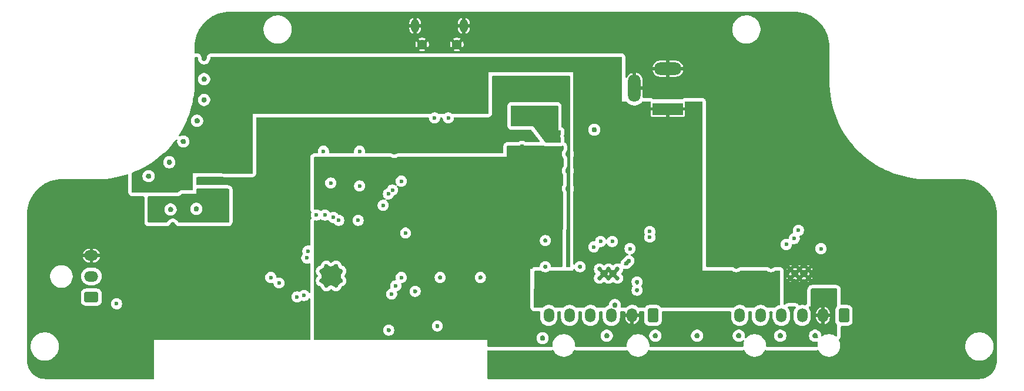
<source format=gbr>
%TF.GenerationSoftware,KiCad,Pcbnew,9.0.0*%
%TF.CreationDate,2025-02-23T12:00:01-08:00*%
%TF.ProjectId,four_way_rotator,666f7572-5f77-4617-995f-726f7461746f,rev?*%
%TF.SameCoordinates,Original*%
%TF.FileFunction,Copper,L2,Inr*%
%TF.FilePolarity,Positive*%
%FSLAX46Y46*%
G04 Gerber Fmt 4.6, Leading zero omitted, Abs format (unit mm)*
G04 Created by KiCad (PCBNEW 9.0.0) date 2025-02-23 12:00:01*
%MOMM*%
%LPD*%
G01*
G04 APERTURE LIST*
G04 Aperture macros list*
%AMRoundRect*
0 Rectangle with rounded corners*
0 $1 Rounding radius*
0 $2 $3 $4 $5 $6 $7 $8 $9 X,Y pos of 4 corners*
0 Add a 4 corners polygon primitive as box body*
4,1,4,$2,$3,$4,$5,$6,$7,$8,$9,$2,$3,0*
0 Add four circle primitives for the rounded corners*
1,1,$1+$1,$2,$3*
1,1,$1+$1,$4,$5*
1,1,$1+$1,$6,$7*
1,1,$1+$1,$8,$9*
0 Add four rect primitives between the rounded corners*
20,1,$1+$1,$2,$3,$4,$5,0*
20,1,$1+$1,$4,$5,$6,$7,0*
20,1,$1+$1,$6,$7,$8,$9,0*
20,1,$1+$1,$8,$9,$2,$3,0*%
G04 Aperture macros list end*
%TA.AperFunction,ComponentPad*%
%ADD10C,0.630000*%
%TD*%
%TA.AperFunction,ComponentPad*%
%ADD11R,4.400000X1.800000*%
%TD*%
%TA.AperFunction,ComponentPad*%
%ADD12O,4.000000X1.800000*%
%TD*%
%TA.AperFunction,ComponentPad*%
%ADD13O,1.800000X4.000000*%
%TD*%
%TA.AperFunction,ComponentPad*%
%ADD14RoundRect,0.250001X0.759999X-0.499999X0.759999X0.499999X-0.759999X0.499999X-0.759999X-0.499999X0*%
%TD*%
%TA.AperFunction,ComponentPad*%
%ADD15O,2.020000X1.500000*%
%TD*%
%TA.AperFunction,ComponentPad*%
%ADD16O,1.200000X1.900000*%
%TD*%
%TA.AperFunction,ComponentPad*%
%ADD17C,1.450000*%
%TD*%
%TA.AperFunction,HeatsinkPad*%
%ADD18C,0.600000*%
%TD*%
%TA.AperFunction,ComponentPad*%
%ADD19RoundRect,0.250001X0.499999X0.759999X-0.499999X0.759999X-0.499999X-0.759999X0.499999X-0.759999X0*%
%TD*%
%TA.AperFunction,ComponentPad*%
%ADD20O,1.500000X2.020000*%
%TD*%
%TA.AperFunction,ViaPad*%
%ADD21C,0.600000*%
%TD*%
%TA.AperFunction,ViaPad*%
%ADD22C,0.760000*%
%TD*%
G04 APERTURE END LIST*
D10*
%TO.N,GND*%
%TO.C,U5*%
X171550000Y-92400000D03*
X170250000Y-92400000D03*
X168950000Y-92400000D03*
X171550000Y-93700000D03*
X170250000Y-93700000D03*
X168950000Y-93700000D03*
%TD*%
D11*
%TO.N,VBUS*%
%TO.C,J3*%
X178800000Y-69300000D03*
D12*
%TO.N,GND*%
X178800000Y-63500000D03*
D13*
X174000000Y-66300000D03*
%TD*%
D14*
%TO.N,Net-(J4-Pin_1)*%
%TO.C,J4*%
X95770000Y-96450000D03*
D15*
%TO.N,/5V_NEOPIX*%
X95770000Y-93450000D03*
%TO.N,GND*%
X95770000Y-90450000D03*
%TD*%
D16*
%TO.N,GND*%
%TO.C,J1*%
X149400000Y-57300000D03*
D17*
X148400000Y-60000000D03*
X143400000Y-60000000D03*
D16*
X142400000Y-57300000D03*
%TD*%
D18*
%TO.N,GND*%
%TO.C,U4*%
X131700000Y-94080000D03*
X131700000Y-92680000D03*
X131000000Y-94780000D03*
X131000000Y-93380000D03*
X131000000Y-91980000D03*
X130300000Y-94080000D03*
X130300000Y-92680000D03*
X129600000Y-94780000D03*
X129600000Y-93380000D03*
X129600000Y-91980000D03*
X128900000Y-94080000D03*
X128900000Y-92680000D03*
%TD*%
D10*
%TO.N,GND*%
%TO.C,U6*%
X199045000Y-92400000D03*
X197745000Y-92400000D03*
X196445000Y-92400000D03*
X199045000Y-93700000D03*
X197745000Y-93700000D03*
X196445000Y-93700000D03*
%TD*%
D19*
%TO.N,Net-(J6-Pin_1)*%
%TO.C,J6*%
X204150000Y-99080000D03*
D20*
%TO.N,+3.3V*%
X201150000Y-99080000D03*
%TO.N,/E1a*%
X198150000Y-99080000D03*
%TO.N,/E1b*%
X195150000Y-99080000D03*
%TO.N,GND*%
X192150000Y-99080000D03*
%TO.N,Net-(J6-Pin_6)*%
X189150000Y-99080000D03*
%TD*%
%TO.N,/E2b*%
%TO.C,J5*%
X167655000Y-99080000D03*
%TO.N,/E2a*%
X170655000Y-99080000D03*
D19*
%TO.N,Net-(J5-Pin_1)*%
X176655000Y-99080000D03*
D20*
%TO.N,+3.3V*%
X173655000Y-99080000D03*
%TO.N,GND*%
X164655000Y-99080000D03*
%TO.N,Net-(J5-Pin_6)*%
X161655000Y-99080000D03*
%TD*%
D21*
%TO.N,VBUS*%
X188600000Y-93200000D03*
%TO.N,/E2a*%
X122800000Y-94400000D03*
X125400000Y-96400000D03*
%TO.N,/E2b*%
X121600000Y-93600000D03*
X126400000Y-96200000D03*
%TO.N,VBUS*%
X102000000Y-81000000D03*
X108200000Y-81000000D03*
X150600000Y-63400000D03*
X169800000Y-62200000D03*
X165759018Y-67620491D03*
X168200000Y-68600000D03*
X191200000Y-96600000D03*
X166200000Y-95400000D03*
X162400000Y-95200000D03*
%TO.N,GND*%
X174355000Y-94250000D03*
D22*
X168200000Y-72300000D03*
D21*
X166155000Y-92050000D03*
D22*
X195000000Y-76000000D03*
X121000000Y-56000000D03*
X107181127Y-83800000D03*
X189000000Y-86000000D03*
X187000000Y-56000000D03*
X201000000Y-107000000D03*
X162000000Y-56000000D03*
X213000000Y-107000000D03*
X88000000Y-98000000D03*
X155000000Y-56000000D03*
X96000000Y-81000000D03*
X195000000Y-107000000D03*
D21*
X120190000Y-79750000D03*
D22*
X158000000Y-107000000D03*
X114000000Y-57000000D03*
X211000000Y-80000000D03*
X157080000Y-67800000D03*
X202000000Y-70000000D03*
X88000000Y-101000000D03*
X189000000Y-107000000D03*
X220000000Y-81000000D03*
X195000000Y-62000000D03*
X201000000Y-66000000D03*
D21*
X198450000Y-97050000D03*
D22*
X214000000Y-81000000D03*
X167000000Y-107000000D03*
X201000000Y-60000000D03*
X164400000Y-78200000D03*
X181000000Y-56000000D03*
X176000000Y-107000000D03*
X225000000Y-92000000D03*
X149000000Y-73000000D03*
X225000000Y-84000000D03*
D21*
X142400000Y-95600000D03*
D22*
X201000000Y-63000000D03*
X189000000Y-102000000D03*
X88000000Y-92000000D03*
X195000000Y-67000000D03*
X161000000Y-107000000D03*
X204000000Y-107000000D03*
D21*
X118800000Y-101200000D03*
D22*
X170000000Y-107000000D03*
X179000000Y-107000000D03*
X88000000Y-89000000D03*
X165000000Y-56000000D03*
X199000000Y-58000000D03*
X91000000Y-107000000D03*
X88000000Y-95000000D03*
D21*
X201850000Y-94250000D03*
D22*
X112000000Y-59000000D03*
X110881127Y-83700000D03*
X223000000Y-82000000D03*
X112796127Y-89165246D03*
D21*
X172800000Y-91600000D03*
D22*
X164400000Y-80800000D03*
D21*
X98500000Y-101400000D03*
D22*
X168000000Y-56000000D03*
X205000000Y-76000000D03*
X225000000Y-101000000D03*
D21*
X120190000Y-73950000D03*
D22*
X170000000Y-102000000D03*
X160752936Y-102352000D03*
D21*
X146000000Y-93600000D03*
D22*
X144000000Y-73000000D03*
X89000000Y-82000000D03*
X164400000Y-75800000D03*
X210000000Y-107000000D03*
X207000000Y-107000000D03*
X189000000Y-81000000D03*
X184000000Y-66000000D03*
X189000000Y-76000000D03*
X104681127Y-89400000D03*
D21*
X98500000Y-96200000D03*
D22*
X225000000Y-86000000D03*
X100000000Y-80000000D03*
X189000000Y-71000000D03*
X163300000Y-67900000D03*
X195000000Y-102000000D03*
X200000000Y-102000000D03*
X196000000Y-56000000D03*
X177000000Y-102000000D03*
X222000000Y-107000000D03*
X107481127Y-88400000D03*
D21*
X139400000Y-75600000D03*
D22*
X100500000Y-83250000D03*
X92000000Y-81000000D03*
X216000000Y-107000000D03*
X112000000Y-62000000D03*
X127000000Y-56000000D03*
X208000000Y-78000000D03*
X99000000Y-107000000D03*
X164200000Y-73200000D03*
X153000000Y-73000000D03*
D21*
X151800000Y-93600000D03*
D22*
X193000000Y-56000000D03*
X130000000Y-56000000D03*
X225000000Y-89000000D03*
X184000000Y-56000000D03*
X225000000Y-95000000D03*
X136000000Y-56000000D03*
X124000000Y-56000000D03*
X183000000Y-107000000D03*
X173000000Y-107000000D03*
X139000000Y-56000000D03*
X107481127Y-86000000D03*
X171170782Y-97594084D03*
X183000000Y-102000000D03*
D21*
X138600000Y-101200000D03*
D22*
X133000000Y-56000000D03*
X107481127Y-90800000D03*
X225000000Y-106000000D03*
X198000000Y-107000000D03*
D21*
X173190000Y-91210000D03*
D22*
X88000000Y-106000000D03*
D21*
X161155000Y-88274000D03*
X189523471Y-88976529D03*
D22*
X189000000Y-62000000D03*
X189000000Y-66000000D03*
X88000000Y-85000000D03*
X178000000Y-56000000D03*
X225000000Y-98000000D03*
X102000000Y-107000000D03*
X195000000Y-86000000D03*
X192000000Y-107000000D03*
X95000000Y-107000000D03*
X203000000Y-73000000D03*
D21*
X145600000Y-100600000D03*
D22*
X219000000Y-107000000D03*
X176000000Y-56000000D03*
X195000000Y-81000000D03*
D21*
X161155000Y-92050000D03*
X188650000Y-92050000D03*
X193650000Y-92050000D03*
D22*
X184000000Y-62000000D03*
X164000000Y-107000000D03*
X118000000Y-56000000D03*
X152000000Y-56000000D03*
X154000000Y-107000000D03*
X217000000Y-81000000D03*
X195000000Y-71000000D03*
X186000000Y-107000000D03*
%TO.N,+3.3V*%
X157800000Y-74800000D03*
X161100000Y-80700000D03*
D21*
X140400000Y-96000000D03*
D22*
X161100000Y-78200000D03*
D21*
X142400000Y-100200000D03*
X129200000Y-76600000D03*
D22*
X161000000Y-75700000D03*
D21*
X174355000Y-95450000D03*
X201850000Y-95450000D03*
%TO.N,Net-(U6-ILIM)*%
X195850000Y-88850000D03*
X200850000Y-89450000D03*
%TO.N,/NEOPIX*%
X128200000Y-84600000D03*
X99400000Y-97400000D03*
D22*
%TO.N,/SW_NODE*%
X160900000Y-71200000D03*
X160300000Y-69200000D03*
X157800000Y-69200000D03*
X160900000Y-73200000D03*
D21*
%TO.N,/GPIO02*%
X130641942Y-84958058D03*
X130239972Y-79980434D03*
%TO.N,/GPIO08*%
X141025000Y-87200000D03*
X140399999Y-79716116D03*
%TO.N,/GPIO07*%
X140400000Y-93600000D03*
X139123745Y-80992371D03*
%TO.N,/GPIO04*%
X134200000Y-85376000D03*
X134400000Y-80400000D03*
%TO.N,/GPIO01*%
X129200000Y-75400000D03*
X131400000Y-85375000D03*
%TO.N,/GPIO06*%
X139625000Y-94800000D03*
X138558058Y-81558058D03*
%TO.N,/GPIO05*%
X139000000Y-96000000D03*
X134400000Y-75400000D03*
%TO.N,Net-(D2-A)*%
X145200000Y-70600000D03*
X129400000Y-84600000D03*
X147175000Y-70600000D03*
X137800000Y-83200000D03*
%TO.N,/SW_NODE_5V*%
X105200000Y-84400000D03*
D22*
X108381127Y-82200000D03*
X112281127Y-81800000D03*
D21*
%TO.N,Net-(U5-ILIM)*%
X168129761Y-89200257D03*
X173355000Y-89450000D03*
%TO.N,/M1a*%
X197000000Y-88000000D03*
X176200000Y-87800000D03*
%TO.N,/M1b*%
X197600000Y-86800000D03*
X176200000Y-86975000D03*
%TO.N,/M2a*%
X126948000Y-89800000D03*
X169122273Y-88425000D03*
%TO.N,/M2b*%
X170800000Y-88425000D03*
X126800000Y-90800000D03*
D22*
%TO.N,GND*%
X104000000Y-79000000D03*
X107000000Y-77000000D03*
X112000000Y-68000000D03*
X111000000Y-71000000D03*
X109000000Y-74000000D03*
X112000000Y-65000000D03*
%TD*%
%TA.AperFunction,Conductor*%
%TO.N,GND*%
G36*
X164637539Y-64525185D02*
G01*
X164683294Y-64577989D01*
X164694500Y-64629500D01*
X164694500Y-75405844D01*
X164704212Y-75504463D01*
X164704213Y-75504467D01*
X164713652Y-75551919D01*
X164719420Y-75570934D01*
X164739624Y-75637539D01*
X164742416Y-75646741D01*
X164755915Y-75679330D01*
X164762970Y-75702588D01*
X164770112Y-75738492D01*
X164771462Y-75745279D01*
X164771464Y-75745289D01*
X164772617Y-75751085D01*
X164775000Y-75775277D01*
X164775000Y-75824721D01*
X164772617Y-75848911D01*
X164769198Y-75866100D01*
X164762971Y-75897402D01*
X164755917Y-75920655D01*
X164742423Y-75953234D01*
X164742420Y-75953242D01*
X164713650Y-76048087D01*
X164704211Y-76095542D01*
X164694500Y-76194153D01*
X164694500Y-77805844D01*
X164704212Y-77904463D01*
X164704213Y-77904467D01*
X164713652Y-77951919D01*
X164713653Y-77951921D01*
X164742417Y-78046746D01*
X164755914Y-78079329D01*
X164762970Y-78102588D01*
X164772617Y-78151084D01*
X164775000Y-78175277D01*
X164775000Y-78224721D01*
X164772617Y-78248916D01*
X164762971Y-78297402D01*
X164755917Y-78320655D01*
X164742423Y-78353234D01*
X164742420Y-78353242D01*
X164713650Y-78448087D01*
X164704211Y-78495542D01*
X164694500Y-78594153D01*
X164694500Y-80405844D01*
X164704212Y-80504463D01*
X164704213Y-80504467D01*
X164713652Y-80551919D01*
X164713653Y-80551921D01*
X164742417Y-80646746D01*
X164755914Y-80679329D01*
X164762970Y-80702588D01*
X164772617Y-80751084D01*
X164775000Y-80775277D01*
X164775000Y-80824721D01*
X164772617Y-80848916D01*
X164762971Y-80897402D01*
X164755917Y-80920655D01*
X164742423Y-80953234D01*
X164742420Y-80953242D01*
X164713650Y-81048087D01*
X164704211Y-81095542D01*
X164694500Y-81194153D01*
X164694500Y-91640367D01*
X164694501Y-91640390D01*
X164708045Y-91756608D01*
X164708046Y-91756615D01*
X164708047Y-91756620D01*
X164719762Y-91806198D01*
X164721165Y-91812135D01*
X164721167Y-91812139D01*
X164763280Y-91928207D01*
X164767642Y-91997940D01*
X164733610Y-92058962D01*
X164671990Y-92091897D01*
X164646716Y-92094500D01*
X164229880Y-92094500D01*
X164162841Y-92074815D01*
X164117086Y-92022011D01*
X164105888Y-91969077D01*
X164227204Y-81414628D01*
X164227234Y-81407151D01*
X164227222Y-81403512D01*
X164227144Y-81396155D01*
X164204129Y-81254128D01*
X164184739Y-81192203D01*
X164183725Y-81188442D01*
X164183251Y-81187451D01*
X164183251Y-81187450D01*
X164121154Y-81057659D01*
X164112992Y-81045444D01*
X164074463Y-80987780D01*
X164063004Y-80966342D01*
X164044084Y-80920664D01*
X164037028Y-80897403D01*
X164027383Y-80848913D01*
X164025000Y-80824722D01*
X164025000Y-80775275D01*
X164027383Y-80751084D01*
X164037028Y-80702594D01*
X164044081Y-80679339D01*
X164063006Y-80633648D01*
X164074460Y-80612220D01*
X164135361Y-80521078D01*
X164136246Y-80519748D01*
X164136285Y-80519690D01*
X164136707Y-80519053D01*
X164137573Y-80517743D01*
X164137574Y-80517742D01*
X164198844Y-80387560D01*
X164216156Y-80331013D01*
X164218672Y-80324775D01*
X164219298Y-80320751D01*
X164219299Y-80320750D01*
X164241411Y-80178579D01*
X164256625Y-78854978D01*
X164254060Y-78797979D01*
X164252577Y-78783414D01*
X164251229Y-78770167D01*
X164242258Y-78713830D01*
X164242257Y-78713828D01*
X164242257Y-78713825D01*
X164191951Y-78579025D01*
X164162278Y-78524706D01*
X164158418Y-78517640D01*
X164158418Y-78517641D01*
X164144393Y-78491969D01*
X164141847Y-78488629D01*
X164074464Y-78387784D01*
X164063007Y-78366351D01*
X164044080Y-78320655D01*
X164037030Y-78297415D01*
X164027381Y-78248907D01*
X164025000Y-78224722D01*
X164025000Y-78175275D01*
X164027381Y-78151091D01*
X164037031Y-78102579D01*
X164044079Y-78079344D01*
X164063009Y-78033642D01*
X164074463Y-78012215D01*
X164109548Y-77959706D01*
X164120651Y-77945457D01*
X164121694Y-77944304D01*
X164137546Y-77924862D01*
X164167851Y-77883590D01*
X164229121Y-77753408D01*
X164239029Y-77721042D01*
X164245834Y-77710653D01*
X164249575Y-77686599D01*
X164249576Y-77686599D01*
X164271688Y-77544427D01*
X164283898Y-76482251D01*
X164281336Y-76425291D01*
X164278510Y-76397506D01*
X164278508Y-76397495D01*
X164278507Y-76397483D01*
X164269552Y-76341205D01*
X164269551Y-76341197D01*
X164219268Y-76206389D01*
X164212586Y-76194153D01*
X164185785Y-76145072D01*
X164185783Y-76145068D01*
X164129846Y-76070347D01*
X164126012Y-76064929D01*
X164074463Y-75987782D01*
X164063004Y-75966342D01*
X164044084Y-75920664D01*
X164037028Y-75897403D01*
X164027383Y-75848913D01*
X164025000Y-75824722D01*
X164025000Y-75775275D01*
X164027381Y-75751091D01*
X164037031Y-75702579D01*
X164044080Y-75679342D01*
X164063011Y-75633637D01*
X164074458Y-75612222D01*
X164102052Y-75570924D01*
X164114281Y-75555638D01*
X164114208Y-75555572D01*
X164149593Y-75516406D01*
X164165448Y-75496961D01*
X164195759Y-75455682D01*
X164257029Y-75325500D01*
X164266937Y-75293134D01*
X164273742Y-75282745D01*
X164277483Y-75258691D01*
X164277484Y-75258691D01*
X164299596Y-75116520D01*
X164304025Y-74731236D01*
X164295004Y-74639945D01*
X164293115Y-74620815D01*
X164293114Y-74620813D01*
X164293114Y-74620807D01*
X164281916Y-74567871D01*
X164266474Y-74521027D01*
X164247182Y-74462502D01*
X164247179Y-74462496D01*
X164190948Y-74375000D01*
X164169391Y-74341457D01*
X164161474Y-74332320D01*
X164123642Y-74288659D01*
X164123638Y-74288656D01*
X164123636Y-74288653D01*
X164014902Y-74194433D01*
X163997780Y-74186613D01*
X163977986Y-74177573D01*
X163925183Y-74131817D01*
X163905500Y-74064780D01*
X163905500Y-73594153D01*
X163895788Y-73495542D01*
X163895787Y-73495540D01*
X163895787Y-73495533D01*
X163886348Y-73448080D01*
X163857582Y-73353250D01*
X163857579Y-73353244D01*
X163857578Y-73353239D01*
X163844083Y-73320660D01*
X163837028Y-73297408D01*
X163827381Y-73248906D01*
X163825000Y-73224724D01*
X163825000Y-73175269D01*
X163827381Y-73151087D01*
X163837029Y-73102581D01*
X163844081Y-73079338D01*
X163857582Y-73046746D01*
X163886348Y-72951919D01*
X163895787Y-72904467D01*
X163905500Y-72805847D01*
X163905500Y-72524000D01*
X163893947Y-72416544D01*
X163882741Y-72365033D01*
X163873389Y-72336934D01*
X163848616Y-72262502D01*
X163848613Y-72262496D01*
X163770825Y-72141457D01*
X163754288Y-72122372D01*
X163725076Y-72088659D01*
X163725072Y-72088656D01*
X163725070Y-72088653D01*
X163616336Y-71994433D01*
X163577985Y-71976918D01*
X163525183Y-71931162D01*
X163505500Y-71864125D01*
X163505500Y-68924010D01*
X163505500Y-68924000D01*
X163493947Y-68816544D01*
X163482741Y-68765033D01*
X163482637Y-68764722D01*
X163448616Y-68662502D01*
X163448613Y-68662496D01*
X163370828Y-68541462D01*
X163370825Y-68541457D01*
X163370820Y-68541451D01*
X163325076Y-68488659D01*
X163325072Y-68488656D01*
X163325070Y-68488653D01*
X163216336Y-68394433D01*
X163216333Y-68394431D01*
X163216331Y-68394430D01*
X163085465Y-68334664D01*
X163085460Y-68334662D01*
X163085459Y-68334662D01*
X163018420Y-68314977D01*
X163018422Y-68314977D01*
X163018417Y-68314976D01*
X162956347Y-68306052D01*
X162876000Y-68294500D01*
X156324000Y-68294500D01*
X156323991Y-68294500D01*
X156323990Y-68294501D01*
X156216549Y-68306052D01*
X156216537Y-68306054D01*
X156165027Y-68317260D01*
X156062502Y-68351383D01*
X156062496Y-68351386D01*
X155941462Y-68429171D01*
X155941451Y-68429179D01*
X155888659Y-68474923D01*
X155794433Y-68583664D01*
X155794430Y-68583668D01*
X155734664Y-68714534D01*
X155714976Y-68781582D01*
X155709949Y-68816549D01*
X155694500Y-68924000D01*
X155694500Y-71676000D01*
X155694501Y-71676009D01*
X155706052Y-71783450D01*
X155706054Y-71783462D01*
X155717260Y-71834972D01*
X155751383Y-71937497D01*
X155751386Y-71937503D01*
X155829171Y-72058537D01*
X155829179Y-72058548D01*
X155874923Y-72111340D01*
X155874926Y-72111343D01*
X155874930Y-72111347D01*
X155983664Y-72205567D01*
X155983667Y-72205568D01*
X155983668Y-72205569D01*
X156109559Y-72263063D01*
X156114541Y-72265338D01*
X156181580Y-72285023D01*
X156181584Y-72285024D01*
X156324000Y-72305500D01*
X159085250Y-72305500D01*
X159152289Y-72325185D01*
X159184450Y-72355100D01*
X160096492Y-73571157D01*
X160111851Y-73598100D01*
X160119709Y-73617070D01*
X160119712Y-73617075D01*
X160216067Y-73761281D01*
X160216068Y-73761283D01*
X160216070Y-73761285D01*
X160216071Y-73761286D01*
X160301918Y-73847133D01*
X160313431Y-73860408D01*
X160340200Y-73896100D01*
X160364676Y-73961542D01*
X160349886Y-74029829D01*
X160300525Y-74079279D01*
X160241000Y-74094500D01*
X158366618Y-74094500D01*
X158299579Y-74074815D01*
X158297727Y-74073602D01*
X158217079Y-74019714D01*
X158217070Y-74019709D01*
X158056832Y-73953337D01*
X158056824Y-73953335D01*
X157886725Y-73919500D01*
X157886722Y-73919500D01*
X157713278Y-73919500D01*
X157713275Y-73919500D01*
X157543175Y-73953335D01*
X157543167Y-73953337D01*
X157382929Y-74019709D01*
X157382920Y-74019714D01*
X157302273Y-74073602D01*
X157235596Y-74094480D01*
X157233382Y-74094500D01*
X155724000Y-74094500D01*
X155723991Y-74094500D01*
X155723990Y-74094501D01*
X155616549Y-74106052D01*
X155616537Y-74106054D01*
X155565027Y-74117260D01*
X155462502Y-74151383D01*
X155462496Y-74151386D01*
X155341462Y-74229171D01*
X155341451Y-74229179D01*
X155288659Y-74274923D01*
X155194433Y-74383664D01*
X155194430Y-74383668D01*
X155134664Y-74514534D01*
X155114976Y-74581582D01*
X155094500Y-74724001D01*
X155094500Y-75570500D01*
X155074815Y-75637539D01*
X155022011Y-75683294D01*
X154970500Y-75694500D01*
X139980514Y-75694500D01*
X139975948Y-75694521D01*
X139973734Y-75694541D01*
X139970419Y-75694585D01*
X139969266Y-75694601D01*
X139827249Y-75717615D01*
X139760578Y-75738492D01*
X139760564Y-75738497D01*
X139630784Y-75800588D01*
X139630782Y-75800589D01*
X139549890Y-75854638D01*
X139528458Y-75866094D01*
X139497329Y-75878989D01*
X139474066Y-75886046D01*
X139457550Y-75889331D01*
X139441031Y-75892617D01*
X139416841Y-75895000D01*
X139383159Y-75895000D01*
X139358968Y-75892617D01*
X139325924Y-75886044D01*
X139302670Y-75878990D01*
X139271542Y-75866096D01*
X139250110Y-75854641D01*
X139169219Y-75800591D01*
X139167859Y-75799691D01*
X139165271Y-75797978D01*
X139163497Y-75796816D01*
X139159820Y-75794431D01*
X139159817Y-75794430D01*
X139028951Y-75734664D01*
X139028946Y-75734662D01*
X139028945Y-75734662D01*
X138984252Y-75721538D01*
X138961903Y-75714976D01*
X138899833Y-75706052D01*
X138819486Y-75694500D01*
X138819484Y-75694500D01*
X135308697Y-75694500D01*
X135241658Y-75674815D01*
X135195903Y-75622011D01*
X135185959Y-75552853D01*
X135187080Y-75546308D01*
X135200500Y-75478844D01*
X135200500Y-75321155D01*
X135200499Y-75321153D01*
X135169738Y-75166510D01*
X135169737Y-75166503D01*
X135127454Y-75064422D01*
X135109397Y-75020827D01*
X135109390Y-75020814D01*
X135021789Y-74889711D01*
X135021786Y-74889707D01*
X134910292Y-74778213D01*
X134910288Y-74778210D01*
X134779185Y-74690609D01*
X134779172Y-74690602D01*
X134633501Y-74630264D01*
X134633489Y-74630261D01*
X134478845Y-74599500D01*
X134478842Y-74599500D01*
X134321158Y-74599500D01*
X134321155Y-74599500D01*
X134166510Y-74630261D01*
X134166498Y-74630264D01*
X134020827Y-74690602D01*
X134020814Y-74690609D01*
X133889711Y-74778210D01*
X133889707Y-74778213D01*
X133778213Y-74889707D01*
X133778210Y-74889711D01*
X133690609Y-75020814D01*
X133690602Y-75020827D01*
X133630264Y-75166498D01*
X133630261Y-75166510D01*
X133599500Y-75321153D01*
X133599500Y-75478844D01*
X133612920Y-75546308D01*
X133606693Y-75615899D01*
X133563831Y-75671077D01*
X133497941Y-75694322D01*
X133491303Y-75694500D01*
X130108697Y-75694500D01*
X130041658Y-75674815D01*
X129995903Y-75622011D01*
X129985959Y-75552853D01*
X129987080Y-75546308D01*
X130000500Y-75478844D01*
X130000500Y-75321155D01*
X130000499Y-75321153D01*
X129969738Y-75166510D01*
X129969737Y-75166503D01*
X129927454Y-75064422D01*
X129909397Y-75020827D01*
X129909390Y-75020814D01*
X129821789Y-74889711D01*
X129821786Y-74889707D01*
X129710292Y-74778213D01*
X129710288Y-74778210D01*
X129579185Y-74690609D01*
X129579172Y-74690602D01*
X129433501Y-74630264D01*
X129433489Y-74630261D01*
X129278845Y-74599500D01*
X129278842Y-74599500D01*
X129121158Y-74599500D01*
X129121155Y-74599500D01*
X128966510Y-74630261D01*
X128966498Y-74630264D01*
X128820827Y-74690602D01*
X128820814Y-74690609D01*
X128689711Y-74778210D01*
X128689707Y-74778213D01*
X128578213Y-74889707D01*
X128578210Y-74889711D01*
X128490609Y-75020814D01*
X128490602Y-75020827D01*
X128430264Y-75166498D01*
X128430261Y-75166510D01*
X128399500Y-75321153D01*
X128399500Y-75478844D01*
X128412920Y-75546308D01*
X128406693Y-75615899D01*
X128363831Y-75671077D01*
X128297941Y-75694322D01*
X128291303Y-75694500D01*
X127924000Y-75694500D01*
X127923991Y-75694500D01*
X127923990Y-75694501D01*
X127816549Y-75706052D01*
X127816537Y-75706054D01*
X127765027Y-75717260D01*
X127662502Y-75751383D01*
X127662496Y-75751386D01*
X127541462Y-75829171D01*
X127541451Y-75829179D01*
X127488659Y-75874923D01*
X127394433Y-75983664D01*
X127394430Y-75983668D01*
X127334664Y-76114534D01*
X127314976Y-76181582D01*
X127294500Y-76324001D01*
X127294500Y-83713651D01*
X127298409Y-83776399D01*
X127298409Y-83776402D01*
X127302226Y-83806916D01*
X127302228Y-83806931D01*
X127302229Y-83806932D01*
X127310156Y-83848913D01*
X127313891Y-83868689D01*
X127368805Y-84001662D01*
X127368809Y-84001670D01*
X127404395Y-84061794D01*
X127458723Y-84129356D01*
X127485392Y-84193935D01*
X127476650Y-84254512D01*
X127430264Y-84366498D01*
X127430261Y-84366510D01*
X127399500Y-84521153D01*
X127399500Y-84678846D01*
X127430261Y-84833489D01*
X127430264Y-84833501D01*
X127476943Y-84946195D01*
X127484412Y-85015664D01*
X127456095Y-85074849D01*
X127394435Y-85146008D01*
X127394430Y-85146016D01*
X127334664Y-85276882D01*
X127314976Y-85343930D01*
X127294500Y-85486349D01*
X127294500Y-88901646D01*
X127274815Y-88968685D01*
X127222011Y-89014440D01*
X127152853Y-89024384D01*
X127146309Y-89023263D01*
X127026845Y-88999500D01*
X127026842Y-88999500D01*
X126869158Y-88999500D01*
X126869155Y-88999500D01*
X126714510Y-89030261D01*
X126714498Y-89030264D01*
X126568827Y-89090602D01*
X126568814Y-89090609D01*
X126437711Y-89178210D01*
X126437707Y-89178213D01*
X126326213Y-89289707D01*
X126326210Y-89289711D01*
X126238609Y-89420814D01*
X126238602Y-89420827D01*
X126178264Y-89566498D01*
X126178261Y-89566510D01*
X126147500Y-89721153D01*
X126147500Y-89878846D01*
X126178261Y-90033489D01*
X126178264Y-90033501D01*
X126221583Y-90138084D01*
X126229052Y-90207554D01*
X126197776Y-90270033D01*
X126194707Y-90273213D01*
X126178213Y-90289707D01*
X126178208Y-90289714D01*
X126090609Y-90420814D01*
X126090602Y-90420827D01*
X126030264Y-90566498D01*
X126030261Y-90566510D01*
X125999500Y-90721153D01*
X125999500Y-90878846D01*
X126030261Y-91033489D01*
X126030264Y-91033501D01*
X126090602Y-91179172D01*
X126090609Y-91179185D01*
X126178210Y-91310288D01*
X126178213Y-91310292D01*
X126289707Y-91421786D01*
X126289711Y-91421789D01*
X126420814Y-91509390D01*
X126420827Y-91509397D01*
X126534425Y-91556450D01*
X126566503Y-91569737D01*
X126721153Y-91600499D01*
X126721156Y-91600500D01*
X126721158Y-91600500D01*
X126878844Y-91600500D01*
X126878845Y-91600499D01*
X127033497Y-91569737D01*
X127123048Y-91532643D01*
X127192517Y-91525175D01*
X127254996Y-91556450D01*
X127290648Y-91616539D01*
X127294500Y-91647205D01*
X127294500Y-95689077D01*
X127274815Y-95756116D01*
X127222011Y-95801871D01*
X127152853Y-95811815D01*
X127089297Y-95782790D01*
X127067398Y-95757968D01*
X127021789Y-95689711D01*
X127021786Y-95689707D01*
X126910292Y-95578213D01*
X126910288Y-95578210D01*
X126779185Y-95490609D01*
X126779172Y-95490602D01*
X126633501Y-95430264D01*
X126633489Y-95430261D01*
X126478845Y-95399500D01*
X126478842Y-95399500D01*
X126321158Y-95399500D01*
X126321155Y-95399500D01*
X126166510Y-95430261D01*
X126166498Y-95430264D01*
X126020827Y-95490602D01*
X126020814Y-95490609D01*
X125889711Y-95578210D01*
X125889706Y-95578214D01*
X125836446Y-95631474D01*
X125775123Y-95664958D01*
X125705431Y-95659973D01*
X125701354Y-95658369D01*
X125633497Y-95630263D01*
X125633490Y-95630261D01*
X125633489Y-95630261D01*
X125633488Y-95630260D01*
X125478845Y-95599500D01*
X125478842Y-95599500D01*
X125321158Y-95599500D01*
X125321155Y-95599500D01*
X125166510Y-95630261D01*
X125166498Y-95630264D01*
X125020827Y-95690602D01*
X125020814Y-95690609D01*
X124889711Y-95778210D01*
X124889707Y-95778213D01*
X124778213Y-95889707D01*
X124778210Y-95889711D01*
X124690609Y-96020814D01*
X124690602Y-96020827D01*
X124630264Y-96166498D01*
X124630261Y-96166510D01*
X124599500Y-96321153D01*
X124599500Y-96478846D01*
X124630261Y-96633489D01*
X124630264Y-96633501D01*
X124690602Y-96779172D01*
X124690609Y-96779185D01*
X124778210Y-96910288D01*
X124778213Y-96910292D01*
X124889707Y-97021786D01*
X124889711Y-97021789D01*
X125020814Y-97109390D01*
X125020827Y-97109397D01*
X125158683Y-97166498D01*
X125166503Y-97169737D01*
X125321153Y-97200499D01*
X125321156Y-97200500D01*
X125321158Y-97200500D01*
X125478844Y-97200500D01*
X125478845Y-97200499D01*
X125633497Y-97169737D01*
X125779179Y-97109394D01*
X125910289Y-97021789D01*
X125963551Y-96968527D01*
X126024874Y-96935041D01*
X126094566Y-96940025D01*
X126098677Y-96941642D01*
X126166503Y-96969737D01*
X126166506Y-96969737D01*
X126166511Y-96969739D01*
X126321153Y-97000499D01*
X126321156Y-97000500D01*
X126321158Y-97000500D01*
X126478844Y-97000500D01*
X126478845Y-97000499D01*
X126633497Y-96969737D01*
X126779179Y-96909394D01*
X126910289Y-96821789D01*
X127021789Y-96710289D01*
X127067398Y-96642031D01*
X127121010Y-96597226D01*
X127190335Y-96588519D01*
X127253363Y-96618673D01*
X127290082Y-96678117D01*
X127294500Y-96710922D01*
X127294500Y-102466000D01*
X127274815Y-102533039D01*
X127222011Y-102578794D01*
X127170500Y-102590000D01*
X104800000Y-102590000D01*
X104800000Y-108132500D01*
X104780315Y-108199539D01*
X104727511Y-108245294D01*
X104676000Y-108256500D01*
X89178481Y-108256500D01*
X89171528Y-108256305D01*
X88882502Y-108240073D01*
X88868684Y-108238516D01*
X88586735Y-108190611D01*
X88573178Y-108187517D01*
X88298357Y-108108342D01*
X88285232Y-108103749D01*
X88021012Y-107994306D01*
X88008484Y-107988273D01*
X87758169Y-107849929D01*
X87746395Y-107842530D01*
X87513162Y-107677042D01*
X87502290Y-107668373D01*
X87289035Y-107477797D01*
X87279202Y-107467964D01*
X87088626Y-107254709D01*
X87079961Y-107243843D01*
X86914468Y-107010603D01*
X86907070Y-106998830D01*
X86768726Y-106748515D01*
X86762696Y-106735994D01*
X86653250Y-106471767D01*
X86648657Y-106458642D01*
X86569482Y-106183821D01*
X86566388Y-106170264D01*
X86518481Y-105888305D01*
X86516927Y-105874507D01*
X86500695Y-105585472D01*
X86500500Y-105578519D01*
X86500500Y-103417299D01*
X87023500Y-103417299D01*
X87023500Y-103682700D01*
X87052351Y-103901836D01*
X87058140Y-103945808D01*
X87094652Y-104082075D01*
X87126062Y-104199302D01*
X87126826Y-104202151D01*
X87147886Y-104252994D01*
X87228383Y-104447331D01*
X87228388Y-104447342D01*
X87361073Y-104677157D01*
X87361084Y-104677173D01*
X87522632Y-104887708D01*
X87522638Y-104887715D01*
X87710284Y-105075361D01*
X87710290Y-105075366D01*
X87920835Y-105236922D01*
X87920842Y-105236926D01*
X88150657Y-105369611D01*
X88150662Y-105369613D01*
X88150665Y-105369615D01*
X88395849Y-105471174D01*
X88652192Y-105539860D01*
X88915307Y-105574500D01*
X88915314Y-105574500D01*
X89180686Y-105574500D01*
X89180693Y-105574500D01*
X89443808Y-105539860D01*
X89700151Y-105471174D01*
X89945335Y-105369615D01*
X90175165Y-105236922D01*
X90385710Y-105075366D01*
X90573366Y-104887710D01*
X90734922Y-104677165D01*
X90867615Y-104447335D01*
X90969174Y-104202151D01*
X91037860Y-103945808D01*
X91072500Y-103682693D01*
X91072500Y-103417307D01*
X91037860Y-103154192D01*
X90969174Y-102897849D01*
X90867615Y-102652665D01*
X90867613Y-102652662D01*
X90867611Y-102652657D01*
X90734926Y-102422842D01*
X90734922Y-102422835D01*
X90627350Y-102282644D01*
X90573367Y-102212291D01*
X90573361Y-102212284D01*
X90385715Y-102024638D01*
X90385708Y-102024632D01*
X90175173Y-101863084D01*
X90175171Y-101863082D01*
X90175165Y-101863078D01*
X90175160Y-101863075D01*
X90175157Y-101863073D01*
X89945342Y-101730388D01*
X89945331Y-101730383D01*
X89725705Y-101639411D01*
X89700151Y-101628826D01*
X89700149Y-101628825D01*
X89700148Y-101628825D01*
X89623991Y-101608419D01*
X89443808Y-101560140D01*
X89399836Y-101554351D01*
X89180700Y-101525500D01*
X89180693Y-101525500D01*
X88915307Y-101525500D01*
X88915299Y-101525500D01*
X88664856Y-101558472D01*
X88652192Y-101560140D01*
X88576032Y-101580546D01*
X88395851Y-101628825D01*
X88150668Y-101730383D01*
X88150657Y-101730388D01*
X87920842Y-101863073D01*
X87920826Y-101863084D01*
X87710291Y-102024632D01*
X87710284Y-102024638D01*
X87522638Y-102212284D01*
X87522632Y-102212291D01*
X87361084Y-102422826D01*
X87361073Y-102422842D01*
X87228388Y-102652657D01*
X87228383Y-102652668D01*
X87126825Y-102897851D01*
X87058141Y-103154189D01*
X87058139Y-103154200D01*
X87023500Y-103417299D01*
X86500500Y-103417299D01*
X86500500Y-95899984D01*
X94259500Y-95899984D01*
X94259500Y-97000015D01*
X94270000Y-97102795D01*
X94270001Y-97102797D01*
X94292182Y-97169735D01*
X94325186Y-97269335D01*
X94325187Y-97269337D01*
X94417286Y-97418651D01*
X94417289Y-97418655D01*
X94541344Y-97542710D01*
X94541348Y-97542713D01*
X94690662Y-97634812D01*
X94690664Y-97634813D01*
X94690666Y-97634814D01*
X94857203Y-97689999D01*
X94959992Y-97700500D01*
X94959997Y-97700500D01*
X96580003Y-97700500D01*
X96580008Y-97700500D01*
X96682797Y-97689999D01*
X96849334Y-97634814D01*
X96998655Y-97542711D01*
X97122711Y-97418655D01*
X97182851Y-97321153D01*
X98599500Y-97321153D01*
X98599500Y-97478846D01*
X98630261Y-97633489D01*
X98630264Y-97633501D01*
X98690602Y-97779172D01*
X98690609Y-97779185D01*
X98778210Y-97910288D01*
X98778213Y-97910292D01*
X98889707Y-98021786D01*
X98889711Y-98021789D01*
X99020814Y-98109390D01*
X99020827Y-98109397D01*
X99160385Y-98167203D01*
X99166503Y-98169737D01*
X99321153Y-98200499D01*
X99321156Y-98200500D01*
X99321158Y-98200500D01*
X99478844Y-98200500D01*
X99478845Y-98200499D01*
X99633497Y-98169737D01*
X99779179Y-98109394D01*
X99910289Y-98021789D01*
X100021789Y-97910289D01*
X100109394Y-97779179D01*
X100120159Y-97753191D01*
X100146334Y-97689998D01*
X100169737Y-97633497D01*
X100200500Y-97478842D01*
X100200500Y-97321158D01*
X100200500Y-97321155D01*
X100200499Y-97321153D01*
X100169737Y-97166503D01*
X100146080Y-97109390D01*
X100109397Y-97020827D01*
X100109390Y-97020814D01*
X100021789Y-96889711D01*
X100021786Y-96889707D01*
X99910292Y-96778213D01*
X99910288Y-96778210D01*
X99779185Y-96690609D01*
X99779172Y-96690602D01*
X99633501Y-96630264D01*
X99633489Y-96630261D01*
X99478845Y-96599500D01*
X99478842Y-96599500D01*
X99321158Y-96599500D01*
X99321155Y-96599500D01*
X99166510Y-96630261D01*
X99166498Y-96630264D01*
X99020827Y-96690602D01*
X99020814Y-96690609D01*
X98889711Y-96778210D01*
X98889707Y-96778213D01*
X98778213Y-96889707D01*
X98778210Y-96889711D01*
X98690609Y-97020814D01*
X98690602Y-97020827D01*
X98630264Y-97166498D01*
X98630261Y-97166510D01*
X98599500Y-97321153D01*
X97182851Y-97321153D01*
X97214814Y-97269334D01*
X97269999Y-97102797D01*
X97280500Y-97000008D01*
X97280500Y-95899992D01*
X97269999Y-95797203D01*
X97214814Y-95630666D01*
X97214566Y-95630264D01*
X97122713Y-95481348D01*
X97122710Y-95481344D01*
X96998655Y-95357289D01*
X96998651Y-95357286D01*
X96849337Y-95265187D01*
X96849335Y-95265186D01*
X96766065Y-95237593D01*
X96682797Y-95210001D01*
X96682795Y-95210000D01*
X96580015Y-95199500D01*
X96580008Y-95199500D01*
X94959992Y-95199500D01*
X94959984Y-95199500D01*
X94857204Y-95210000D01*
X94857203Y-95210001D01*
X94690664Y-95265186D01*
X94690662Y-95265187D01*
X94541348Y-95357286D01*
X94541344Y-95357289D01*
X94417289Y-95481344D01*
X94417286Y-95481348D01*
X94325187Y-95630662D01*
X94325186Y-95630664D01*
X94270001Y-95797203D01*
X94270000Y-95797204D01*
X94259500Y-95899984D01*
X86500500Y-95899984D01*
X86500500Y-93321907D01*
X89822500Y-93321907D01*
X89822500Y-93578092D01*
X89856612Y-93793465D01*
X89862574Y-93831107D01*
X89940877Y-94072100D01*
X89941737Y-94074745D01*
X89952997Y-94096844D01*
X90058037Y-94302996D01*
X90208612Y-94510245D01*
X90389755Y-94691388D01*
X90597004Y-94841963D01*
X90825257Y-94958264D01*
X91068893Y-95037426D01*
X91199249Y-95058072D01*
X91321908Y-95077500D01*
X91321913Y-95077500D01*
X91578092Y-95077500D01*
X91694968Y-95058988D01*
X91831107Y-95037426D01*
X92074743Y-94958264D01*
X92302996Y-94841963D01*
X92510245Y-94691388D01*
X92691388Y-94510245D01*
X92841963Y-94302996D01*
X92958264Y-94074743D01*
X93037426Y-93831107D01*
X93061542Y-93678842D01*
X93077500Y-93578092D01*
X93077500Y-93351577D01*
X94259500Y-93351577D01*
X94259500Y-93548422D01*
X94290290Y-93742826D01*
X94351117Y-93930029D01*
X94418949Y-94063156D01*
X94440476Y-94105405D01*
X94556172Y-94264646D01*
X94695354Y-94403828D01*
X94854595Y-94519524D01*
X94881807Y-94533389D01*
X95029970Y-94608882D01*
X95029972Y-94608882D01*
X95029975Y-94608884D01*
X95094394Y-94629815D01*
X95217173Y-94669709D01*
X95411578Y-94700500D01*
X95411583Y-94700500D01*
X96128422Y-94700500D01*
X96322826Y-94669709D01*
X96510025Y-94608884D01*
X96514306Y-94606703D01*
X96542259Y-94592460D01*
X96685405Y-94519524D01*
X96844646Y-94403828D01*
X96983828Y-94264646D01*
X97099524Y-94105405D01*
X97188884Y-93930025D01*
X97249709Y-93742826D01*
X97256492Y-93699999D01*
X97280500Y-93548422D01*
X97280500Y-93521153D01*
X120799500Y-93521153D01*
X120799500Y-93678846D01*
X120830261Y-93833489D01*
X120830264Y-93833501D01*
X120890602Y-93979172D01*
X120890609Y-93979185D01*
X120978210Y-94110288D01*
X120978213Y-94110292D01*
X121089707Y-94221786D01*
X121089711Y-94221789D01*
X121220814Y-94309390D01*
X121220827Y-94309397D01*
X121366493Y-94369733D01*
X121366503Y-94369737D01*
X121521153Y-94400499D01*
X121521156Y-94400500D01*
X121521158Y-94400500D01*
X121678844Y-94400500D01*
X121678845Y-94400499D01*
X121833497Y-94369737D01*
X121833509Y-94369731D01*
X121839324Y-94367969D01*
X121840151Y-94370698D01*
X121897388Y-94364411D01*
X121959939Y-94395541D01*
X121995730Y-94455548D01*
X121999056Y-94474335D01*
X121999500Y-94478848D01*
X122030261Y-94633489D01*
X122030264Y-94633501D01*
X122090602Y-94779172D01*
X122090609Y-94779185D01*
X122178210Y-94910288D01*
X122178213Y-94910292D01*
X122289707Y-95021786D01*
X122289711Y-95021789D01*
X122420814Y-95109390D01*
X122420827Y-95109397D01*
X122555132Y-95165027D01*
X122566503Y-95169737D01*
X122716131Y-95199500D01*
X122721153Y-95200499D01*
X122721156Y-95200500D01*
X122721158Y-95200500D01*
X122878844Y-95200500D01*
X122878845Y-95200499D01*
X123033497Y-95169737D01*
X123179179Y-95109394D01*
X123310289Y-95021789D01*
X123421789Y-94910289D01*
X123509394Y-94779179D01*
X123569737Y-94633497D01*
X123600500Y-94478842D01*
X123600500Y-94321158D01*
X123600500Y-94321155D01*
X123600499Y-94321153D01*
X123594508Y-94291035D01*
X123569737Y-94166503D01*
X123564588Y-94154073D01*
X123509397Y-94020827D01*
X123509390Y-94020814D01*
X123421789Y-93889711D01*
X123421786Y-93889707D01*
X123310292Y-93778213D01*
X123310288Y-93778210D01*
X123179185Y-93690609D01*
X123179172Y-93690602D01*
X123033501Y-93630264D01*
X123033489Y-93630261D01*
X122878845Y-93599500D01*
X122878842Y-93599500D01*
X122721158Y-93599500D01*
X122721155Y-93599500D01*
X122566510Y-93630261D01*
X122560676Y-93632031D01*
X122559872Y-93629381D01*
X122502167Y-93635508D01*
X122439729Y-93604150D01*
X122404157Y-93544014D01*
X122400942Y-93525653D01*
X122400500Y-93521167D01*
X122400500Y-93521158D01*
X122400024Y-93518767D01*
X122383470Y-93435542D01*
X122369737Y-93366503D01*
X122363557Y-93351583D01*
X122309397Y-93220827D01*
X122309390Y-93220814D01*
X122221789Y-93089711D01*
X122221786Y-93089707D01*
X122110292Y-92978213D01*
X122110288Y-92978210D01*
X121979185Y-92890609D01*
X121979172Y-92890602D01*
X121833501Y-92830264D01*
X121833489Y-92830261D01*
X121678845Y-92799500D01*
X121678842Y-92799500D01*
X121521158Y-92799500D01*
X121521155Y-92799500D01*
X121366510Y-92830261D01*
X121366498Y-92830264D01*
X121220827Y-92890602D01*
X121220814Y-92890609D01*
X121089711Y-92978210D01*
X121089707Y-92978213D01*
X120978213Y-93089707D01*
X120978210Y-93089711D01*
X120890609Y-93220814D01*
X120890602Y-93220827D01*
X120830264Y-93366498D01*
X120830261Y-93366510D01*
X120799500Y-93521153D01*
X97280500Y-93521153D01*
X97280500Y-93351577D01*
X97249709Y-93157173D01*
X97195208Y-92989438D01*
X97188884Y-92969975D01*
X97188882Y-92969972D01*
X97188882Y-92969970D01*
X97117698Y-92830264D01*
X97099524Y-92794595D01*
X96983828Y-92635354D01*
X96844646Y-92496172D01*
X96685405Y-92380476D01*
X96620046Y-92347174D01*
X96510029Y-92291117D01*
X96322826Y-92230290D01*
X96128422Y-92199500D01*
X96128417Y-92199500D01*
X95411583Y-92199500D01*
X95411578Y-92199500D01*
X95217173Y-92230290D01*
X95029970Y-92291117D01*
X94854594Y-92380476D01*
X94767063Y-92444072D01*
X94695354Y-92496172D01*
X94695352Y-92496174D01*
X94695351Y-92496174D01*
X94556174Y-92635351D01*
X94556174Y-92635352D01*
X94556172Y-92635354D01*
X94517182Y-92689019D01*
X94440476Y-92794594D01*
X94351117Y-92969970D01*
X94290290Y-93157173D01*
X94259500Y-93351577D01*
X93077500Y-93351577D01*
X93077500Y-93321907D01*
X93055627Y-93183810D01*
X93037426Y-93068893D01*
X92958264Y-92825257D01*
X92841963Y-92597004D01*
X92691388Y-92389755D01*
X92510245Y-92208612D01*
X92302996Y-92058037D01*
X92115239Y-91962370D01*
X92074745Y-91941737D01*
X92074744Y-91941736D01*
X92074743Y-91941736D01*
X91831107Y-91862574D01*
X91827148Y-91861947D01*
X91578092Y-91822500D01*
X91578087Y-91822500D01*
X91321913Y-91822500D01*
X91321908Y-91822500D01*
X91068892Y-91862574D01*
X90825254Y-91941737D01*
X90597003Y-92058037D01*
X90389752Y-92208614D01*
X90208614Y-92389752D01*
X90058037Y-92597003D01*
X89941737Y-92825254D01*
X89862574Y-93068892D01*
X89822500Y-93321907D01*
X86500500Y-93321907D01*
X86500500Y-90200000D01*
X94540138Y-90200000D01*
X95325440Y-90200000D01*
X95294755Y-90253147D01*
X95260000Y-90382857D01*
X95260000Y-90517143D01*
X95294755Y-90646853D01*
X95325440Y-90700000D01*
X94540138Y-90700000D01*
X94548430Y-90741690D01*
X94548430Y-90741692D01*
X94623807Y-90923671D01*
X94623814Y-90923684D01*
X94733248Y-91087462D01*
X94733251Y-91087466D01*
X94872533Y-91226748D01*
X94872537Y-91226751D01*
X95036315Y-91336185D01*
X95036328Y-91336192D01*
X95218306Y-91411569D01*
X95218318Y-91411572D01*
X95411504Y-91449999D01*
X95411508Y-91450000D01*
X95520000Y-91450000D01*
X95520000Y-90894560D01*
X95573147Y-90925245D01*
X95702857Y-90960000D01*
X95837143Y-90960000D01*
X95966853Y-90925245D01*
X96020000Y-90894560D01*
X96020000Y-91450000D01*
X96128492Y-91450000D01*
X96128495Y-91449999D01*
X96321681Y-91411572D01*
X96321693Y-91411569D01*
X96503671Y-91336192D01*
X96503684Y-91336185D01*
X96667462Y-91226751D01*
X96667466Y-91226748D01*
X96806748Y-91087466D01*
X96806751Y-91087462D01*
X96916185Y-90923684D01*
X96916192Y-90923671D01*
X96991569Y-90741692D01*
X96991569Y-90741690D01*
X96999862Y-90700000D01*
X96214560Y-90700000D01*
X96245245Y-90646853D01*
X96280000Y-90517143D01*
X96280000Y-90382857D01*
X96245245Y-90253147D01*
X96214560Y-90200000D01*
X96999862Y-90200000D01*
X96991569Y-90158309D01*
X96991569Y-90158307D01*
X96916192Y-89976328D01*
X96916185Y-89976315D01*
X96806751Y-89812537D01*
X96806748Y-89812533D01*
X96667466Y-89673251D01*
X96667462Y-89673248D01*
X96503684Y-89563814D01*
X96503671Y-89563807D01*
X96321693Y-89488430D01*
X96321681Y-89488427D01*
X96128495Y-89450000D01*
X96020000Y-89450000D01*
X96020000Y-90005439D01*
X95966853Y-89974755D01*
X95837143Y-89940000D01*
X95702857Y-89940000D01*
X95573147Y-89974755D01*
X95520000Y-90005439D01*
X95520000Y-89450000D01*
X95411504Y-89450000D01*
X95218318Y-89488427D01*
X95218306Y-89488430D01*
X95036328Y-89563807D01*
X95036315Y-89563814D01*
X94872537Y-89673248D01*
X94872533Y-89673251D01*
X94733251Y-89812533D01*
X94733248Y-89812537D01*
X94623814Y-89976315D01*
X94623807Y-89976328D01*
X94548430Y-90158307D01*
X94548430Y-90158309D01*
X94540138Y-90200000D01*
X86500500Y-90200000D01*
X86500500Y-84502561D01*
X86500606Y-84497437D01*
X86506021Y-84366503D01*
X86517664Y-84084984D01*
X86518507Y-84074815D01*
X86569255Y-83667694D01*
X86570935Y-83657622D01*
X86655127Y-83256091D01*
X86657634Y-83246195D01*
X86774699Y-82852981D01*
X86778013Y-82843329D01*
X86927145Y-82461136D01*
X86931251Y-82451776D01*
X87111423Y-82083228D01*
X87116296Y-82074222D01*
X87146222Y-82024000D01*
X87326303Y-81721786D01*
X87331886Y-81713240D01*
X87570284Y-81379343D01*
X87576552Y-81371291D01*
X87841700Y-81058231D01*
X87848619Y-81050715D01*
X88138715Y-80760619D01*
X88146231Y-80753700D01*
X88459291Y-80488552D01*
X88467343Y-80482284D01*
X88801240Y-80243886D01*
X88809786Y-80238303D01*
X89162230Y-80028291D01*
X89171228Y-80023423D01*
X89539776Y-79843251D01*
X89549136Y-79839145D01*
X89931329Y-79690013D01*
X89940981Y-79686699D01*
X90334195Y-79569634D01*
X90344091Y-79567127D01*
X90745622Y-79482935D01*
X90755694Y-79481255D01*
X91162815Y-79430507D01*
X91172984Y-79429664D01*
X91585437Y-79412605D01*
X91590561Y-79412500D01*
X97033600Y-79412500D01*
X97033619Y-79412500D01*
X97763859Y-79374230D01*
X98491095Y-79297794D01*
X99213334Y-79183403D01*
X99640251Y-79092659D01*
X99928584Y-79031372D01*
X99928588Y-79031370D01*
X99928597Y-79031369D01*
X100634922Y-78842110D01*
X100932183Y-78745523D01*
X101002023Y-78743529D01*
X101061856Y-78779609D01*
X101092684Y-78842310D01*
X101094500Y-78863455D01*
X101094500Y-78963063D01*
X101094500Y-81276000D01*
X101094501Y-81276009D01*
X101106052Y-81383450D01*
X101106054Y-81383462D01*
X101117260Y-81434972D01*
X101151383Y-81537497D01*
X101151386Y-81537503D01*
X101229171Y-81658537D01*
X101229179Y-81658548D01*
X101274923Y-81711340D01*
X101274926Y-81711343D01*
X101274930Y-81711347D01*
X101383664Y-81805567D01*
X101514541Y-81865338D01*
X101581580Y-81885023D01*
X101581584Y-81885024D01*
X101724000Y-81905500D01*
X103270500Y-81905500D01*
X103337539Y-81925185D01*
X103383294Y-81977989D01*
X103394500Y-82029500D01*
X103394500Y-83763063D01*
X103394500Y-85576000D01*
X103394501Y-85576009D01*
X103406052Y-85683450D01*
X103406054Y-85683462D01*
X103417260Y-85734972D01*
X103451383Y-85837497D01*
X103451386Y-85837503D01*
X103529171Y-85958537D01*
X103529179Y-85958548D01*
X103574923Y-86011340D01*
X103574926Y-86011343D01*
X103574930Y-86011347D01*
X103683664Y-86105567D01*
X103683667Y-86105568D01*
X103683668Y-86105569D01*
X103797343Y-86157484D01*
X103814541Y-86165338D01*
X103881580Y-86185023D01*
X103881584Y-86185024D01*
X104024000Y-86205500D01*
X104024003Y-86205500D01*
X106569501Y-86205500D01*
X106570280Y-86205493D01*
X106578510Y-86205420D01*
X106582937Y-86205341D01*
X106591969Y-86205099D01*
X106733563Y-86179550D01*
X106799857Y-86157484D01*
X106799858Y-86157483D01*
X106799859Y-86157482D01*
X106801107Y-86157067D01*
X106804788Y-86155014D01*
X106928518Y-86093078D01*
X107033821Y-85995033D01*
X107077660Y-85940630D01*
X107138356Y-85838326D01*
X107141885Y-85832725D01*
X107183065Y-85771095D01*
X107198476Y-85752317D01*
X107233442Y-85717351D01*
X107252221Y-85701939D01*
X107293345Y-85674460D01*
X107314774Y-85663006D01*
X107360468Y-85644080D01*
X107383708Y-85637030D01*
X107432218Y-85627381D01*
X107456402Y-85625000D01*
X107505848Y-85625000D01*
X107530037Y-85627382D01*
X107543342Y-85630028D01*
X107578533Y-85637027D01*
X107601795Y-85644085D01*
X107647475Y-85663007D01*
X107668909Y-85674464D01*
X107668911Y-85674465D01*
X107710020Y-85701933D01*
X107728810Y-85717353D01*
X107763769Y-85752311D01*
X107779187Y-85771097D01*
X107807457Y-85813406D01*
X107817598Y-85831782D01*
X107820148Y-85837500D01*
X107820153Y-85837510D01*
X107897933Y-85958537D01*
X107897942Y-85958548D01*
X107943686Y-86011340D01*
X107943689Y-86011343D01*
X107943693Y-86011347D01*
X108052427Y-86105567D01*
X108052430Y-86105568D01*
X108052431Y-86105569D01*
X108166106Y-86157484D01*
X108183304Y-86165338D01*
X108250343Y-86185023D01*
X108250347Y-86185024D01*
X108392763Y-86205500D01*
X108392766Y-86205500D01*
X115475990Y-86205500D01*
X115476000Y-86205500D01*
X115583456Y-86193947D01*
X115634967Y-86182741D01*
X115669197Y-86171347D01*
X115737497Y-86148616D01*
X115737501Y-86148613D01*
X115737504Y-86148613D01*
X115858543Y-86070825D01*
X115911347Y-86025070D01*
X116005567Y-85916336D01*
X116065338Y-85785459D01*
X116085023Y-85718420D01*
X116085024Y-85718416D01*
X116105500Y-85576000D01*
X116105500Y-80924000D01*
X116093947Y-80816544D01*
X116082741Y-80765033D01*
X116070328Y-80727738D01*
X116048616Y-80662502D01*
X116048613Y-80662496D01*
X116038488Y-80646741D01*
X115970825Y-80541457D01*
X115970820Y-80541451D01*
X115925076Y-80488659D01*
X115925072Y-80488656D01*
X115925070Y-80488653D01*
X115816336Y-80394433D01*
X115816333Y-80394431D01*
X115816331Y-80394430D01*
X115685465Y-80334664D01*
X115685460Y-80334662D01*
X115685459Y-80334662D01*
X115638084Y-80320751D01*
X115618417Y-80314976D01*
X115556354Y-80306053D01*
X115476000Y-80294500D01*
X111029500Y-80294500D01*
X110962461Y-80274815D01*
X110916706Y-80222011D01*
X110905500Y-80170500D01*
X110905500Y-79234632D01*
X110925185Y-79167593D01*
X110977989Y-79121838D01*
X111030115Y-79110634D01*
X118521385Y-79147942D01*
X118878821Y-79149723D01*
X118878821Y-79149722D01*
X118878827Y-79149723D01*
X118987737Y-79138406D01*
X119039945Y-79127166D01*
X119143867Y-79092661D01*
X119264852Y-79014788D01*
X119317624Y-78968996D01*
X119411767Y-78860196D01*
X119414142Y-78854987D01*
X119440128Y-78797979D01*
X119471446Y-78729276D01*
X119490451Y-78664382D01*
X119490953Y-78662779D01*
X119491085Y-78662221D01*
X119502987Y-78579025D01*
X119511462Y-78519790D01*
X119506355Y-71221786D01*
X119505941Y-70629587D01*
X119525579Y-70562534D01*
X119578351Y-70516742D01*
X119629941Y-70505500D01*
X144275500Y-70505500D01*
X144342539Y-70525185D01*
X144388294Y-70577989D01*
X144399500Y-70629500D01*
X144399500Y-70678846D01*
X144430261Y-70833489D01*
X144430264Y-70833501D01*
X144490602Y-70979172D01*
X144490609Y-70979185D01*
X144578210Y-71110288D01*
X144578213Y-71110292D01*
X144689707Y-71221786D01*
X144689711Y-71221789D01*
X144820814Y-71309390D01*
X144820827Y-71309397D01*
X144950166Y-71362970D01*
X144966503Y-71369737D01*
X145121153Y-71400499D01*
X145121156Y-71400500D01*
X145121158Y-71400500D01*
X145278844Y-71400500D01*
X145278845Y-71400499D01*
X145433497Y-71369737D01*
X145579179Y-71309394D01*
X145710289Y-71221789D01*
X145821789Y-71110289D01*
X145909394Y-70979179D01*
X145969737Y-70833497D01*
X146000500Y-70678842D01*
X146000500Y-70629500D01*
X146003050Y-70620814D01*
X146001762Y-70611853D01*
X146012740Y-70587812D01*
X146020185Y-70562461D01*
X146027025Y-70556533D01*
X146030787Y-70548297D01*
X146053021Y-70534007D01*
X146072989Y-70516706D01*
X146083503Y-70514418D01*
X146089565Y-70510523D01*
X146124500Y-70505500D01*
X146250500Y-70505500D01*
X146317539Y-70525185D01*
X146363294Y-70577989D01*
X146374500Y-70629500D01*
X146374500Y-70678846D01*
X146405261Y-70833489D01*
X146405264Y-70833501D01*
X146465602Y-70979172D01*
X146465609Y-70979185D01*
X146553210Y-71110288D01*
X146553213Y-71110292D01*
X146664707Y-71221786D01*
X146664711Y-71221789D01*
X146795814Y-71309390D01*
X146795827Y-71309397D01*
X146925166Y-71362970D01*
X146941503Y-71369737D01*
X147096153Y-71400499D01*
X147096156Y-71400500D01*
X147096158Y-71400500D01*
X147253844Y-71400500D01*
X147253845Y-71400499D01*
X147408497Y-71369737D01*
X147554179Y-71309394D01*
X147685289Y-71221789D01*
X147796789Y-71110289D01*
X147884394Y-70979179D01*
X147944737Y-70833497D01*
X147975500Y-70678842D01*
X147975500Y-70629500D01*
X147995185Y-70562461D01*
X148047989Y-70516706D01*
X148099500Y-70505500D01*
X152875990Y-70505500D01*
X152876000Y-70505500D01*
X152983456Y-70493947D01*
X153034967Y-70482741D01*
X153069197Y-70471347D01*
X153137497Y-70448616D01*
X153137501Y-70448613D01*
X153137504Y-70448613D01*
X153258543Y-70370825D01*
X153311347Y-70325070D01*
X153405567Y-70216336D01*
X153465338Y-70085459D01*
X153485023Y-70018420D01*
X153485024Y-70018416D01*
X153505500Y-69876000D01*
X153505500Y-64629500D01*
X153525185Y-64562461D01*
X153577989Y-64516706D01*
X153629500Y-64505500D01*
X164570500Y-64505500D01*
X164637539Y-64525185D01*
G37*
%TD.AperFunction*%
%TA.AperFunction,Conductor*%
G36*
X197000562Y-55282605D02*
G01*
X197413013Y-55299664D01*
X197423186Y-55300507D01*
X197830301Y-55351254D01*
X197840381Y-55352936D01*
X198241902Y-55437126D01*
X198251810Y-55439635D01*
X198645010Y-55556696D01*
X198654678Y-55560015D01*
X199036851Y-55709140D01*
X199046236Y-55713257D01*
X199414763Y-55893419D01*
X199423777Y-55898296D01*
X199776202Y-56108296D01*
X199784770Y-56113894D01*
X200118644Y-56352275D01*
X200126719Y-56358561D01*
X200409115Y-56597738D01*
X200439756Y-56623690D01*
X200447296Y-56630631D01*
X200737368Y-56920703D01*
X200744309Y-56928243D01*
X201009433Y-57241274D01*
X201015728Y-57249361D01*
X201254101Y-57583223D01*
X201259707Y-57591803D01*
X201469703Y-57944222D01*
X201474580Y-57953236D01*
X201654742Y-58321763D01*
X201658859Y-58331148D01*
X201807979Y-58713309D01*
X201811307Y-58723002D01*
X201928360Y-59116176D01*
X201930876Y-59126111D01*
X202015060Y-59527604D01*
X202016747Y-59537713D01*
X202067490Y-59944792D01*
X202068336Y-59955006D01*
X202085394Y-60367437D01*
X202085500Y-60372561D01*
X202085500Y-65384108D01*
X202085500Y-65450000D01*
X202085500Y-65815621D01*
X202085500Y-65815639D01*
X202085501Y-65815641D01*
X202123769Y-66545845D01*
X202123769Y-66545849D01*
X202200207Y-67273105D01*
X202314595Y-67995324D01*
X202314603Y-67995368D01*
X202466627Y-68710585D01*
X202655891Y-69416926D01*
X202655891Y-69416927D01*
X202805053Y-69875997D01*
X202881857Y-70112376D01*
X203143910Y-70795049D01*
X203441333Y-71463072D01*
X203441337Y-71463079D01*
X203441343Y-71463093D01*
X203773313Y-72114619D01*
X204138925Y-72747878D01*
X204537188Y-73361150D01*
X204537190Y-73361153D01*
X204966999Y-73952736D01*
X204967001Y-73952738D01*
X205427188Y-74521022D01*
X205427195Y-74521030D01*
X205916467Y-75064422D01*
X205916495Y-75064451D01*
X206433548Y-75581504D01*
X206433577Y-75581532D01*
X206784388Y-75897403D01*
X206976973Y-76070808D01*
X207144402Y-76206389D01*
X207545261Y-76530998D01*
X207545263Y-76531000D01*
X208136846Y-76960809D01*
X208136849Y-76960811D01*
X208549666Y-77228897D01*
X208745256Y-77355915D01*
X208750121Y-77359074D01*
X208777706Y-77375000D01*
X209383387Y-77724690D01*
X209736211Y-77904463D01*
X209989756Y-78033651D01*
X210034928Y-78056667D01*
X210702951Y-78354090D01*
X211385624Y-78616143D01*
X211859689Y-78770176D01*
X212081072Y-78842108D01*
X212129137Y-78854987D01*
X212787402Y-79031369D01*
X212787405Y-79031369D01*
X212787414Y-79031372D01*
X213422408Y-79166344D01*
X213502664Y-79183403D01*
X214224903Y-79297794D01*
X214952139Y-79374230D01*
X215682379Y-79412500D01*
X215982108Y-79412500D01*
X221062108Y-79412500D01*
X221125439Y-79412500D01*
X221130562Y-79412605D01*
X221543013Y-79429664D01*
X221553186Y-79430507D01*
X221960301Y-79481254D01*
X221970381Y-79482936D01*
X222371902Y-79567126D01*
X222381810Y-79569635D01*
X222775010Y-79686696D01*
X222784678Y-79690015D01*
X223166851Y-79839140D01*
X223176236Y-79843257D01*
X223544763Y-80023419D01*
X223553777Y-80028296D01*
X223906202Y-80238296D01*
X223914770Y-80243894D01*
X224248644Y-80482275D01*
X224256719Y-80488561D01*
X224509420Y-80702588D01*
X224569756Y-80753690D01*
X224577296Y-80760631D01*
X224867368Y-81050703D01*
X224874309Y-81058243D01*
X225058747Y-81276009D01*
X225139433Y-81371274D01*
X225145726Y-81379359D01*
X225258635Y-81537497D01*
X225384101Y-81713223D01*
X225389707Y-81721803D01*
X225599703Y-82074222D01*
X225604580Y-82083236D01*
X225784742Y-82451763D01*
X225788859Y-82461148D01*
X225937979Y-82843309D01*
X225941307Y-82853002D01*
X226058360Y-83246176D01*
X226060876Y-83256111D01*
X226145060Y-83657604D01*
X226146747Y-83667713D01*
X226197490Y-84074792D01*
X226198336Y-84085006D01*
X226215394Y-84497437D01*
X226215500Y-84502561D01*
X226215500Y-105578519D01*
X226215305Y-105585472D01*
X226199073Y-105874497D01*
X226197516Y-105888315D01*
X226149611Y-106170264D01*
X226146517Y-106183821D01*
X226067342Y-106458642D01*
X226062749Y-106471767D01*
X225953306Y-106735987D01*
X225947273Y-106748515D01*
X225808929Y-106998830D01*
X225801530Y-107010604D01*
X225636042Y-107243837D01*
X225627373Y-107254709D01*
X225436797Y-107467964D01*
X225426964Y-107477797D01*
X225213709Y-107668373D01*
X225202837Y-107677042D01*
X224969604Y-107842530D01*
X224957830Y-107849929D01*
X224707515Y-107988273D01*
X224694987Y-107994306D01*
X224430767Y-108103749D01*
X224417642Y-108108342D01*
X224142821Y-108187517D01*
X224129264Y-108190611D01*
X223847315Y-108238516D01*
X223833497Y-108240073D01*
X223544472Y-108256305D01*
X223537519Y-108256500D01*
X152924000Y-108256500D01*
X152856961Y-108236815D01*
X152811206Y-108184011D01*
X152800000Y-108132500D01*
X152800000Y-104229500D01*
X152819685Y-104162461D01*
X152872489Y-104116706D01*
X152924000Y-104105500D01*
X162053490Y-104105500D01*
X162053500Y-104105500D01*
X162160956Y-104093947D01*
X162212467Y-104082741D01*
X162212493Y-104082732D01*
X162214891Y-104082075D01*
X162215480Y-104082085D01*
X162215712Y-104082035D01*
X162215723Y-104082089D01*
X162284750Y-104083316D01*
X162342848Y-104122128D01*
X162358192Y-104145357D01*
X162413037Y-104252996D01*
X162563612Y-104460245D01*
X162744755Y-104641388D01*
X162952004Y-104791963D01*
X163180257Y-104908264D01*
X163423893Y-104987426D01*
X163554249Y-105008072D01*
X163676908Y-105027500D01*
X163676913Y-105027500D01*
X163933092Y-105027500D01*
X164044908Y-105009789D01*
X164186107Y-104987426D01*
X164429743Y-104908264D01*
X164657996Y-104791963D01*
X164865245Y-104641388D01*
X165046388Y-104460245D01*
X165196963Y-104252996D01*
X165252959Y-104143094D01*
X165300933Y-104092300D01*
X165368753Y-104075504D01*
X165398381Y-104080414D01*
X165414070Y-104085021D01*
X165414076Y-104085021D01*
X165414080Y-104085023D01*
X165414084Y-104085024D01*
X165556500Y-104105500D01*
X165556503Y-104105500D01*
X172753490Y-104105500D01*
X172753500Y-104105500D01*
X172860956Y-104093947D01*
X172912467Y-104082741D01*
X172912493Y-104082732D01*
X172914891Y-104082075D01*
X172915480Y-104082085D01*
X172915712Y-104082035D01*
X172915723Y-104082089D01*
X172984750Y-104083316D01*
X173042848Y-104122128D01*
X173058192Y-104145357D01*
X173113037Y-104252996D01*
X173263612Y-104460245D01*
X173444755Y-104641388D01*
X173652004Y-104791963D01*
X173880257Y-104908264D01*
X174123893Y-104987426D01*
X174254249Y-105008072D01*
X174376908Y-105027500D01*
X174376913Y-105027500D01*
X174633092Y-105027500D01*
X174744908Y-105009789D01*
X174886107Y-104987426D01*
X175129743Y-104908264D01*
X175357996Y-104791963D01*
X175565245Y-104641388D01*
X175746388Y-104460245D01*
X175896963Y-104252996D01*
X175952959Y-104143094D01*
X176000933Y-104092300D01*
X176068753Y-104075504D01*
X176098381Y-104080414D01*
X176114070Y-104085021D01*
X176114076Y-104085021D01*
X176114080Y-104085023D01*
X176114084Y-104085024D01*
X176256500Y-104105500D01*
X176256503Y-104105500D01*
X189548490Y-104105500D01*
X189548500Y-104105500D01*
X189655956Y-104093947D01*
X189707467Y-104082741D01*
X189707493Y-104082732D01*
X189709891Y-104082075D01*
X189710480Y-104082085D01*
X189710712Y-104082035D01*
X189710723Y-104082089D01*
X189779750Y-104083316D01*
X189837848Y-104122128D01*
X189853192Y-104145357D01*
X189908037Y-104252996D01*
X190058612Y-104460245D01*
X190239755Y-104641388D01*
X190447004Y-104791963D01*
X190675257Y-104908264D01*
X190918893Y-104987426D01*
X191049249Y-105008072D01*
X191171908Y-105027500D01*
X191171913Y-105027500D01*
X191428092Y-105027500D01*
X191539908Y-105009789D01*
X191681107Y-104987426D01*
X191924743Y-104908264D01*
X192152996Y-104791963D01*
X192360245Y-104641388D01*
X192541388Y-104460245D01*
X192691963Y-104252996D01*
X192747959Y-104143094D01*
X192795933Y-104092300D01*
X192863753Y-104075504D01*
X192893381Y-104080414D01*
X192909070Y-104085021D01*
X192909076Y-104085021D01*
X192909080Y-104085023D01*
X192909084Y-104085024D01*
X193051500Y-104105500D01*
X193051503Y-104105500D01*
X200248490Y-104105500D01*
X200248500Y-104105500D01*
X200355956Y-104093947D01*
X200407467Y-104082741D01*
X200407493Y-104082732D01*
X200409891Y-104082075D01*
X200410480Y-104082085D01*
X200410712Y-104082035D01*
X200410723Y-104082089D01*
X200479750Y-104083316D01*
X200537848Y-104122128D01*
X200553192Y-104145357D01*
X200608037Y-104252996D01*
X200758612Y-104460245D01*
X200939755Y-104641388D01*
X201147004Y-104791963D01*
X201375257Y-104908264D01*
X201618893Y-104987426D01*
X201749249Y-105008072D01*
X201871908Y-105027500D01*
X201871913Y-105027500D01*
X202128092Y-105027500D01*
X202239908Y-105009789D01*
X202381107Y-104987426D01*
X202624743Y-104908264D01*
X202852996Y-104791963D01*
X203060245Y-104641388D01*
X203241388Y-104460245D01*
X203391963Y-104252996D01*
X203508264Y-104024743D01*
X203587426Y-103781107D01*
X203609789Y-103639908D01*
X203627500Y-103528092D01*
X203627500Y-103417299D01*
X221643500Y-103417299D01*
X221643500Y-103682700D01*
X221672351Y-103901836D01*
X221678140Y-103945808D01*
X221714652Y-104082075D01*
X221746062Y-104199302D01*
X221746826Y-104202151D01*
X221767886Y-104252994D01*
X221848383Y-104447331D01*
X221848388Y-104447342D01*
X221981073Y-104677157D01*
X221981084Y-104677173D01*
X222142632Y-104887708D01*
X222142638Y-104887715D01*
X222330284Y-105075361D01*
X222330290Y-105075366D01*
X222540835Y-105236922D01*
X222540842Y-105236926D01*
X222770657Y-105369611D01*
X222770662Y-105369613D01*
X222770665Y-105369615D01*
X223015849Y-105471174D01*
X223272192Y-105539860D01*
X223535307Y-105574500D01*
X223535314Y-105574500D01*
X223800686Y-105574500D01*
X223800693Y-105574500D01*
X224063808Y-105539860D01*
X224320151Y-105471174D01*
X224565335Y-105369615D01*
X224795165Y-105236922D01*
X225005710Y-105075366D01*
X225193366Y-104887710D01*
X225354922Y-104677165D01*
X225487615Y-104447335D01*
X225589174Y-104202151D01*
X225657860Y-103945808D01*
X225692500Y-103682693D01*
X225692500Y-103417307D01*
X225657860Y-103154192D01*
X225589174Y-102897849D01*
X225487615Y-102652665D01*
X225487613Y-102652662D01*
X225487611Y-102652657D01*
X225354926Y-102422842D01*
X225354922Y-102422835D01*
X225247350Y-102282644D01*
X225193367Y-102212291D01*
X225193361Y-102212284D01*
X225005715Y-102024638D01*
X225005708Y-102024632D01*
X224795173Y-101863084D01*
X224795171Y-101863082D01*
X224795165Y-101863078D01*
X224795160Y-101863075D01*
X224795157Y-101863073D01*
X224565342Y-101730388D01*
X224565331Y-101730383D01*
X224345705Y-101639411D01*
X224320151Y-101628826D01*
X224320149Y-101628825D01*
X224320148Y-101628825D01*
X224243991Y-101608419D01*
X224063808Y-101560140D01*
X224019836Y-101554351D01*
X223800700Y-101525500D01*
X223800693Y-101525500D01*
X223535307Y-101525500D01*
X223535299Y-101525500D01*
X223284856Y-101558472D01*
X223272192Y-101560140D01*
X223196032Y-101580546D01*
X223015851Y-101628825D01*
X222770668Y-101730383D01*
X222770657Y-101730388D01*
X222540842Y-101863073D01*
X222540826Y-101863084D01*
X222330291Y-102024632D01*
X222330284Y-102024638D01*
X222142638Y-102212284D01*
X222142632Y-102212291D01*
X221981084Y-102422826D01*
X221981073Y-102422842D01*
X221848388Y-102652657D01*
X221848383Y-102652668D01*
X221746825Y-102897851D01*
X221678141Y-103154189D01*
X221678139Y-103154200D01*
X221643500Y-103417299D01*
X203627500Y-103417299D01*
X203627500Y-103271907D01*
X203595128Y-103067525D01*
X203587426Y-103018893D01*
X203508264Y-102775257D01*
X203467212Y-102694689D01*
X203443899Y-102648934D01*
X203431003Y-102580265D01*
X203457279Y-102515524D01*
X203473183Y-102498925D01*
X203511341Y-102465861D01*
X203511340Y-102465861D01*
X203511347Y-102465856D01*
X203605567Y-102357122D01*
X203665338Y-102226245D01*
X203685023Y-102159206D01*
X203685024Y-102159202D01*
X203705500Y-102016786D01*
X203705500Y-100714500D01*
X203725185Y-100647461D01*
X203777989Y-100601706D01*
X203829500Y-100590500D01*
X204700003Y-100590500D01*
X204700008Y-100590500D01*
X204802797Y-100579999D01*
X204969334Y-100524814D01*
X205118655Y-100432711D01*
X205242711Y-100308655D01*
X205334814Y-100159334D01*
X205389999Y-99992797D01*
X205400500Y-99890008D01*
X205400500Y-98269992D01*
X205389999Y-98167203D01*
X205334814Y-98000666D01*
X205279068Y-97910289D01*
X205242713Y-97851348D01*
X205242710Y-97851344D01*
X205118655Y-97727289D01*
X205118651Y-97727286D01*
X204969337Y-97635187D01*
X204969335Y-97635186D01*
X204854896Y-97597265D01*
X204802797Y-97580001D01*
X204802795Y-97580000D01*
X204700015Y-97569500D01*
X204700008Y-97569500D01*
X203829500Y-97569500D01*
X203762461Y-97549815D01*
X203716706Y-97497011D01*
X203705500Y-97445500D01*
X203705500Y-95324010D01*
X203705500Y-95324000D01*
X203693947Y-95216544D01*
X203682741Y-95165033D01*
X203682637Y-95164722D01*
X203648616Y-95062502D01*
X203648613Y-95062496D01*
X203638075Y-95046099D01*
X203570825Y-94941457D01*
X203552003Y-94919735D01*
X203525076Y-94888659D01*
X203525072Y-94888656D01*
X203525070Y-94888653D01*
X203416336Y-94794433D01*
X203416333Y-94794431D01*
X203416331Y-94794430D01*
X203285465Y-94734664D01*
X203285460Y-94734662D01*
X203285459Y-94734662D01*
X203218420Y-94714977D01*
X203218422Y-94714977D01*
X203218417Y-94714976D01*
X203156347Y-94706052D01*
X203076000Y-94694500D01*
X203075998Y-94694500D01*
X202142533Y-94694500D01*
X202095080Y-94685061D01*
X202083497Y-94680263D01*
X202083489Y-94680261D01*
X201928845Y-94649500D01*
X201928842Y-94649500D01*
X201771158Y-94649500D01*
X201771155Y-94649500D01*
X201616510Y-94680261D01*
X201616502Y-94680263D01*
X201604920Y-94685061D01*
X201557467Y-94694500D01*
X199524000Y-94694500D01*
X199523991Y-94694500D01*
X199523990Y-94694501D01*
X199416549Y-94706052D01*
X199416537Y-94706054D01*
X199365027Y-94717260D01*
X199262502Y-94751383D01*
X199262496Y-94751386D01*
X199141462Y-94829171D01*
X199141451Y-94829179D01*
X199088659Y-94874923D01*
X198994433Y-94983664D01*
X198994430Y-94983668D01*
X198934664Y-95114534D01*
X198914976Y-95181582D01*
X198909949Y-95216549D01*
X198894502Y-95323990D01*
X198894500Y-95324001D01*
X198894500Y-97306134D01*
X198885371Y-97337222D01*
X198877571Y-97368678D01*
X198875357Y-97371325D01*
X198874815Y-97373173D01*
X198855614Y-97396310D01*
X198853362Y-97398435D01*
X198751492Y-97485430D01*
X198705358Y-97537903D01*
X198705355Y-97537906D01*
X198704969Y-97538496D01*
X198704967Y-97538499D01*
X198677693Y-97580275D01*
X198624560Y-97625648D01*
X198555332Y-97635092D01*
X198535546Y-97630416D01*
X198442828Y-97600291D01*
X198442829Y-97600291D01*
X198248422Y-97569500D01*
X198248417Y-97569500D01*
X198051583Y-97569500D01*
X198051578Y-97569500D01*
X197857170Y-97600291D01*
X197764497Y-97630402D01*
X197694656Y-97632397D01*
X197634823Y-97596316D01*
X197621867Y-97579514D01*
X197606182Y-97555108D01*
X197597410Y-97541458D01*
X197597404Y-97541451D01*
X197551660Y-97488659D01*
X197551656Y-97488656D01*
X197551654Y-97488653D01*
X197442920Y-97394433D01*
X197442917Y-97394431D01*
X197442915Y-97394430D01*
X197312049Y-97334664D01*
X197312044Y-97334662D01*
X197312043Y-97334662D01*
X197245004Y-97314977D01*
X197245006Y-97314977D01*
X197245001Y-97314976D01*
X197197528Y-97308150D01*
X197102584Y-97294500D01*
X196197416Y-97294500D01*
X196197409Y-97294500D01*
X196056751Y-97314465D01*
X196056744Y-97314466D01*
X195990459Y-97333671D01*
X195990452Y-97333674D01*
X195860907Y-97391993D01*
X195860902Y-97391996D01*
X195751493Y-97485428D01*
X195751488Y-97485432D01*
X195722624Y-97518263D01*
X195663575Y-97555612D01*
X195593707Y-97555108D01*
X195535203Y-97516910D01*
X195506638Y-97453147D01*
X195505500Y-97436386D01*
X195505500Y-94236034D01*
X196262517Y-94236034D01*
X196370619Y-94265000D01*
X196519381Y-94265000D01*
X196627480Y-94236034D01*
X197562517Y-94236034D01*
X197670619Y-94265000D01*
X197819381Y-94265000D01*
X197927480Y-94236034D01*
X198862517Y-94236034D01*
X198970619Y-94265000D01*
X199119381Y-94265000D01*
X199227480Y-94236034D01*
X199045000Y-94053553D01*
X198862517Y-94236034D01*
X197927480Y-94236034D01*
X197745000Y-94053553D01*
X197562517Y-94236034D01*
X196627480Y-94236034D01*
X196445000Y-94053553D01*
X196262517Y-94236034D01*
X195505500Y-94236034D01*
X195505500Y-93625617D01*
X195880000Y-93625617D01*
X195880000Y-93774383D01*
X195908963Y-93882479D01*
X196091445Y-93699999D01*
X196058625Y-93667179D01*
X196280000Y-93667179D01*
X196280000Y-93732821D01*
X196305119Y-93793465D01*
X196351535Y-93839881D01*
X196412179Y-93865000D01*
X196477821Y-93865000D01*
X196538465Y-93839881D01*
X196584881Y-93793465D01*
X196610000Y-93732821D01*
X196610000Y-93699999D01*
X196798553Y-93699999D01*
X196981035Y-93882480D01*
X196989886Y-93880109D01*
X197011589Y-93844504D01*
X197074435Y-93813975D01*
X197143811Y-93822269D01*
X197197689Y-93866754D01*
X197204300Y-93881230D01*
X197208963Y-93882480D01*
X197391445Y-93699999D01*
X197358625Y-93667179D01*
X197580000Y-93667179D01*
X197580000Y-93732821D01*
X197605119Y-93793465D01*
X197651535Y-93839881D01*
X197712179Y-93865000D01*
X197777821Y-93865000D01*
X197838465Y-93839881D01*
X197884881Y-93793465D01*
X197910000Y-93732821D01*
X197910000Y-93699999D01*
X198098553Y-93699999D01*
X198281035Y-93882480D01*
X198289886Y-93880109D01*
X198311589Y-93844504D01*
X198374435Y-93813975D01*
X198443811Y-93822269D01*
X198497689Y-93866754D01*
X198504300Y-93881230D01*
X198508963Y-93882480D01*
X198691445Y-93699999D01*
X198658625Y-93667179D01*
X198880000Y-93667179D01*
X198880000Y-93732821D01*
X198905119Y-93793465D01*
X198951535Y-93839881D01*
X199012179Y-93865000D01*
X199077821Y-93865000D01*
X199138465Y-93839881D01*
X199184881Y-93793465D01*
X199210000Y-93732821D01*
X199210000Y-93699999D01*
X199398553Y-93699999D01*
X199581034Y-93882480D01*
X199610000Y-93774381D01*
X199610000Y-93625618D01*
X199581034Y-93517517D01*
X199398553Y-93699999D01*
X199210000Y-93699999D01*
X199210000Y-93667179D01*
X199184881Y-93606535D01*
X199138465Y-93560119D01*
X199077821Y-93535000D01*
X199012179Y-93535000D01*
X198951535Y-93560119D01*
X198905119Y-93606535D01*
X198880000Y-93667179D01*
X198658625Y-93667179D01*
X198508964Y-93517518D01*
X198500111Y-93519890D01*
X198478409Y-93555495D01*
X198415562Y-93586024D01*
X198346186Y-93577729D01*
X198292309Y-93533244D01*
X198285697Y-93518767D01*
X198281034Y-93517517D01*
X198098553Y-93699999D01*
X197910000Y-93699999D01*
X197910000Y-93667179D01*
X197884881Y-93606535D01*
X197838465Y-93560119D01*
X197777821Y-93535000D01*
X197712179Y-93535000D01*
X197651535Y-93560119D01*
X197605119Y-93606535D01*
X197580000Y-93667179D01*
X197358625Y-93667179D01*
X197208964Y-93517518D01*
X197200111Y-93519890D01*
X197178409Y-93555495D01*
X197115562Y-93586024D01*
X197046186Y-93577729D01*
X196992309Y-93533244D01*
X196985697Y-93518767D01*
X196981034Y-93517517D01*
X196798553Y-93699999D01*
X196610000Y-93699999D01*
X196610000Y-93667179D01*
X196584881Y-93606535D01*
X196538465Y-93560119D01*
X196477821Y-93535000D01*
X196412179Y-93535000D01*
X196351535Y-93560119D01*
X196305119Y-93606535D01*
X196280000Y-93667179D01*
X196058625Y-93667179D01*
X195908964Y-93517518D01*
X195880000Y-93625617D01*
X195505500Y-93625617D01*
X195505500Y-93163964D01*
X196262518Y-93163964D01*
X196444999Y-93346445D01*
X196627479Y-93163964D01*
X197562518Y-93163964D01*
X197744999Y-93346445D01*
X197927479Y-93163964D01*
X198862518Y-93163964D01*
X199044999Y-93346445D01*
X199227480Y-93163963D01*
X199225108Y-93155111D01*
X199189504Y-93133409D01*
X199158975Y-93070562D01*
X199167270Y-93001186D01*
X199211755Y-92947309D01*
X199226231Y-92940697D01*
X199227480Y-92936035D01*
X199045000Y-92753553D01*
X198878250Y-92920301D01*
X198916946Y-92989437D01*
X198921699Y-93010240D01*
X198931024Y-93029435D01*
X198929327Y-93043621D01*
X198932511Y-93057551D01*
X198925263Y-93077621D01*
X198922730Y-93098811D01*
X198913632Y-93109829D01*
X198908780Y-93123267D01*
X198891832Y-93136232D01*
X198878245Y-93152689D01*
X198863768Y-93159300D01*
X198862518Y-93163964D01*
X197927479Y-93163964D01*
X197927480Y-93163963D01*
X197925108Y-93155111D01*
X197889504Y-93133409D01*
X197858975Y-93070562D01*
X197867270Y-93001186D01*
X197873053Y-92989438D01*
X197911747Y-92920302D01*
X197745000Y-92753553D01*
X197578250Y-92920301D01*
X197616946Y-92989437D01*
X197621699Y-93010240D01*
X197631024Y-93029435D01*
X197629327Y-93043621D01*
X197632511Y-93057551D01*
X197625263Y-93077621D01*
X197622730Y-93098811D01*
X197613632Y-93109829D01*
X197608780Y-93123267D01*
X197591832Y-93136232D01*
X197578245Y-93152689D01*
X197563768Y-93159300D01*
X197562518Y-93163964D01*
X196627479Y-93163964D01*
X196627480Y-93163963D01*
X196625108Y-93155111D01*
X196589504Y-93133409D01*
X196558975Y-93070562D01*
X196567270Y-93001186D01*
X196573053Y-92989438D01*
X196611747Y-92920302D01*
X196445000Y-92753553D01*
X196278250Y-92920301D01*
X196316946Y-92989437D01*
X196332511Y-93057551D01*
X196308780Y-93123267D01*
X196264306Y-93157290D01*
X196262518Y-93163964D01*
X195505500Y-93163964D01*
X195505500Y-92724010D01*
X195505500Y-92724000D01*
X195493947Y-92616544D01*
X195482741Y-92565033D01*
X195476686Y-92546840D01*
X195448616Y-92462502D01*
X195448613Y-92462496D01*
X195398506Y-92384529D01*
X195398505Y-92384528D01*
X195397096Y-92382336D01*
X195384028Y-92362001D01*
X195370826Y-92341458D01*
X195370820Y-92341451D01*
X195357100Y-92325617D01*
X195880000Y-92325617D01*
X195880000Y-92474383D01*
X195908963Y-92582479D01*
X196091445Y-92399999D01*
X196058625Y-92367179D01*
X196280000Y-92367179D01*
X196280000Y-92432821D01*
X196305119Y-92493465D01*
X196351535Y-92539881D01*
X196412179Y-92565000D01*
X196477821Y-92565000D01*
X196538465Y-92539881D01*
X196584881Y-92493465D01*
X196610000Y-92432821D01*
X196610000Y-92399999D01*
X196798553Y-92399999D01*
X196981035Y-92582480D01*
X196989886Y-92580109D01*
X197011589Y-92544504D01*
X197074435Y-92513975D01*
X197143811Y-92522269D01*
X197197689Y-92566754D01*
X197204300Y-92581230D01*
X197208963Y-92582480D01*
X197391445Y-92399999D01*
X197358625Y-92367179D01*
X197580000Y-92367179D01*
X197580000Y-92432821D01*
X197605119Y-92493465D01*
X197651535Y-92539881D01*
X197712179Y-92565000D01*
X197777821Y-92565000D01*
X197838465Y-92539881D01*
X197884881Y-92493465D01*
X197910000Y-92432821D01*
X197910000Y-92399999D01*
X198098553Y-92399999D01*
X198281035Y-92582480D01*
X198289886Y-92580109D01*
X198311589Y-92544504D01*
X198374435Y-92513975D01*
X198443811Y-92522269D01*
X198497689Y-92566754D01*
X198504300Y-92581230D01*
X198508963Y-92582480D01*
X198691445Y-92399999D01*
X198658625Y-92367179D01*
X198880000Y-92367179D01*
X198880000Y-92432821D01*
X198905119Y-92493465D01*
X198951535Y-92539881D01*
X199012179Y-92565000D01*
X199077821Y-92565000D01*
X199138465Y-92539881D01*
X199184881Y-92493465D01*
X199210000Y-92432821D01*
X199210000Y-92399999D01*
X199398553Y-92399999D01*
X199581034Y-92582480D01*
X199610000Y-92474381D01*
X199610000Y-92325618D01*
X199581034Y-92217517D01*
X199398553Y-92399999D01*
X199210000Y-92399999D01*
X199210000Y-92367179D01*
X199184881Y-92306535D01*
X199138465Y-92260119D01*
X199077821Y-92235000D01*
X199012179Y-92235000D01*
X198951535Y-92260119D01*
X198905119Y-92306535D01*
X198880000Y-92367179D01*
X198658625Y-92367179D01*
X198508964Y-92217518D01*
X198500111Y-92219890D01*
X198478409Y-92255495D01*
X198415562Y-92286024D01*
X198346186Y-92277729D01*
X198292309Y-92233244D01*
X198285697Y-92218767D01*
X198281034Y-92217517D01*
X198098553Y-92399999D01*
X197910000Y-92399999D01*
X197910000Y-92367179D01*
X197884881Y-92306535D01*
X197838465Y-92260119D01*
X197777821Y-92235000D01*
X197712179Y-92235000D01*
X197651535Y-92260119D01*
X197605119Y-92306535D01*
X197580000Y-92367179D01*
X197358625Y-92367179D01*
X197208964Y-92217518D01*
X197200111Y-92219890D01*
X197178409Y-92255495D01*
X197115562Y-92286024D01*
X197046186Y-92277729D01*
X196992309Y-92233244D01*
X196985697Y-92218767D01*
X196981034Y-92217517D01*
X196798553Y-92399999D01*
X196610000Y-92399999D01*
X196610000Y-92367179D01*
X196584881Y-92306535D01*
X196538465Y-92260119D01*
X196477821Y-92235000D01*
X196412179Y-92235000D01*
X196351535Y-92260119D01*
X196305119Y-92306535D01*
X196280000Y-92367179D01*
X196058625Y-92367179D01*
X195908964Y-92217518D01*
X195880000Y-92325617D01*
X195357100Y-92325617D01*
X195325076Y-92288659D01*
X195325072Y-92288656D01*
X195325070Y-92288653D01*
X195216336Y-92194433D01*
X195216333Y-92194431D01*
X195216331Y-92194430D01*
X195085465Y-92134664D01*
X195085460Y-92134662D01*
X195085459Y-92134662D01*
X195025313Y-92117001D01*
X195018417Y-92114976D01*
X194970944Y-92108150D01*
X194876000Y-92094500D01*
X194283440Y-92094500D01*
X194283438Y-92094500D01*
X194237294Y-92096973D01*
X194229404Y-92097396D01*
X194217960Y-92098626D01*
X194203033Y-92100231D01*
X194203021Y-92100233D01*
X194149621Y-92108886D01*
X194014812Y-92159171D01*
X194014809Y-92159172D01*
X193991287Y-92172017D01*
X193953488Y-92192658D01*
X193953486Y-92192659D01*
X193953485Y-92192660D01*
X193839918Y-92277678D01*
X193834497Y-92281514D01*
X193799885Y-92304641D01*
X193778446Y-92316100D01*
X193747328Y-92328989D01*
X193724071Y-92336045D01*
X193707340Y-92339373D01*
X193691031Y-92342617D01*
X193666841Y-92345000D01*
X193633159Y-92345000D01*
X193608968Y-92342617D01*
X193575924Y-92336044D01*
X193552666Y-92328988D01*
X193521550Y-92316100D01*
X193500113Y-92304642D01*
X193469432Y-92284142D01*
X193455467Y-92273293D01*
X193421425Y-92242715D01*
X193409672Y-92233244D01*
X193400785Y-92226082D01*
X193400784Y-92226081D01*
X193356899Y-92194435D01*
X193356894Y-92194432D01*
X193226022Y-92134663D01*
X193158977Y-92114976D01*
X193111504Y-92108150D01*
X193016560Y-92094500D01*
X189283440Y-92094500D01*
X189283438Y-92094500D01*
X189237294Y-92096973D01*
X189229404Y-92097396D01*
X189217960Y-92098626D01*
X189203033Y-92100231D01*
X189203021Y-92100233D01*
X189149621Y-92108886D01*
X189014812Y-92159171D01*
X189014809Y-92159172D01*
X188991287Y-92172017D01*
X188953488Y-92192658D01*
X188953486Y-92192659D01*
X188953485Y-92192660D01*
X188839918Y-92277678D01*
X188834497Y-92281514D01*
X188799885Y-92304641D01*
X188778446Y-92316100D01*
X188747328Y-92328989D01*
X188724071Y-92336045D01*
X188707340Y-92339373D01*
X188691031Y-92342617D01*
X188666841Y-92345000D01*
X188633159Y-92345000D01*
X188608968Y-92342617D01*
X188575924Y-92336044D01*
X188552666Y-92328988D01*
X188521550Y-92316100D01*
X188500113Y-92304642D01*
X188469432Y-92284142D01*
X188455467Y-92273293D01*
X188421425Y-92242715D01*
X188409672Y-92233244D01*
X188400785Y-92226082D01*
X188400784Y-92226081D01*
X188356899Y-92194435D01*
X188356894Y-92194432D01*
X188226022Y-92134663D01*
X188158977Y-92114976D01*
X188111504Y-92108150D01*
X188016560Y-92094500D01*
X188016558Y-92094500D01*
X184429500Y-92094500D01*
X184420814Y-92091949D01*
X184411853Y-92093238D01*
X184387812Y-92082259D01*
X184362461Y-92074815D01*
X184356533Y-92067974D01*
X184348297Y-92064213D01*
X184334007Y-92041978D01*
X184316706Y-92022011D01*
X184314418Y-92011496D01*
X184310523Y-92005435D01*
X184305500Y-91970500D01*
X184305500Y-91863964D01*
X196262518Y-91863964D01*
X196444999Y-92046445D01*
X196627480Y-91863964D01*
X197562518Y-91863964D01*
X197744999Y-92046445D01*
X197927480Y-91863964D01*
X198862518Y-91863964D01*
X199044999Y-92046445D01*
X199227480Y-91863964D01*
X199119383Y-91835000D01*
X198970617Y-91835000D01*
X198862518Y-91863964D01*
X197927480Y-91863964D01*
X197819383Y-91835000D01*
X197670617Y-91835000D01*
X197562518Y-91863964D01*
X196627480Y-91863964D01*
X196519383Y-91835000D01*
X196370617Y-91835000D01*
X196262518Y-91863964D01*
X184305500Y-91863964D01*
X184305500Y-88771153D01*
X195049500Y-88771153D01*
X195049500Y-88928846D01*
X195080261Y-89083489D01*
X195080264Y-89083501D01*
X195140602Y-89229172D01*
X195140609Y-89229185D01*
X195228210Y-89360288D01*
X195228213Y-89360292D01*
X195339707Y-89471786D01*
X195339711Y-89471789D01*
X195470814Y-89559390D01*
X195470827Y-89559397D01*
X195616498Y-89619735D01*
X195616503Y-89619737D01*
X195771153Y-89650499D01*
X195771156Y-89650500D01*
X195771158Y-89650500D01*
X195928844Y-89650500D01*
X195928845Y-89650499D01*
X196083497Y-89619737D01*
X196229179Y-89559394D01*
X196360289Y-89471789D01*
X196460925Y-89371153D01*
X200049500Y-89371153D01*
X200049500Y-89528846D01*
X200080261Y-89683489D01*
X200080264Y-89683501D01*
X200140602Y-89829172D01*
X200140609Y-89829185D01*
X200228210Y-89960288D01*
X200228213Y-89960292D01*
X200339707Y-90071786D01*
X200339711Y-90071789D01*
X200470814Y-90159390D01*
X200470827Y-90159397D01*
X200568853Y-90200000D01*
X200616503Y-90219737D01*
X200771153Y-90250499D01*
X200771156Y-90250500D01*
X200771158Y-90250500D01*
X200928844Y-90250500D01*
X200928845Y-90250499D01*
X201083497Y-90219737D01*
X201229179Y-90159394D01*
X201360289Y-90071789D01*
X201471789Y-89960289D01*
X201559394Y-89829179D01*
X201619737Y-89683497D01*
X201650500Y-89528842D01*
X201650500Y-89371158D01*
X201650500Y-89371155D01*
X201650499Y-89371153D01*
X201634298Y-89289707D01*
X201619737Y-89216503D01*
X201600971Y-89171198D01*
X201559397Y-89070827D01*
X201559390Y-89070814D01*
X201471789Y-88939711D01*
X201471786Y-88939707D01*
X201360292Y-88828213D01*
X201360288Y-88828210D01*
X201229185Y-88740609D01*
X201229172Y-88740602D01*
X201083501Y-88680264D01*
X201083489Y-88680261D01*
X200928845Y-88649500D01*
X200928842Y-88649500D01*
X200771158Y-88649500D01*
X200771155Y-88649500D01*
X200616510Y-88680261D01*
X200616498Y-88680264D01*
X200470827Y-88740602D01*
X200470814Y-88740609D01*
X200339711Y-88828210D01*
X200339707Y-88828213D01*
X200228213Y-88939707D01*
X200228210Y-88939711D01*
X200140609Y-89070814D01*
X200140602Y-89070827D01*
X200080264Y-89216498D01*
X200080261Y-89216510D01*
X200049500Y-89371153D01*
X196460925Y-89371153D01*
X196471789Y-89360289D01*
X196518951Y-89289707D01*
X196559390Y-89229185D01*
X196559390Y-89229184D01*
X196559394Y-89229179D01*
X196619737Y-89083497D01*
X196650500Y-88928842D01*
X196650500Y-88897757D01*
X196670185Y-88830718D01*
X196722989Y-88784963D01*
X196792147Y-88775019D01*
X196798692Y-88776140D01*
X196921155Y-88800500D01*
X196921158Y-88800500D01*
X197078844Y-88800500D01*
X197078845Y-88800499D01*
X197233497Y-88769737D01*
X197379179Y-88709394D01*
X197510289Y-88621789D01*
X197621789Y-88510289D01*
X197709394Y-88379179D01*
X197769737Y-88233497D01*
X197800500Y-88078842D01*
X197800500Y-87921158D01*
X197800500Y-87921155D01*
X197800499Y-87921153D01*
X197769738Y-87766510D01*
X197769737Y-87766503D01*
X197756803Y-87735279D01*
X197749335Y-87665812D01*
X197780610Y-87603333D01*
X197828457Y-87573488D01*
X197827869Y-87572068D01*
X197979172Y-87509397D01*
X197979172Y-87509396D01*
X197979179Y-87509394D01*
X198110289Y-87421789D01*
X198221789Y-87310289D01*
X198309394Y-87179179D01*
X198369737Y-87033497D01*
X198400500Y-86878842D01*
X198400500Y-86721158D01*
X198400500Y-86721155D01*
X198400499Y-86721153D01*
X198369738Y-86566510D01*
X198369737Y-86566503D01*
X198369735Y-86566498D01*
X198309397Y-86420827D01*
X198309390Y-86420814D01*
X198221789Y-86289711D01*
X198221786Y-86289707D01*
X198110292Y-86178213D01*
X198110288Y-86178210D01*
X197979185Y-86090609D01*
X197979172Y-86090602D01*
X197833501Y-86030264D01*
X197833489Y-86030261D01*
X197678845Y-85999500D01*
X197678842Y-85999500D01*
X197521158Y-85999500D01*
X197521155Y-85999500D01*
X197366510Y-86030261D01*
X197366498Y-86030264D01*
X197220827Y-86090602D01*
X197220814Y-86090609D01*
X197089711Y-86178210D01*
X197089707Y-86178213D01*
X196978213Y-86289707D01*
X196978210Y-86289711D01*
X196890609Y-86420814D01*
X196890602Y-86420827D01*
X196830264Y-86566498D01*
X196830261Y-86566510D01*
X196799500Y-86721153D01*
X196799500Y-86878846D01*
X196830261Y-87033489D01*
X196830263Y-87033497D01*
X196843195Y-87064717D01*
X196850664Y-87134186D01*
X196819389Y-87196666D01*
X196771546Y-87226522D01*
X196772130Y-87227932D01*
X196620827Y-87290602D01*
X196620814Y-87290609D01*
X196489711Y-87378210D01*
X196489707Y-87378213D01*
X196378213Y-87489707D01*
X196378210Y-87489711D01*
X196290609Y-87620814D01*
X196290602Y-87620827D01*
X196230264Y-87766498D01*
X196230261Y-87766510D01*
X196199500Y-87921153D01*
X196199500Y-87952242D01*
X196179815Y-88019281D01*
X196127011Y-88065036D01*
X196057853Y-88074980D01*
X196051309Y-88073859D01*
X195928846Y-88049500D01*
X195928842Y-88049500D01*
X195771158Y-88049500D01*
X195771155Y-88049500D01*
X195616510Y-88080261D01*
X195616498Y-88080264D01*
X195470827Y-88140602D01*
X195470814Y-88140609D01*
X195339711Y-88228210D01*
X195339707Y-88228213D01*
X195228213Y-88339707D01*
X195228210Y-88339711D01*
X195140609Y-88470814D01*
X195140602Y-88470827D01*
X195080264Y-88616498D01*
X195080261Y-88616510D01*
X195049500Y-88771153D01*
X184305500Y-88771153D01*
X184305500Y-68324010D01*
X184305500Y-68324000D01*
X184293947Y-68216544D01*
X184282741Y-68165033D01*
X184267974Y-68120665D01*
X184248616Y-68062502D01*
X184248613Y-68062496D01*
X184184712Y-67963065D01*
X184170825Y-67941457D01*
X184170820Y-67941451D01*
X184125076Y-67888659D01*
X184125072Y-67888656D01*
X184125070Y-67888653D01*
X184016336Y-67794433D01*
X184016333Y-67794431D01*
X184016331Y-67794430D01*
X183885465Y-67734664D01*
X183885460Y-67734662D01*
X183885459Y-67734662D01*
X183835799Y-67720080D01*
X183818417Y-67714976D01*
X183736413Y-67703186D01*
X183676000Y-67694500D01*
X181366210Y-67694500D01*
X181362446Y-67694550D01*
X181352634Y-67694682D01*
X181346050Y-67694859D01*
X181346031Y-67694859D01*
X181346022Y-67694860D01*
X181337798Y-67695190D01*
X181332511Y-67695403D01*
X181332509Y-67695403D01*
X181191398Y-67723473D01*
X181191393Y-67723474D01*
X181129059Y-67745464D01*
X181126999Y-67746121D01*
X181125493Y-67746723D01*
X180998013Y-67813409D01*
X180998008Y-67813413D01*
X180944827Y-67864731D01*
X180882917Y-67897117D01*
X180858724Y-67899500D01*
X176741628Y-67899500D01*
X176674589Y-67879815D01*
X176660425Y-67869212D01*
X176574129Y-67794435D01*
X176574121Y-67794430D01*
X176443255Y-67734664D01*
X176443250Y-67734662D01*
X176443249Y-67734662D01*
X176393589Y-67720080D01*
X176376207Y-67714976D01*
X176294203Y-67703186D01*
X176233790Y-67694500D01*
X175262876Y-67694500D01*
X175195837Y-67674815D01*
X175150082Y-67622011D01*
X175140138Y-67552853D01*
X175140403Y-67551103D01*
X175150000Y-67490507D01*
X175150000Y-66550000D01*
X174400000Y-66550000D01*
X174400000Y-66050000D01*
X175150000Y-66050000D01*
X175150000Y-65109493D01*
X175121682Y-64930706D01*
X175065748Y-64758555D01*
X175065747Y-64758552D01*
X174983565Y-64597265D01*
X174877176Y-64450830D01*
X174749169Y-64322823D01*
X174602734Y-64216434D01*
X174441447Y-64134252D01*
X174441441Y-64134250D01*
X174269295Y-64078318D01*
X174269285Y-64078315D01*
X174250000Y-64075260D01*
X174250000Y-64884314D01*
X174245606Y-64879920D01*
X174154394Y-64827259D01*
X174052661Y-64800000D01*
X173947339Y-64800000D01*
X173845606Y-64827259D01*
X173754394Y-64879920D01*
X173750000Y-64884314D01*
X173750000Y-64075260D01*
X173730714Y-64078315D01*
X173730704Y-64078318D01*
X173558558Y-64134250D01*
X173558552Y-64134252D01*
X173397265Y-64216434D01*
X173250830Y-64322823D01*
X173122823Y-64450830D01*
X173016434Y-64597265D01*
X172939985Y-64747303D01*
X172892010Y-64798099D01*
X172824189Y-64814894D01*
X172758054Y-64792356D01*
X172714603Y-64737641D01*
X172705500Y-64691008D01*
X172705500Y-63250000D01*
X176575261Y-63250000D01*
X177384314Y-63250000D01*
X177379920Y-63254394D01*
X177327259Y-63345606D01*
X177300000Y-63447339D01*
X177300000Y-63552661D01*
X177327259Y-63654394D01*
X177379920Y-63745606D01*
X177384314Y-63750000D01*
X176575261Y-63750000D01*
X176578315Y-63769285D01*
X176578318Y-63769295D01*
X176634250Y-63941441D01*
X176634252Y-63941447D01*
X176716434Y-64102734D01*
X176822823Y-64249169D01*
X176950830Y-64377176D01*
X177097265Y-64483565D01*
X177258552Y-64565747D01*
X177258555Y-64565748D01*
X177430706Y-64621682D01*
X177609494Y-64650000D01*
X178550000Y-64650000D01*
X178550000Y-63900000D01*
X179050000Y-63900000D01*
X179050000Y-64650000D01*
X179990506Y-64650000D01*
X180169293Y-64621682D01*
X180341444Y-64565748D01*
X180341447Y-64565747D01*
X180502734Y-64483565D01*
X180649169Y-64377176D01*
X180777176Y-64249169D01*
X180883565Y-64102734D01*
X180965747Y-63941447D01*
X180965749Y-63941441D01*
X181021681Y-63769295D01*
X181021684Y-63769285D01*
X181024739Y-63750000D01*
X180215686Y-63750000D01*
X180220080Y-63745606D01*
X180272741Y-63654394D01*
X180300000Y-63552661D01*
X180300000Y-63447339D01*
X180272741Y-63345606D01*
X180220080Y-63254394D01*
X180215686Y-63250000D01*
X181024739Y-63250000D01*
X181021684Y-63230714D01*
X181021681Y-63230704D01*
X180965749Y-63058558D01*
X180965747Y-63058552D01*
X180883565Y-62897265D01*
X180777176Y-62750830D01*
X180649169Y-62622823D01*
X180502734Y-62516434D01*
X180341447Y-62434252D01*
X180341444Y-62434251D01*
X180169293Y-62378317D01*
X179990506Y-62350000D01*
X179050000Y-62350000D01*
X179050000Y-63100000D01*
X178550000Y-63100000D01*
X178550000Y-62350000D01*
X177609494Y-62350000D01*
X177430706Y-62378317D01*
X177258555Y-62434251D01*
X177258552Y-62434252D01*
X177097265Y-62516434D01*
X176950830Y-62622823D01*
X176822823Y-62750830D01*
X176716434Y-62897265D01*
X176634252Y-63058552D01*
X176634250Y-63058558D01*
X176578318Y-63230704D01*
X176578315Y-63230714D01*
X176575261Y-63250000D01*
X172705500Y-63250000D01*
X172705500Y-61924010D01*
X172705500Y-61924000D01*
X172693947Y-61816544D01*
X172682741Y-61765033D01*
X172682637Y-61764722D01*
X172648616Y-61662502D01*
X172648613Y-61662496D01*
X172570828Y-61541462D01*
X172570825Y-61541457D01*
X172570820Y-61541451D01*
X172525076Y-61488659D01*
X172525072Y-61488656D01*
X172525070Y-61488653D01*
X172416336Y-61394433D01*
X172416333Y-61394431D01*
X172416331Y-61394430D01*
X172285465Y-61334664D01*
X172285460Y-61334662D01*
X172285459Y-61334662D01*
X172218420Y-61314977D01*
X172218422Y-61314977D01*
X172218417Y-61314976D01*
X172156347Y-61306052D01*
X172076000Y-61294500D01*
X113004500Y-61294500D01*
X113004491Y-61294500D01*
X113004490Y-61294501D01*
X112897049Y-61306052D01*
X112897037Y-61306054D01*
X112845527Y-61317260D01*
X112743002Y-61351383D01*
X112742996Y-61351386D01*
X112621962Y-61429171D01*
X112621951Y-61429179D01*
X112569159Y-61474923D01*
X112474933Y-61583664D01*
X112474930Y-61583668D01*
X112415164Y-61714534D01*
X112395476Y-61781582D01*
X112390449Y-61816549D01*
X112375002Y-61923990D01*
X112375000Y-61924001D01*
X112375000Y-62024721D01*
X112372616Y-62048913D01*
X112367819Y-62073031D01*
X112362970Y-62097407D01*
X112355914Y-62120665D01*
X112336994Y-62166342D01*
X112325536Y-62187779D01*
X112298061Y-62228899D01*
X112282639Y-62247690D01*
X112247690Y-62282639D01*
X112228899Y-62298061D01*
X112187779Y-62325536D01*
X112166342Y-62336994D01*
X112120665Y-62355914D01*
X112097407Y-62362970D01*
X112073031Y-62367819D01*
X112048911Y-62372617D01*
X112024721Y-62375000D01*
X111975278Y-62375000D01*
X111951086Y-62372617D01*
X111932978Y-62369015D01*
X111902592Y-62362970D01*
X111879335Y-62355915D01*
X111833654Y-62336994D01*
X111812218Y-62325536D01*
X111771098Y-62298061D01*
X111752314Y-62282644D01*
X111717357Y-62247688D01*
X111701935Y-62228897D01*
X111674464Y-62187784D01*
X111663004Y-62166344D01*
X111644083Y-62120663D01*
X111637028Y-62097403D01*
X111627383Y-62048913D01*
X111625000Y-62024722D01*
X111625000Y-61924010D01*
X111625000Y-61924000D01*
X111613447Y-61816544D01*
X111602241Y-61765033D01*
X111602137Y-61764722D01*
X111568116Y-61662502D01*
X111568113Y-61662496D01*
X111490328Y-61541462D01*
X111490325Y-61541457D01*
X111490320Y-61541451D01*
X111444576Y-61488659D01*
X111444572Y-61488656D01*
X111444570Y-61488653D01*
X111335836Y-61394433D01*
X111335833Y-61394431D01*
X111335831Y-61394430D01*
X111204965Y-61334664D01*
X111204960Y-61334662D01*
X111204959Y-61334662D01*
X111137920Y-61314977D01*
X111137922Y-61314977D01*
X111137917Y-61314976D01*
X111075847Y-61306052D01*
X110995500Y-61294500D01*
X110754500Y-61294500D01*
X110687461Y-61274815D01*
X110641706Y-61222011D01*
X110630500Y-61170500D01*
X110630500Y-60372561D01*
X110630606Y-60367437D01*
X110639018Y-60164044D01*
X110647664Y-59954984D01*
X110648507Y-59944815D01*
X110653599Y-59903966D01*
X142425000Y-59903966D01*
X142425000Y-60096033D01*
X142462466Y-60284389D01*
X142462468Y-60284397D01*
X142535965Y-60461834D01*
X142535968Y-60461840D01*
X142555449Y-60490995D01*
X142978274Y-60068171D01*
X143003963Y-60164044D01*
X143059916Y-60260956D01*
X143139044Y-60340084D01*
X143235956Y-60396037D01*
X143331827Y-60421725D01*
X142909003Y-60844548D01*
X142909004Y-60844549D01*
X142938162Y-60864033D01*
X142938164Y-60864034D01*
X143115602Y-60937531D01*
X143115610Y-60937533D01*
X143303966Y-60974999D01*
X143303970Y-60975000D01*
X143496030Y-60975000D01*
X143496033Y-60974999D01*
X143684389Y-60937533D01*
X143684397Y-60937531D01*
X143861836Y-60864033D01*
X143890994Y-60844548D01*
X143468172Y-60421725D01*
X143564044Y-60396037D01*
X143660956Y-60340084D01*
X143740084Y-60260956D01*
X143796037Y-60164044D01*
X143821725Y-60068171D01*
X144244548Y-60490994D01*
X144264033Y-60461836D01*
X144337531Y-60284397D01*
X144337533Y-60284389D01*
X144374999Y-60096033D01*
X144375000Y-60096030D01*
X144375000Y-59903970D01*
X144374999Y-59903966D01*
X147425000Y-59903966D01*
X147425000Y-60096033D01*
X147462466Y-60284389D01*
X147462468Y-60284397D01*
X147535965Y-60461834D01*
X147535968Y-60461840D01*
X147555449Y-60490995D01*
X147555450Y-60490995D01*
X147978274Y-60068171D01*
X148003963Y-60164044D01*
X148059916Y-60260956D01*
X148139044Y-60340084D01*
X148235956Y-60396037D01*
X148331827Y-60421725D01*
X147909003Y-60844548D01*
X147909004Y-60844549D01*
X147938162Y-60864033D01*
X147938164Y-60864034D01*
X148115602Y-60937531D01*
X148115610Y-60937533D01*
X148303966Y-60974999D01*
X148303970Y-60975000D01*
X148496030Y-60975000D01*
X148496033Y-60974999D01*
X148684389Y-60937533D01*
X148684397Y-60937531D01*
X148861836Y-60864033D01*
X148890994Y-60844548D01*
X148468172Y-60421725D01*
X148564044Y-60396037D01*
X148660956Y-60340084D01*
X148740084Y-60260956D01*
X148796037Y-60164044D01*
X148821725Y-60068171D01*
X149244548Y-60490994D01*
X149264033Y-60461836D01*
X149337531Y-60284397D01*
X149337533Y-60284389D01*
X149374999Y-60096033D01*
X149375000Y-60096030D01*
X149375000Y-59903970D01*
X149374999Y-59903966D01*
X149337533Y-59715610D01*
X149337531Y-59715602D01*
X149264034Y-59538164D01*
X149264033Y-59538162D01*
X149244549Y-59509004D01*
X149244548Y-59509003D01*
X148821725Y-59931827D01*
X148796037Y-59835956D01*
X148740084Y-59739044D01*
X148660956Y-59659916D01*
X148564044Y-59603963D01*
X148468172Y-59578274D01*
X148890995Y-59155450D01*
X148890995Y-59155449D01*
X148861840Y-59135968D01*
X148861834Y-59135965D01*
X148684397Y-59062468D01*
X148684389Y-59062466D01*
X148496033Y-59025000D01*
X148303966Y-59025000D01*
X148115610Y-59062466D01*
X148115602Y-59062468D01*
X147938165Y-59135965D01*
X147909004Y-59155449D01*
X147909004Y-59155450D01*
X148331828Y-59578274D01*
X148235956Y-59603963D01*
X148139044Y-59659916D01*
X148059916Y-59739044D01*
X148003963Y-59835956D01*
X147978274Y-59931828D01*
X147555450Y-59509004D01*
X147555449Y-59509004D01*
X147535965Y-59538165D01*
X147462468Y-59715602D01*
X147462466Y-59715610D01*
X147425000Y-59903966D01*
X144374999Y-59903966D01*
X144337533Y-59715610D01*
X144337531Y-59715602D01*
X144264034Y-59538164D01*
X144264033Y-59538162D01*
X144244549Y-59509004D01*
X144244548Y-59509003D01*
X143821725Y-59931827D01*
X143796037Y-59835956D01*
X143740084Y-59739044D01*
X143660956Y-59659916D01*
X143564044Y-59603963D01*
X143468172Y-59578274D01*
X143890995Y-59155450D01*
X143890995Y-59155449D01*
X143861840Y-59135968D01*
X143861834Y-59135965D01*
X143684397Y-59062468D01*
X143684389Y-59062466D01*
X143496033Y-59025000D01*
X143303966Y-59025000D01*
X143115610Y-59062466D01*
X143115602Y-59062468D01*
X142938165Y-59135965D01*
X142909004Y-59155449D01*
X142909004Y-59155450D01*
X143331828Y-59578274D01*
X143235956Y-59603963D01*
X143139044Y-59659916D01*
X143059916Y-59739044D01*
X143003963Y-59835956D01*
X142978274Y-59931828D01*
X142555450Y-59509004D01*
X142555449Y-59509004D01*
X142535965Y-59538165D01*
X142462468Y-59715602D01*
X142462466Y-59715610D01*
X142425000Y-59903966D01*
X110653599Y-59903966D01*
X110699255Y-59537694D01*
X110700935Y-59527622D01*
X110785127Y-59126091D01*
X110787634Y-59116195D01*
X110904699Y-58722981D01*
X110908013Y-58713329D01*
X111057145Y-58331136D01*
X111061251Y-58321776D01*
X111241423Y-57953228D01*
X111246296Y-57944222D01*
X111393431Y-57697299D01*
X120573629Y-57697299D01*
X120573629Y-57962700D01*
X120602480Y-58181836D01*
X120608269Y-58225808D01*
X120655816Y-58403259D01*
X120676954Y-58482148D01*
X120778512Y-58727331D01*
X120778517Y-58727342D01*
X120911202Y-58957157D01*
X120911213Y-58957173D01*
X121072761Y-59167708D01*
X121072767Y-59167715D01*
X121260413Y-59355361D01*
X121260419Y-59355366D01*
X121470964Y-59516922D01*
X121470971Y-59516926D01*
X121700786Y-59649611D01*
X121700791Y-59649613D01*
X121700794Y-59649615D01*
X121945978Y-59751174D01*
X122202321Y-59819860D01*
X122465436Y-59854500D01*
X122465443Y-59854500D01*
X122730815Y-59854500D01*
X122730822Y-59854500D01*
X122993937Y-59819860D01*
X123250280Y-59751174D01*
X123495464Y-59649615D01*
X123725294Y-59516922D01*
X123935839Y-59355366D01*
X124123495Y-59167710D01*
X124159266Y-59121093D01*
X124183930Y-59088949D01*
X124285051Y-58957165D01*
X124417744Y-58727335D01*
X124519303Y-58482151D01*
X124587989Y-58225808D01*
X124622629Y-57962693D01*
X124622629Y-57697307D01*
X124587989Y-57434192D01*
X124519303Y-57177849D01*
X124417744Y-56932665D01*
X124411696Y-56922189D01*
X124411695Y-56922187D01*
X124379415Y-56866277D01*
X141550000Y-56866277D01*
X141550000Y-57050000D01*
X142100000Y-57050000D01*
X142100000Y-57550000D01*
X141550000Y-57550000D01*
X141550000Y-57733722D01*
X141582663Y-57897928D01*
X141582665Y-57897936D01*
X141646740Y-58052627D01*
X141646740Y-58052628D01*
X141739758Y-58191839D01*
X141739764Y-58191847D01*
X141858152Y-58310235D01*
X141858160Y-58310241D01*
X141997372Y-58403259D01*
X142149999Y-58466479D01*
X142150000Y-58466479D01*
X142150000Y-57816988D01*
X142159940Y-57834205D01*
X142215795Y-57890060D01*
X142284204Y-57929556D01*
X142360504Y-57950000D01*
X142439496Y-57950000D01*
X142515796Y-57929556D01*
X142584205Y-57890060D01*
X142640060Y-57834205D01*
X142650000Y-57816988D01*
X142650000Y-58466479D01*
X142802627Y-58403259D01*
X142802628Y-58403259D01*
X142941839Y-58310241D01*
X142941847Y-58310235D01*
X143060235Y-58191847D01*
X143060241Y-58191839D01*
X143153259Y-58052628D01*
X143153259Y-58052627D01*
X143217334Y-57897936D01*
X143217336Y-57897928D01*
X143249999Y-57733722D01*
X143250000Y-57733720D01*
X143250000Y-57550000D01*
X142700000Y-57550000D01*
X142700000Y-57050000D01*
X143250000Y-57050000D01*
X143250000Y-56866279D01*
X143249999Y-56866277D01*
X148550000Y-56866277D01*
X148550000Y-57050000D01*
X149100000Y-57050000D01*
X149100000Y-57550000D01*
X148550000Y-57550000D01*
X148550000Y-57733722D01*
X148582663Y-57897928D01*
X148582665Y-57897936D01*
X148646740Y-58052627D01*
X148646740Y-58052628D01*
X148739758Y-58191839D01*
X148739764Y-58191847D01*
X148858152Y-58310235D01*
X148858160Y-58310241D01*
X148997372Y-58403259D01*
X149149999Y-58466479D01*
X149150000Y-58466479D01*
X149150000Y-57816988D01*
X149159940Y-57834205D01*
X149215795Y-57890060D01*
X149284204Y-57929556D01*
X149360504Y-57950000D01*
X149439496Y-57950000D01*
X149515796Y-57929556D01*
X149584205Y-57890060D01*
X149640060Y-57834205D01*
X149650000Y-57816988D01*
X149650000Y-58466479D01*
X149802627Y-58403259D01*
X149802628Y-58403259D01*
X149941839Y-58310241D01*
X149941847Y-58310235D01*
X150060235Y-58191847D01*
X150060241Y-58191839D01*
X150153259Y-58052628D01*
X150153259Y-58052627D01*
X150217334Y-57897936D01*
X150217336Y-57897928D01*
X150249999Y-57733722D01*
X150250000Y-57733720D01*
X150250000Y-57697299D01*
X188093371Y-57697299D01*
X188093371Y-57962700D01*
X188122222Y-58181836D01*
X188128011Y-58225808D01*
X188175558Y-58403259D01*
X188196696Y-58482148D01*
X188298254Y-58727331D01*
X188298259Y-58727342D01*
X188430944Y-58957157D01*
X188430955Y-58957173D01*
X188592503Y-59167708D01*
X188592509Y-59167715D01*
X188780155Y-59355361D01*
X188780161Y-59355366D01*
X188990706Y-59516922D01*
X188990713Y-59516926D01*
X189220528Y-59649611D01*
X189220533Y-59649613D01*
X189220536Y-59649615D01*
X189465720Y-59751174D01*
X189722063Y-59819860D01*
X189985178Y-59854500D01*
X189985185Y-59854500D01*
X190250557Y-59854500D01*
X190250564Y-59854500D01*
X190513679Y-59819860D01*
X190770022Y-59751174D01*
X191015206Y-59649615D01*
X191245036Y-59516922D01*
X191455581Y-59355366D01*
X191643237Y-59167710D01*
X191804793Y-58957165D01*
X191937486Y-58727335D01*
X192039045Y-58482151D01*
X192107731Y-58225808D01*
X192142371Y-57962693D01*
X192142371Y-57697307D01*
X192107731Y-57434192D01*
X192039045Y-57177849D01*
X191937486Y-56932665D01*
X191937484Y-56932662D01*
X191937482Y-56932657D01*
X191804797Y-56702842D01*
X191804793Y-56702835D01*
X191643237Y-56492290D01*
X191643232Y-56492284D01*
X191455586Y-56304638D01*
X191455579Y-56304632D01*
X191245044Y-56143084D01*
X191245042Y-56143082D01*
X191245036Y-56143078D01*
X191245031Y-56143075D01*
X191245028Y-56143073D01*
X191015213Y-56010388D01*
X191015202Y-56010383D01*
X190871579Y-55950892D01*
X190770022Y-55908826D01*
X190770020Y-55908825D01*
X190770019Y-55908825D01*
X190693862Y-55888419D01*
X190513679Y-55840140D01*
X190469707Y-55834351D01*
X190250571Y-55805500D01*
X190250564Y-55805500D01*
X189985178Y-55805500D01*
X189985170Y-55805500D01*
X189734727Y-55838472D01*
X189722063Y-55840140D01*
X189645903Y-55860546D01*
X189465722Y-55908825D01*
X189220539Y-56010383D01*
X189220528Y-56010388D01*
X188990713Y-56143073D01*
X188990697Y-56143084D01*
X188780162Y-56304632D01*
X188780155Y-56304638D01*
X188592509Y-56492284D01*
X188592503Y-56492291D01*
X188430955Y-56702826D01*
X188430944Y-56702842D01*
X188298259Y-56932657D01*
X188298254Y-56932668D01*
X188196696Y-57177851D01*
X188151233Y-57347525D01*
X188139120Y-57392734D01*
X188128012Y-57434189D01*
X188128010Y-57434200D01*
X188093371Y-57697299D01*
X150250000Y-57697299D01*
X150250000Y-57550000D01*
X149700000Y-57550000D01*
X149700000Y-57050000D01*
X150250000Y-57050000D01*
X150250000Y-56866279D01*
X150249999Y-56866277D01*
X150217336Y-56702071D01*
X150217334Y-56702063D01*
X150153259Y-56547372D01*
X150153259Y-56547371D01*
X150060241Y-56408160D01*
X150060235Y-56408152D01*
X149941844Y-56289761D01*
X149802632Y-56196743D01*
X149802622Y-56196738D01*
X149650000Y-56133519D01*
X149650000Y-56783011D01*
X149640060Y-56765795D01*
X149584205Y-56709940D01*
X149515796Y-56670444D01*
X149439496Y-56650000D01*
X149360504Y-56650000D01*
X149284204Y-56670444D01*
X149215795Y-56709940D01*
X149159940Y-56765795D01*
X149150000Y-56783011D01*
X149150000Y-56133519D01*
X148997377Y-56196738D01*
X148997367Y-56196743D01*
X148858155Y-56289761D01*
X148739764Y-56408152D01*
X148739758Y-56408160D01*
X148646740Y-56547371D01*
X148646740Y-56547372D01*
X148582665Y-56702063D01*
X148582663Y-56702071D01*
X148550000Y-56866277D01*
X143249999Y-56866277D01*
X143217336Y-56702071D01*
X143217334Y-56702063D01*
X143153259Y-56547372D01*
X143153259Y-56547371D01*
X143060241Y-56408160D01*
X143060235Y-56408152D01*
X142941844Y-56289761D01*
X142802632Y-56196743D01*
X142802622Y-56196738D01*
X142650000Y-56133519D01*
X142650000Y-56783011D01*
X142640060Y-56765795D01*
X142584205Y-56709940D01*
X142515796Y-56670444D01*
X142439496Y-56650000D01*
X142360504Y-56650000D01*
X142284204Y-56670444D01*
X142215795Y-56709940D01*
X142159940Y-56765795D01*
X142150000Y-56783011D01*
X142150000Y-56133519D01*
X141997377Y-56196738D01*
X141997367Y-56196743D01*
X141858155Y-56289761D01*
X141739764Y-56408152D01*
X141739758Y-56408160D01*
X141646740Y-56547371D01*
X141646740Y-56547372D01*
X141582665Y-56702063D01*
X141582663Y-56702071D01*
X141550000Y-56866277D01*
X124379415Y-56866277D01*
X124285055Y-56702842D01*
X124285051Y-56702835D01*
X124123495Y-56492290D01*
X124123490Y-56492284D01*
X123935844Y-56304638D01*
X123935837Y-56304632D01*
X123725302Y-56143084D01*
X123725300Y-56143082D01*
X123725294Y-56143078D01*
X123725289Y-56143075D01*
X123725286Y-56143073D01*
X123495471Y-56010388D01*
X123495460Y-56010383D01*
X123351837Y-55950892D01*
X123250280Y-55908826D01*
X123250278Y-55908825D01*
X123250277Y-55908825D01*
X123174120Y-55888419D01*
X122993937Y-55840140D01*
X122949965Y-55834351D01*
X122730829Y-55805500D01*
X122730822Y-55805500D01*
X122465436Y-55805500D01*
X122465428Y-55805500D01*
X122214985Y-55838472D01*
X122202321Y-55840140D01*
X122126161Y-55860546D01*
X121945980Y-55908825D01*
X121700797Y-56010383D01*
X121700786Y-56010388D01*
X121470971Y-56143073D01*
X121470955Y-56143084D01*
X121260420Y-56304632D01*
X121260413Y-56304638D01*
X121072767Y-56492284D01*
X121072761Y-56492291D01*
X120911213Y-56702826D01*
X120911202Y-56702842D01*
X120778517Y-56932657D01*
X120778512Y-56932668D01*
X120676954Y-57177851D01*
X120631491Y-57347525D01*
X120619378Y-57392734D01*
X120608270Y-57434189D01*
X120608268Y-57434200D01*
X120573629Y-57697299D01*
X111393431Y-57697299D01*
X111456293Y-57591803D01*
X111461886Y-57583240D01*
X111700284Y-57249343D01*
X111706552Y-57241291D01*
X111971700Y-56928231D01*
X111978619Y-56920715D01*
X112268715Y-56630619D01*
X112276231Y-56623700D01*
X112589291Y-56358552D01*
X112597343Y-56352284D01*
X112931240Y-56113886D01*
X112939786Y-56108303D01*
X113292230Y-55898291D01*
X113301228Y-55893423D01*
X113669776Y-55713251D01*
X113679136Y-55709145D01*
X114061329Y-55560013D01*
X114070981Y-55556699D01*
X114464195Y-55439634D01*
X114474091Y-55437127D01*
X114875622Y-55352935D01*
X114885694Y-55351255D01*
X115292815Y-55300507D01*
X115302984Y-55299664D01*
X115715437Y-55282605D01*
X115720561Y-55282500D01*
X115783892Y-55282500D01*
X196932108Y-55282500D01*
X196995439Y-55282500D01*
X197000562Y-55282605D01*
G37*
%TD.AperFunction*%
%TA.AperFunction,Conductor*%
G36*
X160801846Y-101979382D02*
G01*
X160815151Y-101982028D01*
X160850342Y-101989027D01*
X160873604Y-101996085D01*
X160919284Y-102015007D01*
X160940718Y-102026464D01*
X160940720Y-102026465D01*
X160981829Y-102053933D01*
X161000619Y-102069353D01*
X161035576Y-102104309D01*
X161050998Y-102123100D01*
X161078471Y-102164216D01*
X161089930Y-102185655D01*
X161108850Y-102231333D01*
X161115906Y-102254591D01*
X161117983Y-102265029D01*
X161125405Y-102302343D01*
X161125553Y-102303083D01*
X161127936Y-102327277D01*
X161127936Y-102376721D01*
X161125552Y-102400913D01*
X161121194Y-102422826D01*
X161115906Y-102449407D01*
X161108850Y-102472665D01*
X161089930Y-102518342D01*
X161078472Y-102539779D01*
X161050997Y-102580899D01*
X161035575Y-102599690D01*
X161000626Y-102634639D01*
X160981835Y-102650061D01*
X160940715Y-102677536D01*
X160919278Y-102688994D01*
X160873601Y-102707914D01*
X160850343Y-102714970D01*
X160825967Y-102719819D01*
X160801847Y-102724617D01*
X160777657Y-102727000D01*
X160728214Y-102727000D01*
X160704022Y-102724617D01*
X160685914Y-102721015D01*
X160655528Y-102714970D01*
X160632271Y-102707915D01*
X160586590Y-102688994D01*
X160565154Y-102677536D01*
X160524034Y-102650061D01*
X160505250Y-102634644D01*
X160470293Y-102599688D01*
X160454871Y-102580897D01*
X160427400Y-102539784D01*
X160415940Y-102518344D01*
X160397019Y-102472663D01*
X160389964Y-102449403D01*
X160380319Y-102400913D01*
X160377936Y-102376722D01*
X160377936Y-102327275D01*
X160380317Y-102303091D01*
X160389967Y-102254579D01*
X160397016Y-102231342D01*
X160415945Y-102185642D01*
X160427397Y-102164218D01*
X160454872Y-102123098D01*
X160470285Y-102104318D01*
X160505251Y-102069351D01*
X160524030Y-102053939D01*
X160565154Y-102026460D01*
X160586583Y-102015006D01*
X160632277Y-101996080D01*
X160655517Y-101989030D01*
X160704027Y-101979381D01*
X160728211Y-101977000D01*
X160777657Y-101977000D01*
X160801846Y-101979382D01*
G37*
%TD.AperFunction*%
%TA.AperFunction,Conductor*%
G36*
X170048910Y-101627382D02*
G01*
X170056165Y-101628825D01*
X170097406Y-101637027D01*
X170120668Y-101644085D01*
X170166348Y-101663007D01*
X170187784Y-101674465D01*
X170228893Y-101701933D01*
X170247683Y-101717353D01*
X170282640Y-101752309D01*
X170298062Y-101771100D01*
X170325535Y-101812216D01*
X170336992Y-101833651D01*
X170336994Y-101833654D01*
X170355914Y-101879331D01*
X170362970Y-101902590D01*
X170372617Y-101951082D01*
X170375000Y-101975276D01*
X170375000Y-102024721D01*
X170372617Y-102048911D01*
X170368551Y-102069353D01*
X170362970Y-102097407D01*
X170355915Y-102120663D01*
X170355914Y-102120665D01*
X170336994Y-102166342D01*
X170325536Y-102187779D01*
X170298061Y-102228899D01*
X170282639Y-102247690D01*
X170247690Y-102282639D01*
X170228899Y-102298061D01*
X170187779Y-102325536D01*
X170166342Y-102336994D01*
X170120665Y-102355914D01*
X170097407Y-102362970D01*
X170073031Y-102367819D01*
X170048911Y-102372617D01*
X170024721Y-102375000D01*
X169975278Y-102375000D01*
X169951086Y-102372617D01*
X169930223Y-102368467D01*
X169902592Y-102362970D01*
X169879335Y-102355915D01*
X169833654Y-102336994D01*
X169812218Y-102325536D01*
X169771098Y-102298061D01*
X169752314Y-102282644D01*
X169717357Y-102247688D01*
X169701935Y-102228897D01*
X169690838Y-102212290D01*
X169674461Y-102187779D01*
X169663004Y-102166344D01*
X169662121Y-102164213D01*
X169644082Y-102120661D01*
X169637028Y-102097403D01*
X169627383Y-102048913D01*
X169625000Y-102024722D01*
X169625000Y-101975275D01*
X169627381Y-101951091D01*
X169637031Y-101902579D01*
X169644080Y-101879342D01*
X169663009Y-101833642D01*
X169674461Y-101812218D01*
X169701936Y-101771098D01*
X169717349Y-101752318D01*
X169752315Y-101717351D01*
X169771094Y-101701939D01*
X169812218Y-101674460D01*
X169833647Y-101663006D01*
X169879341Y-101644080D01*
X169902581Y-101637030D01*
X169951091Y-101627381D01*
X169975275Y-101625000D01*
X170024721Y-101625000D01*
X170048910Y-101627382D01*
G37*
%TD.AperFunction*%
%TA.AperFunction,Conductor*%
G36*
X177048910Y-101627382D02*
G01*
X177056165Y-101628825D01*
X177097406Y-101637027D01*
X177120668Y-101644085D01*
X177166348Y-101663007D01*
X177187784Y-101674465D01*
X177228893Y-101701933D01*
X177247683Y-101717353D01*
X177282640Y-101752309D01*
X177298062Y-101771101D01*
X177325536Y-101812219D01*
X177336994Y-101833655D01*
X177349184Y-101863084D01*
X177355914Y-101879330D01*
X177362970Y-101902589D01*
X177372617Y-101951082D01*
X177375000Y-101975276D01*
X177375000Y-102024721D01*
X177372616Y-102048913D01*
X177368551Y-102069353D01*
X177362970Y-102097407D01*
X177355914Y-102120665D01*
X177336994Y-102166342D01*
X177325536Y-102187779D01*
X177298061Y-102228899D01*
X177282639Y-102247690D01*
X177247690Y-102282639D01*
X177228899Y-102298061D01*
X177187779Y-102325536D01*
X177166342Y-102336994D01*
X177120665Y-102355914D01*
X177097407Y-102362970D01*
X177073031Y-102367819D01*
X177048911Y-102372617D01*
X177024721Y-102375000D01*
X176975278Y-102375000D01*
X176951086Y-102372617D01*
X176930223Y-102368467D01*
X176902592Y-102362970D01*
X176879335Y-102355915D01*
X176833654Y-102336994D01*
X176812218Y-102325536D01*
X176771098Y-102298061D01*
X176752314Y-102282644D01*
X176717357Y-102247688D01*
X176701935Y-102228897D01*
X176690838Y-102212290D01*
X176674461Y-102187779D01*
X176663004Y-102166344D01*
X176662121Y-102164213D01*
X176644082Y-102120661D01*
X176637028Y-102097403D01*
X176627383Y-102048913D01*
X176625000Y-102024722D01*
X176625000Y-101975275D01*
X176627381Y-101951091D01*
X176637031Y-101902579D01*
X176644080Y-101879342D01*
X176663009Y-101833642D01*
X176674461Y-101812218D01*
X176701936Y-101771098D01*
X176717349Y-101752318D01*
X176752315Y-101717351D01*
X176771094Y-101701939D01*
X176812218Y-101674460D01*
X176833647Y-101663006D01*
X176879341Y-101644080D01*
X176902581Y-101637030D01*
X176951091Y-101627381D01*
X176975275Y-101625000D01*
X177024721Y-101625000D01*
X177048910Y-101627382D01*
G37*
%TD.AperFunction*%
%TA.AperFunction,Conductor*%
G36*
X183048910Y-101627382D02*
G01*
X183056165Y-101628825D01*
X183097406Y-101637027D01*
X183120668Y-101644085D01*
X183166348Y-101663007D01*
X183187784Y-101674465D01*
X183228893Y-101701933D01*
X183247683Y-101717353D01*
X183282640Y-101752309D01*
X183298062Y-101771100D01*
X183325535Y-101812216D01*
X183336992Y-101833651D01*
X183336994Y-101833654D01*
X183355914Y-101879331D01*
X183362970Y-101902590D01*
X183372617Y-101951082D01*
X183375000Y-101975276D01*
X183375000Y-102024721D01*
X183372617Y-102048911D01*
X183368551Y-102069353D01*
X183362970Y-102097407D01*
X183355915Y-102120663D01*
X183355914Y-102120665D01*
X183336994Y-102166342D01*
X183325536Y-102187779D01*
X183298061Y-102228899D01*
X183282639Y-102247690D01*
X183247690Y-102282639D01*
X183228899Y-102298061D01*
X183187779Y-102325536D01*
X183166342Y-102336994D01*
X183120665Y-102355914D01*
X183097407Y-102362970D01*
X183073031Y-102367819D01*
X183048911Y-102372617D01*
X183024721Y-102375000D01*
X182975278Y-102375000D01*
X182951086Y-102372617D01*
X182930223Y-102368467D01*
X182902592Y-102362970D01*
X182879335Y-102355915D01*
X182833654Y-102336994D01*
X182812218Y-102325536D01*
X182771098Y-102298061D01*
X182752314Y-102282644D01*
X182717357Y-102247688D01*
X182701935Y-102228897D01*
X182690838Y-102212290D01*
X182674461Y-102187779D01*
X182663004Y-102166344D01*
X182662121Y-102164213D01*
X182644082Y-102120661D01*
X182637028Y-102097403D01*
X182627383Y-102048913D01*
X182625000Y-102024722D01*
X182625000Y-101975275D01*
X182627381Y-101951091D01*
X182637031Y-101902579D01*
X182644080Y-101879342D01*
X182663009Y-101833642D01*
X182674461Y-101812218D01*
X182701936Y-101771098D01*
X182717349Y-101752318D01*
X182752315Y-101717351D01*
X182771094Y-101701939D01*
X182812218Y-101674460D01*
X182833647Y-101663006D01*
X182879341Y-101644080D01*
X182902581Y-101637030D01*
X182951091Y-101627381D01*
X182975275Y-101625000D01*
X183024721Y-101625000D01*
X183048910Y-101627382D01*
G37*
%TD.AperFunction*%
%TA.AperFunction,Conductor*%
G36*
X189048910Y-101627382D02*
G01*
X189056165Y-101628825D01*
X189097406Y-101637027D01*
X189120668Y-101644085D01*
X189166348Y-101663007D01*
X189187784Y-101674465D01*
X189228893Y-101701933D01*
X189247683Y-101717353D01*
X189282640Y-101752309D01*
X189298062Y-101771100D01*
X189325535Y-101812216D01*
X189336994Y-101833654D01*
X189355914Y-101879331D01*
X189362970Y-101902590D01*
X189372617Y-101951082D01*
X189375000Y-101975276D01*
X189375000Y-102024724D01*
X189372617Y-102048916D01*
X189357410Y-102125363D01*
X189357402Y-102125408D01*
X189352466Y-102163332D01*
X189339775Y-102192130D01*
X189328774Y-102221632D01*
X189325202Y-102225203D01*
X189324292Y-102227270D01*
X189303818Y-102246590D01*
X189288911Y-102257750D01*
X189283486Y-102261588D01*
X189187778Y-102325536D01*
X189166342Y-102336994D01*
X189120665Y-102355914D01*
X189097407Y-102362970D01*
X189073031Y-102367819D01*
X189048911Y-102372617D01*
X189024721Y-102375000D01*
X188975278Y-102375000D01*
X188951086Y-102372617D01*
X188930223Y-102368467D01*
X188902592Y-102362970D01*
X188879335Y-102355915D01*
X188833654Y-102336994D01*
X188812218Y-102325536D01*
X188771098Y-102298061D01*
X188752314Y-102282644D01*
X188717357Y-102247688D01*
X188701935Y-102228897D01*
X188690838Y-102212290D01*
X188674461Y-102187779D01*
X188663004Y-102166344D01*
X188662121Y-102164213D01*
X188644082Y-102120661D01*
X188637028Y-102097403D01*
X188627383Y-102048913D01*
X188625000Y-102024722D01*
X188625000Y-101975275D01*
X188627381Y-101951091D01*
X188637031Y-101902579D01*
X188644080Y-101879342D01*
X188663009Y-101833642D01*
X188674461Y-101812218D01*
X188701936Y-101771098D01*
X188717349Y-101752318D01*
X188752315Y-101717351D01*
X188771094Y-101701939D01*
X188812218Y-101674460D01*
X188833647Y-101663006D01*
X188879341Y-101644080D01*
X188902581Y-101637030D01*
X188951091Y-101627381D01*
X188975275Y-101625000D01*
X189024721Y-101625000D01*
X189048910Y-101627382D01*
G37*
%TD.AperFunction*%
%TA.AperFunction,Conductor*%
G36*
X195048910Y-101627382D02*
G01*
X195056165Y-101628825D01*
X195097406Y-101637027D01*
X195120668Y-101644085D01*
X195166348Y-101663007D01*
X195187784Y-101674465D01*
X195228893Y-101701933D01*
X195247683Y-101717353D01*
X195282640Y-101752309D01*
X195298062Y-101771100D01*
X195325535Y-101812216D01*
X195336992Y-101833651D01*
X195336994Y-101833654D01*
X195355914Y-101879331D01*
X195362970Y-101902590D01*
X195372617Y-101951082D01*
X195375000Y-101975276D01*
X195375000Y-102024721D01*
X195372617Y-102048911D01*
X195368551Y-102069353D01*
X195362970Y-102097407D01*
X195355915Y-102120663D01*
X195355914Y-102120665D01*
X195336994Y-102166342D01*
X195325536Y-102187779D01*
X195298061Y-102228899D01*
X195282639Y-102247690D01*
X195247690Y-102282639D01*
X195228899Y-102298061D01*
X195187779Y-102325536D01*
X195166342Y-102336994D01*
X195120665Y-102355914D01*
X195097407Y-102362970D01*
X195073031Y-102367819D01*
X195048911Y-102372617D01*
X195024721Y-102375000D01*
X194975278Y-102375000D01*
X194951086Y-102372617D01*
X194930223Y-102368467D01*
X194902592Y-102362970D01*
X194879335Y-102355915D01*
X194833654Y-102336994D01*
X194812218Y-102325536D01*
X194771098Y-102298061D01*
X194752314Y-102282644D01*
X194717357Y-102247688D01*
X194701935Y-102228897D01*
X194690838Y-102212290D01*
X194674461Y-102187779D01*
X194663004Y-102166344D01*
X194662121Y-102164213D01*
X194644082Y-102120661D01*
X194637028Y-102097403D01*
X194627383Y-102048913D01*
X194625000Y-102024722D01*
X194625000Y-101975275D01*
X194627381Y-101951091D01*
X194637031Y-101902579D01*
X194644080Y-101879342D01*
X194663009Y-101833642D01*
X194674461Y-101812218D01*
X194701936Y-101771098D01*
X194717349Y-101752318D01*
X194752315Y-101717351D01*
X194771094Y-101701939D01*
X194812218Y-101674460D01*
X194833647Y-101663006D01*
X194879341Y-101644080D01*
X194902581Y-101637030D01*
X194951091Y-101627381D01*
X194975275Y-101625000D01*
X195024721Y-101625000D01*
X195048910Y-101627382D01*
G37*
%TD.AperFunction*%
%TA.AperFunction,Conductor*%
G36*
X200048910Y-101627382D02*
G01*
X200056165Y-101628825D01*
X200097406Y-101637027D01*
X200120668Y-101644085D01*
X200166348Y-101663007D01*
X200187784Y-101674465D01*
X200228893Y-101701933D01*
X200247683Y-101717353D01*
X200282640Y-101752309D01*
X200298062Y-101771100D01*
X200325535Y-101812216D01*
X200336994Y-101833655D01*
X200355914Y-101879333D01*
X200362970Y-101902592D01*
X200375594Y-101966053D01*
X200377065Y-101975231D01*
X200389822Y-102079814D01*
X200404152Y-102137677D01*
X200404156Y-102137689D01*
X200416901Y-102171128D01*
X200419060Y-102198561D01*
X200424609Y-102225520D01*
X200421762Y-102232898D01*
X200422383Y-102240782D01*
X200409366Y-102265029D01*
X200399461Y-102290707D01*
X200393077Y-102295375D01*
X200389337Y-102302343D01*
X200365277Y-102315704D01*
X200343062Y-102331950D01*
X200333263Y-102333483D01*
X200328255Y-102336265D01*
X200308493Y-102339065D01*
X200302560Y-102339422D01*
X200268179Y-102338206D01*
X200209142Y-102344573D01*
X200209193Y-102345050D01*
X200196095Y-102345840D01*
X200190260Y-102344502D01*
X200172535Y-102348028D01*
X200170253Y-102348377D01*
X200168668Y-102348796D01*
X200069778Y-102368467D01*
X200048913Y-102372617D01*
X200024723Y-102375000D01*
X199975278Y-102375000D01*
X199951086Y-102372617D01*
X199930223Y-102368467D01*
X199902592Y-102362970D01*
X199879335Y-102355915D01*
X199833654Y-102336994D01*
X199812218Y-102325536D01*
X199771098Y-102298061D01*
X199752314Y-102282644D01*
X199717357Y-102247688D01*
X199701935Y-102228897D01*
X199690838Y-102212290D01*
X199674461Y-102187779D01*
X199663004Y-102166344D01*
X199662121Y-102164213D01*
X199644082Y-102120661D01*
X199637028Y-102097403D01*
X199627383Y-102048913D01*
X199625000Y-102024722D01*
X199625000Y-101975275D01*
X199627381Y-101951091D01*
X199637031Y-101902579D01*
X199644080Y-101879342D01*
X199663009Y-101833642D01*
X199674461Y-101812218D01*
X199701936Y-101771098D01*
X199717349Y-101752318D01*
X199752315Y-101717351D01*
X199771094Y-101701939D01*
X199812218Y-101674460D01*
X199833647Y-101663006D01*
X199879341Y-101644080D01*
X199902581Y-101637030D01*
X199951091Y-101627381D01*
X199975275Y-101625000D01*
X200024721Y-101625000D01*
X200048910Y-101627382D01*
G37*
%TD.AperFunction*%
%TA.AperFunction,Conductor*%
G36*
X138641027Y-100907381D02*
G01*
X138674079Y-100913956D01*
X138697328Y-100921007D01*
X138728453Y-100933900D01*
X138749882Y-100945354D01*
X138777904Y-100964078D01*
X138796684Y-100979491D01*
X138820504Y-101003310D01*
X138835925Y-101022100D01*
X138854638Y-101050106D01*
X138866098Y-101071546D01*
X138878990Y-101102671D01*
X138886045Y-101125926D01*
X138886045Y-101125927D01*
X138892617Y-101158961D01*
X138895000Y-101183156D01*
X138895000Y-101216839D01*
X138892616Y-101241035D01*
X138886043Y-101274073D01*
X138878988Y-101297329D01*
X138866098Y-101328449D01*
X138854639Y-101349888D01*
X138835920Y-101377903D01*
X138820502Y-101396689D01*
X138820499Y-101396693D01*
X138796693Y-101420499D01*
X138777903Y-101435920D01*
X138749885Y-101454641D01*
X138728446Y-101466100D01*
X138697328Y-101478989D01*
X138674071Y-101486045D01*
X138657340Y-101489373D01*
X138641031Y-101492617D01*
X138616841Y-101495000D01*
X138583159Y-101495000D01*
X138558970Y-101492617D01*
X138525924Y-101486044D01*
X138502667Y-101478988D01*
X138471547Y-101466098D01*
X138450107Y-101454638D01*
X138422099Y-101435923D01*
X138403312Y-101420505D01*
X138379495Y-101396689D01*
X138364074Y-101377899D01*
X138345357Y-101349888D01*
X138333901Y-101328455D01*
X138330780Y-101320921D01*
X138321007Y-101297326D01*
X138313954Y-101274073D01*
X138307381Y-101241031D01*
X138305000Y-101216844D01*
X138305000Y-101183153D01*
X138307382Y-101158964D01*
X138307383Y-101158961D01*
X138313956Y-101125914D01*
X138321006Y-101102674D01*
X138333902Y-101071539D01*
X138345351Y-101050119D01*
X138364079Y-101022090D01*
X138379488Y-101003316D01*
X138403314Y-100979489D01*
X138422098Y-100964074D01*
X138450111Y-100945356D01*
X138471545Y-100933900D01*
X138502668Y-100921008D01*
X138525918Y-100913955D01*
X138558970Y-100907381D01*
X138583154Y-100905000D01*
X138616842Y-100905000D01*
X138641027Y-100907381D01*
G37*
%TD.AperFunction*%
%TA.AperFunction,Conductor*%
G36*
X145641027Y-100307381D02*
G01*
X145674079Y-100313956D01*
X145697325Y-100321006D01*
X145728458Y-100333902D01*
X145749890Y-100345359D01*
X145777898Y-100364074D01*
X145796685Y-100379492D01*
X145820502Y-100403308D01*
X145835925Y-100422100D01*
X145854638Y-100450106D01*
X145866098Y-100471546D01*
X145878990Y-100502671D01*
X145886045Y-100525927D01*
X145892617Y-100558961D01*
X145895000Y-100583156D01*
X145895000Y-100616839D01*
X145892616Y-100641035D01*
X145886043Y-100674073D01*
X145878988Y-100697329D01*
X145866098Y-100728449D01*
X145854639Y-100749888D01*
X145835920Y-100777903D01*
X145820499Y-100796693D01*
X145796693Y-100820499D01*
X145777903Y-100835920D01*
X145749885Y-100854641D01*
X145728446Y-100866100D01*
X145697328Y-100878989D01*
X145674071Y-100886045D01*
X145657340Y-100889373D01*
X145641031Y-100892617D01*
X145616841Y-100895000D01*
X145583159Y-100895000D01*
X145558970Y-100892617D01*
X145525924Y-100886044D01*
X145502667Y-100878988D01*
X145471547Y-100866098D01*
X145450107Y-100854638D01*
X145422099Y-100835923D01*
X145403312Y-100820505D01*
X145379495Y-100796689D01*
X145364074Y-100777899D01*
X145345357Y-100749888D01*
X145333901Y-100728455D01*
X145330780Y-100720921D01*
X145321007Y-100697326D01*
X145313954Y-100674073D01*
X145307381Y-100641031D01*
X145305000Y-100616844D01*
X145305000Y-100583153D01*
X145307382Y-100558964D01*
X145307383Y-100558961D01*
X145313956Y-100525914D01*
X145321006Y-100502674D01*
X145333902Y-100471539D01*
X145345351Y-100450119D01*
X145364079Y-100422090D01*
X145379488Y-100403316D01*
X145403314Y-100379489D01*
X145422098Y-100364074D01*
X145450111Y-100345356D01*
X145471545Y-100333900D01*
X145502668Y-100321008D01*
X145525918Y-100313955D01*
X145558970Y-100307381D01*
X145583154Y-100305000D01*
X145616842Y-100305000D01*
X145641027Y-100307381D01*
G37*
%TD.AperFunction*%
%TA.AperFunction,Conductor*%
G36*
X171219692Y-97221466D02*
G01*
X171232997Y-97224112D01*
X171268188Y-97231111D01*
X171291450Y-97238169D01*
X171337130Y-97257091D01*
X171358566Y-97268549D01*
X171399675Y-97296017D01*
X171418465Y-97311437D01*
X171453422Y-97346393D01*
X171468844Y-97365184D01*
X171496315Y-97406297D01*
X171507774Y-97427735D01*
X171526696Y-97473417D01*
X171533752Y-97496676D01*
X171536023Y-97508091D01*
X171542910Y-97542713D01*
X171543399Y-97545168D01*
X171545782Y-97569362D01*
X171545782Y-97618809D01*
X171543399Y-97643001D01*
X171533090Y-97694826D01*
X171500705Y-97756737D01*
X171439989Y-97791311D01*
X171370219Y-97787570D01*
X171338587Y-97770951D01*
X171310409Y-97750478D01*
X171135027Y-97661117D01*
X171135026Y-97661116D01*
X171135025Y-97661116D01*
X170947826Y-97600291D01*
X170939660Y-97598997D01*
X170929164Y-97597335D01*
X170928956Y-97597236D01*
X170928731Y-97597265D01*
X170897411Y-97582280D01*
X170866031Y-97567403D01*
X170865910Y-97567209D01*
X170865704Y-97567111D01*
X170847418Y-97537510D01*
X170829101Y-97508091D01*
X170829104Y-97507862D01*
X170828984Y-97507668D01*
X170829605Y-97472868D01*
X170830101Y-97438228D01*
X170830228Y-97437960D01*
X170830231Y-97437809D01*
X170845462Y-97405973D01*
X170872718Y-97365182D01*
X170888131Y-97346402D01*
X170923097Y-97311435D01*
X170941876Y-97296023D01*
X170983000Y-97268544D01*
X171004429Y-97257090D01*
X171050123Y-97238164D01*
X171073363Y-97231114D01*
X171121873Y-97221465D01*
X171146057Y-97219084D01*
X171195503Y-97219084D01*
X171219692Y-97221466D01*
G37*
%TD.AperFunction*%
%TA.AperFunction,Conductor*%
G36*
X142441027Y-95307381D02*
G01*
X142474079Y-95313956D01*
X142497325Y-95321006D01*
X142528458Y-95333902D01*
X142549890Y-95345359D01*
X142577898Y-95364074D01*
X142596685Y-95379492D01*
X142620502Y-95403308D01*
X142635925Y-95422100D01*
X142654638Y-95450106D01*
X142666098Y-95471546D01*
X142678990Y-95502671D01*
X142686045Y-95525927D01*
X142692617Y-95558961D01*
X142695000Y-95583156D01*
X142695000Y-95616839D01*
X142692616Y-95641035D01*
X142686043Y-95674073D01*
X142678988Y-95697329D01*
X142666098Y-95728449D01*
X142654639Y-95749888D01*
X142635920Y-95777903D01*
X142620499Y-95796693D01*
X142596693Y-95820499D01*
X142577903Y-95835920D01*
X142549885Y-95854641D01*
X142528446Y-95866100D01*
X142497328Y-95878989D01*
X142474071Y-95886045D01*
X142457340Y-95889373D01*
X142441031Y-95892617D01*
X142416841Y-95895000D01*
X142383159Y-95895000D01*
X142358970Y-95892617D01*
X142325924Y-95886044D01*
X142302667Y-95878988D01*
X142271547Y-95866098D01*
X142250107Y-95854638D01*
X142222099Y-95835923D01*
X142203312Y-95820505D01*
X142179495Y-95796689D01*
X142164074Y-95777899D01*
X142145357Y-95749888D01*
X142133901Y-95728455D01*
X142130780Y-95720921D01*
X142121007Y-95697326D01*
X142113954Y-95674073D01*
X142107381Y-95641031D01*
X142105000Y-95616844D01*
X142105000Y-95583153D01*
X142107382Y-95558964D01*
X142107383Y-95558961D01*
X142113956Y-95525914D01*
X142121006Y-95502674D01*
X142133902Y-95471539D01*
X142145351Y-95450119D01*
X142164079Y-95422090D01*
X142179488Y-95403316D01*
X142203314Y-95379489D01*
X142222098Y-95364074D01*
X142250111Y-95345356D01*
X142271545Y-95333900D01*
X142302668Y-95321008D01*
X142325918Y-95313955D01*
X142358970Y-95307381D01*
X142383154Y-95305000D01*
X142416842Y-95305000D01*
X142441027Y-95307381D01*
G37*
%TD.AperFunction*%
%TA.AperFunction,Conductor*%
G36*
X129641027Y-91687381D02*
G01*
X129674079Y-91693956D01*
X129697325Y-91701006D01*
X129728458Y-91713902D01*
X129749890Y-91725359D01*
X129777895Y-91744072D01*
X129796684Y-91759491D01*
X129829141Y-91791947D01*
X129854878Y-91817684D01*
X129939019Y-91885490D01*
X129939022Y-91885492D01*
X129939026Y-91885495D01*
X129962335Y-91900475D01*
X129983366Y-91913991D01*
X130080015Y-91962370D01*
X130080021Y-91962371D01*
X130080023Y-91962372D01*
X130220595Y-91992951D01*
X130220599Y-91992951D01*
X130220607Y-91992953D01*
X130281576Y-91997313D01*
X130290297Y-91997937D01*
X130290299Y-91997937D01*
X130290300Y-91997937D01*
X130299878Y-91997251D01*
X130433810Y-91987673D01*
X130568619Y-91937391D01*
X130620214Y-91909217D01*
X130626503Y-91906480D01*
X130629939Y-91903907D01*
X130629942Y-91903906D01*
X130629944Y-91903906D01*
X130745125Y-91817681D01*
X130803312Y-91759491D01*
X130822101Y-91744072D01*
X130850111Y-91725356D01*
X130871545Y-91713900D01*
X130902668Y-91701008D01*
X130925918Y-91693955D01*
X130958970Y-91687381D01*
X130983154Y-91685000D01*
X131016842Y-91685000D01*
X131041027Y-91687381D01*
X131074079Y-91693956D01*
X131097325Y-91701006D01*
X131128458Y-91713902D01*
X131149890Y-91725359D01*
X131177898Y-91744074D01*
X131196685Y-91759492D01*
X131220502Y-91783308D01*
X131235921Y-91802095D01*
X131254641Y-91830111D01*
X131266096Y-91851541D01*
X131279080Y-91882887D01*
X131285910Y-91905039D01*
X131286823Y-91909422D01*
X131287748Y-91913673D01*
X131288878Y-91918650D01*
X131289730Y-91922403D01*
X131340443Y-92051297D01*
X131342411Y-92056297D01*
X131376978Y-92117001D01*
X131376983Y-92117009D01*
X131464980Y-92230290D01*
X131465244Y-92230629D01*
X131496481Y-92253155D01*
X131576912Y-92311157D01*
X131581945Y-92314786D01*
X131643855Y-92347172D01*
X131643863Y-92347176D01*
X131779548Y-92395043D01*
X131779551Y-92395043D01*
X131782053Y-92395730D01*
X131796707Y-92400751D01*
X131828451Y-92413899D01*
X131849884Y-92425356D01*
X131877897Y-92444073D01*
X131896684Y-92459491D01*
X131911575Y-92474381D01*
X131920504Y-92483310D01*
X131935925Y-92502100D01*
X131954638Y-92530106D01*
X131966098Y-92551546D01*
X131978990Y-92582671D01*
X131986045Y-92605926D01*
X131986045Y-92605927D01*
X131992617Y-92638961D01*
X131995000Y-92663156D01*
X131995000Y-92696839D01*
X131992616Y-92721035D01*
X131986043Y-92754073D01*
X131978989Y-92777328D01*
X131966098Y-92808451D01*
X131954638Y-92829891D01*
X131935925Y-92857897D01*
X131920506Y-92876686D01*
X131862315Y-92934878D01*
X131794516Y-93019011D01*
X131794504Y-93019026D01*
X131766012Y-93063360D01*
X131766007Y-93063369D01*
X131717631Y-93160012D01*
X131717627Y-93160023D01*
X131687048Y-93300595D01*
X131687047Y-93300607D01*
X131682063Y-93370297D01*
X131682063Y-93370300D01*
X131683451Y-93389701D01*
X131690990Y-93495123D01*
X131692327Y-93513808D01*
X131692328Y-93513813D01*
X131713636Y-93570942D01*
X131713635Y-93570942D01*
X131742604Y-93648608D01*
X131742606Y-93648613D01*
X131742609Y-93648619D01*
X131765534Y-93690602D01*
X131775070Y-93708068D01*
X131776094Y-93709942D01*
X131862318Y-93825123D01*
X131920503Y-93883308D01*
X131935920Y-93902094D01*
X131954639Y-93930109D01*
X131966098Y-93951548D01*
X131978989Y-93982670D01*
X131986045Y-94005927D01*
X131992617Y-94038961D01*
X131995000Y-94063156D01*
X131995000Y-94096839D01*
X131992616Y-94121035D01*
X131986043Y-94154073D01*
X131978988Y-94177329D01*
X131966098Y-94208449D01*
X131954639Y-94229888D01*
X131935920Y-94257903D01*
X131920499Y-94276693D01*
X131896693Y-94300499D01*
X131877903Y-94315920D01*
X131849885Y-94334641D01*
X131828446Y-94346100D01*
X131797109Y-94359080D01*
X131774958Y-94365910D01*
X131770646Y-94366808D01*
X131766359Y-94367742D01*
X131757582Y-94369734D01*
X131757581Y-94369734D01*
X131623704Y-94422409D01*
X131623697Y-94422413D01*
X131562981Y-94456988D01*
X131562976Y-94456991D01*
X131518203Y-94491773D01*
X131449352Y-94545259D01*
X131365201Y-94661961D01*
X131332818Y-94723871D01*
X131332814Y-94723881D01*
X131284953Y-94859554D01*
X131284257Y-94862092D01*
X131279241Y-94876722D01*
X131266100Y-94908447D01*
X131254641Y-94929885D01*
X131235920Y-94957903D01*
X131220499Y-94976693D01*
X131196693Y-95000499D01*
X131177903Y-95015920D01*
X131149885Y-95034641D01*
X131128450Y-95046099D01*
X131128446Y-95046100D01*
X131097328Y-95058989D01*
X131074071Y-95066045D01*
X131057340Y-95069373D01*
X131041031Y-95072617D01*
X131016841Y-95075000D01*
X130983159Y-95075000D01*
X130958970Y-95072617D01*
X130925924Y-95066044D01*
X130902667Y-95058988D01*
X130871547Y-95046098D01*
X130850107Y-95034638D01*
X130822102Y-95015925D01*
X130803313Y-95000506D01*
X130745121Y-94942315D01*
X130703094Y-94908447D01*
X130660981Y-94874510D01*
X130660978Y-94874508D01*
X130660973Y-94874504D01*
X130616639Y-94846012D01*
X130616630Y-94846007D01*
X130519987Y-94797631D01*
X130519986Y-94797630D01*
X130519985Y-94797630D01*
X130519983Y-94797629D01*
X130519976Y-94797627D01*
X130379404Y-94767048D01*
X130379393Y-94767047D01*
X130356162Y-94765385D01*
X130309703Y-94762063D01*
X130309700Y-94762063D01*
X130166189Y-94772327D01*
X130031385Y-94822607D01*
X129970057Y-94856094D01*
X129970055Y-94856095D01*
X129854886Y-94942309D01*
X129854867Y-94942326D01*
X129796685Y-95000506D01*
X129777903Y-95015920D01*
X129777897Y-95015925D01*
X129749888Y-95034640D01*
X129728450Y-95046099D01*
X129697331Y-95058989D01*
X129674071Y-95066045D01*
X129657340Y-95069373D01*
X129641031Y-95072617D01*
X129616841Y-95075000D01*
X129583159Y-95075000D01*
X129558970Y-95072617D01*
X129525924Y-95066044D01*
X129502667Y-95058988D01*
X129471547Y-95046098D01*
X129450107Y-95034638D01*
X129422099Y-95015923D01*
X129403312Y-95000505D01*
X129379495Y-94976689D01*
X129364076Y-94957903D01*
X129345352Y-94929880D01*
X129333898Y-94908448D01*
X129320916Y-94877104D01*
X129314082Y-94854935D01*
X129313200Y-94850697D01*
X129312259Y-94846372D01*
X129312177Y-94846012D01*
X129310266Y-94837592D01*
X129310264Y-94837583D01*
X129293285Y-94794430D01*
X129257585Y-94703697D01*
X129257582Y-94703692D01*
X129223012Y-94642985D01*
X129223009Y-94642982D01*
X129223008Y-94642979D01*
X129134746Y-94529360D01*
X129134744Y-94529358D01*
X129134742Y-94529356D01*
X129018050Y-94445211D01*
X129018049Y-94445210D01*
X129018043Y-94445206D01*
X129018034Y-94445201D01*
X129018027Y-94445197D01*
X128956145Y-94412827D01*
X128956139Y-94412824D01*
X128956135Y-94412822D01*
X128956134Y-94412822D01*
X128956130Y-94412820D01*
X128820446Y-94364954D01*
X128820442Y-94364953D01*
X128820439Y-94364952D01*
X128817920Y-94364261D01*
X128803273Y-94359240D01*
X128771545Y-94346097D01*
X128750109Y-94334639D01*
X128722100Y-94315924D01*
X128703312Y-94300505D01*
X128679495Y-94276689D01*
X128664074Y-94257899D01*
X128645357Y-94229888D01*
X128633901Y-94208455D01*
X128630780Y-94200921D01*
X128621007Y-94177326D01*
X128613954Y-94154073D01*
X128607381Y-94121031D01*
X128605000Y-94096844D01*
X128605000Y-94063153D01*
X128607382Y-94038965D01*
X128607383Y-94038961D01*
X128613955Y-94005919D01*
X128621006Y-93982674D01*
X128633901Y-93951540D01*
X128645356Y-93930111D01*
X128664077Y-93902094D01*
X128679486Y-93883318D01*
X128737681Y-93825125D01*
X128805490Y-93740981D01*
X128833991Y-93696634D01*
X128882370Y-93599985D01*
X128886031Y-93583156D01*
X128912951Y-93459404D01*
X128912951Y-93459401D01*
X128912953Y-93459393D01*
X128917937Y-93389701D01*
X128907673Y-93246190D01*
X128857391Y-93111381D01*
X128823906Y-93050058D01*
X128737682Y-92934877D01*
X128679491Y-92876686D01*
X128664076Y-92857902D01*
X128645358Y-92829888D01*
X128633901Y-92808453D01*
X128621010Y-92777333D01*
X128613954Y-92754073D01*
X128607381Y-92721031D01*
X128605000Y-92696844D01*
X128605000Y-92663153D01*
X128607382Y-92638964D01*
X128608100Y-92635354D01*
X128613956Y-92605914D01*
X128621006Y-92582674D01*
X128633902Y-92551539D01*
X128645351Y-92530119D01*
X128664079Y-92502090D01*
X128679488Y-92483316D01*
X128703314Y-92459489D01*
X128722093Y-92444076D01*
X128750114Y-92425354D01*
X128771533Y-92413904D01*
X128802898Y-92400913D01*
X128825059Y-92394083D01*
X128829311Y-92393198D01*
X128833631Y-92392258D01*
X128842392Y-92390270D01*
X128976283Y-92337594D01*
X129035555Y-92303843D01*
X129036895Y-92303103D01*
X129037000Y-92303020D01*
X129037003Y-92303020D01*
X129150629Y-92214755D01*
X129234786Y-92098054D01*
X129267172Y-92036144D01*
X129315041Y-91900461D01*
X129315046Y-91900432D01*
X129315731Y-91897940D01*
X129320753Y-91883284D01*
X129333902Y-91851538D01*
X129345356Y-91830112D01*
X129364075Y-91802097D01*
X129379488Y-91783316D01*
X129403314Y-91759489D01*
X129422098Y-91744074D01*
X129450111Y-91725356D01*
X129471545Y-91713900D01*
X129502668Y-91701008D01*
X129525918Y-91693955D01*
X129558970Y-91687381D01*
X129583154Y-91685000D01*
X129616842Y-91685000D01*
X129641027Y-91687381D01*
G37*
%TD.AperFunction*%
%TA.AperFunction,Conductor*%
G36*
X174396027Y-93957381D02*
G01*
X174429079Y-93963956D01*
X174452325Y-93971006D01*
X174483458Y-93983902D01*
X174504890Y-93995359D01*
X174532898Y-94014074D01*
X174551685Y-94029492D01*
X174575502Y-94053308D01*
X174590925Y-94072100D01*
X174609638Y-94100106D01*
X174621098Y-94121546D01*
X174633990Y-94152671D01*
X174641045Y-94175927D01*
X174647617Y-94208961D01*
X174650000Y-94233156D01*
X174650000Y-94266839D01*
X174647616Y-94291035D01*
X174641043Y-94324073D01*
X174633989Y-94347327D01*
X174621097Y-94378453D01*
X174609637Y-94399894D01*
X174576140Y-94450026D01*
X174575446Y-94451054D01*
X174549811Y-94488597D01*
X174549665Y-94488780D01*
X174549297Y-94489351D01*
X174549258Y-94489409D01*
X174535142Y-94511349D01*
X174533968Y-94513140D01*
X174529852Y-94519299D01*
X174529166Y-94520636D01*
X174521269Y-94532909D01*
X174521000Y-94533382D01*
X174497168Y-94580999D01*
X174486498Y-94592460D01*
X174479994Y-94606703D01*
X174463179Y-94617508D01*
X174449560Y-94632139D01*
X174433601Y-94636517D01*
X174421216Y-94644477D01*
X174386281Y-94649500D01*
X174323160Y-94649500D01*
X174256121Y-94629815D01*
X174214328Y-94584928D01*
X174180865Y-94523646D01*
X174180855Y-94523626D01*
X174178991Y-94520211D01*
X174178991Y-94520212D01*
X174178258Y-94518872D01*
X174178220Y-94518802D01*
X174175949Y-94514644D01*
X174175424Y-94512233D01*
X174174172Y-94510359D01*
X174168439Y-94500891D01*
X174166467Y-94497281D01*
X174158102Y-94486308D01*
X174100359Y-94399889D01*
X174088900Y-94378453D01*
X174085289Y-94369735D01*
X174076007Y-94347326D01*
X174068954Y-94324073D01*
X174062381Y-94291031D01*
X174060000Y-94266844D01*
X174060000Y-94233153D01*
X174062382Y-94208964D01*
X174062383Y-94208961D01*
X174068956Y-94175914D01*
X174076006Y-94152674D01*
X174088902Y-94121539D01*
X174100351Y-94100119D01*
X174119079Y-94072090D01*
X174134488Y-94053316D01*
X174158314Y-94029489D01*
X174177098Y-94014074D01*
X174205111Y-93995356D01*
X174226545Y-93983900D01*
X174257668Y-93971008D01*
X174280918Y-93963955D01*
X174313970Y-93957381D01*
X174338154Y-93955000D01*
X174371842Y-93955000D01*
X174396027Y-93957381D01*
G37*
%TD.AperFunction*%
%TA.AperFunction,Conductor*%
G36*
X146041027Y-93307381D02*
G01*
X146074079Y-93313956D01*
X146097325Y-93321006D01*
X146128458Y-93333902D01*
X146149890Y-93345359D01*
X146177898Y-93364074D01*
X146196685Y-93379492D01*
X146220502Y-93403308D01*
X146235925Y-93422100D01*
X146254640Y-93450109D01*
X146266099Y-93471548D01*
X146278988Y-93502665D01*
X146286044Y-93525925D01*
X146292617Y-93558968D01*
X146295000Y-93583160D01*
X146295000Y-93616839D01*
X146292616Y-93641035D01*
X146286043Y-93674073D01*
X146278988Y-93697329D01*
X146266098Y-93728449D01*
X146254639Y-93749888D01*
X146235920Y-93777903D01*
X146220502Y-93796689D01*
X146220499Y-93796693D01*
X146196693Y-93820499D01*
X146177903Y-93835920D01*
X146149885Y-93854641D01*
X146128446Y-93866100D01*
X146097328Y-93878989D01*
X146074071Y-93886045D01*
X146057340Y-93889373D01*
X146041031Y-93892617D01*
X146016841Y-93895000D01*
X145983159Y-93895000D01*
X145958970Y-93892617D01*
X145925924Y-93886044D01*
X145902667Y-93878988D01*
X145871547Y-93866098D01*
X145850107Y-93854638D01*
X145822099Y-93835923D01*
X145803312Y-93820505D01*
X145779495Y-93796689D01*
X145764074Y-93777899D01*
X145745357Y-93749888D01*
X145733901Y-93728455D01*
X145730780Y-93720921D01*
X145721007Y-93697326D01*
X145713954Y-93674073D01*
X145707381Y-93641031D01*
X145705000Y-93616844D01*
X145705000Y-93583153D01*
X145707382Y-93558964D01*
X145708072Y-93555495D01*
X145713956Y-93525914D01*
X145721006Y-93502674D01*
X145733902Y-93471539D01*
X145745351Y-93450119D01*
X145764079Y-93422090D01*
X145779488Y-93403316D01*
X145803314Y-93379489D01*
X145822098Y-93364074D01*
X145850111Y-93345356D01*
X145871545Y-93333900D01*
X145902668Y-93321008D01*
X145925918Y-93313955D01*
X145958970Y-93307381D01*
X145983154Y-93305000D01*
X146016842Y-93305000D01*
X146041027Y-93307381D01*
G37*
%TD.AperFunction*%
%TA.AperFunction,Conductor*%
G36*
X151841027Y-93307381D02*
G01*
X151874079Y-93313956D01*
X151897325Y-93321006D01*
X151928458Y-93333902D01*
X151949890Y-93345359D01*
X151977898Y-93364074D01*
X151996685Y-93379492D01*
X152020502Y-93403308D01*
X152035925Y-93422100D01*
X152054638Y-93450106D01*
X152066098Y-93471546D01*
X152078990Y-93502671D01*
X152086045Y-93525926D01*
X152091462Y-93553158D01*
X152092617Y-93558961D01*
X152095000Y-93583156D01*
X152095000Y-93616839D01*
X152092616Y-93641035D01*
X152086043Y-93674073D01*
X152078988Y-93697329D01*
X152066098Y-93728449D01*
X152054639Y-93749888D01*
X152035920Y-93777903D01*
X152020499Y-93796693D01*
X151996693Y-93820499D01*
X151977903Y-93835920D01*
X151949885Y-93854641D01*
X151928446Y-93866100D01*
X151897328Y-93878989D01*
X151874071Y-93886045D01*
X151857340Y-93889373D01*
X151841031Y-93892617D01*
X151816841Y-93895000D01*
X151783159Y-93895000D01*
X151758970Y-93892617D01*
X151725924Y-93886044D01*
X151702667Y-93878988D01*
X151671547Y-93866098D01*
X151650107Y-93854638D01*
X151622099Y-93835923D01*
X151603312Y-93820505D01*
X151579495Y-93796689D01*
X151564074Y-93777899D01*
X151545357Y-93749888D01*
X151533901Y-93728455D01*
X151530780Y-93720921D01*
X151521007Y-93697326D01*
X151513954Y-93674073D01*
X151507381Y-93641031D01*
X151505000Y-93616844D01*
X151505000Y-93583153D01*
X151507382Y-93558964D01*
X151508072Y-93555495D01*
X151513956Y-93525914D01*
X151521006Y-93502674D01*
X151533902Y-93471539D01*
X151545351Y-93450119D01*
X151564079Y-93422090D01*
X151579488Y-93403316D01*
X151603314Y-93379489D01*
X151622098Y-93364074D01*
X151650111Y-93345356D01*
X151671545Y-93333900D01*
X151702668Y-93321008D01*
X151725918Y-93313955D01*
X151758970Y-93307381D01*
X151783154Y-93305000D01*
X151816842Y-93305000D01*
X151841027Y-93307381D01*
G37*
%TD.AperFunction*%
%TA.AperFunction,Conductor*%
G36*
X171416555Y-92282402D02*
G01*
X171427328Y-92289325D01*
X171410119Y-92306535D01*
X171385000Y-92367179D01*
X171385000Y-92432821D01*
X171410119Y-92493465D01*
X171456535Y-92539881D01*
X171517179Y-92565000D01*
X171582821Y-92565000D01*
X171643465Y-92539881D01*
X171658575Y-92524770D01*
X171672580Y-92550418D01*
X171667596Y-92620110D01*
X171639095Y-92664457D01*
X171367517Y-92936034D01*
X171369889Y-92944886D01*
X171405495Y-92966589D01*
X171436024Y-93029435D01*
X171427730Y-93098811D01*
X171383245Y-93152689D01*
X171368768Y-93159300D01*
X171367518Y-93163964D01*
X171639096Y-93435542D01*
X171672581Y-93496865D01*
X171667597Y-93566557D01*
X171660674Y-93577328D01*
X171643465Y-93560119D01*
X171582821Y-93535000D01*
X171517179Y-93535000D01*
X171456535Y-93560119D01*
X171410119Y-93606535D01*
X171385000Y-93667179D01*
X171385000Y-93732821D01*
X171410119Y-93793465D01*
X171425229Y-93808575D01*
X171399581Y-93822581D01*
X171329889Y-93817597D01*
X171285542Y-93789096D01*
X171013964Y-93517518D01*
X171005111Y-93519890D01*
X170983409Y-93555495D01*
X170920562Y-93586024D01*
X170851186Y-93577729D01*
X170797309Y-93533244D01*
X170790697Y-93518767D01*
X170786034Y-93517517D01*
X170514457Y-93789095D01*
X170453134Y-93822580D01*
X170383442Y-93817596D01*
X170372671Y-93810674D01*
X170389881Y-93793465D01*
X170415000Y-93732821D01*
X170415000Y-93667179D01*
X170389881Y-93606535D01*
X170343465Y-93560119D01*
X170282821Y-93535000D01*
X170217179Y-93535000D01*
X170156535Y-93560119D01*
X170110119Y-93606535D01*
X170085000Y-93667179D01*
X170085000Y-93732821D01*
X170110119Y-93793465D01*
X170125229Y-93808575D01*
X170099581Y-93822581D01*
X170029889Y-93817597D01*
X169985542Y-93789096D01*
X169713964Y-93517518D01*
X169705111Y-93519890D01*
X169683409Y-93555495D01*
X169620562Y-93586024D01*
X169551186Y-93577729D01*
X169497309Y-93533244D01*
X169490697Y-93518767D01*
X169486034Y-93517517D01*
X169214457Y-93789095D01*
X169153134Y-93822580D01*
X169083442Y-93817596D01*
X169072671Y-93810674D01*
X169089881Y-93793465D01*
X169115000Y-93732821D01*
X169115000Y-93667179D01*
X169089881Y-93606535D01*
X169043465Y-93560119D01*
X168982821Y-93535000D01*
X168917179Y-93535000D01*
X168856535Y-93560119D01*
X168841424Y-93575229D01*
X168827418Y-93549580D01*
X168832402Y-93479888D01*
X168860903Y-93435541D01*
X169132480Y-93163964D01*
X170067518Y-93163964D01*
X170249999Y-93346445D01*
X170432480Y-93163963D01*
X170430108Y-93155111D01*
X170394504Y-93133409D01*
X170363975Y-93070562D01*
X170372270Y-93001186D01*
X170416755Y-92947309D01*
X170431231Y-92940697D01*
X170432480Y-92936035D01*
X170250000Y-92753553D01*
X170083250Y-92920301D01*
X170121946Y-92989437D01*
X170126699Y-93010240D01*
X170136024Y-93029435D01*
X170134327Y-93043621D01*
X170137511Y-93057551D01*
X170130263Y-93077621D01*
X170127730Y-93098811D01*
X170118632Y-93109829D01*
X170113780Y-93123267D01*
X170096832Y-93136232D01*
X170083245Y-93152689D01*
X170068768Y-93159300D01*
X170067518Y-93163964D01*
X169132480Y-93163964D01*
X169130108Y-93155111D01*
X169094504Y-93133409D01*
X169063975Y-93070562D01*
X169072270Y-93001186D01*
X169078053Y-92989437D01*
X169116748Y-92920301D01*
X168860904Y-92664457D01*
X168827419Y-92603134D01*
X168832403Y-92533442D01*
X168839325Y-92522671D01*
X168856535Y-92539881D01*
X168917179Y-92565000D01*
X168982821Y-92565000D01*
X169043465Y-92539881D01*
X169089881Y-92493465D01*
X169115000Y-92432821D01*
X169115000Y-92367179D01*
X169089881Y-92306535D01*
X169074769Y-92291423D01*
X169100418Y-92277419D01*
X169170110Y-92282403D01*
X169214457Y-92310904D01*
X169486034Y-92582481D01*
X169494886Y-92580109D01*
X169516589Y-92544504D01*
X169579435Y-92513975D01*
X169648811Y-92522269D01*
X169702689Y-92566754D01*
X169709300Y-92581230D01*
X169713964Y-92582480D01*
X169985541Y-92310903D01*
X170046864Y-92277418D01*
X170116555Y-92282402D01*
X170127328Y-92289325D01*
X170110119Y-92306535D01*
X170085000Y-92367179D01*
X170085000Y-92432821D01*
X170110119Y-92493465D01*
X170156535Y-92539881D01*
X170217179Y-92565000D01*
X170282821Y-92565000D01*
X170343465Y-92539881D01*
X170389881Y-92493465D01*
X170415000Y-92432821D01*
X170415000Y-92367179D01*
X170389881Y-92306535D01*
X170374769Y-92291423D01*
X170400417Y-92277419D01*
X170470109Y-92282403D01*
X170514457Y-92310904D01*
X170786034Y-92582481D01*
X170794886Y-92580109D01*
X170816589Y-92544504D01*
X170879435Y-92513975D01*
X170948811Y-92522269D01*
X171002689Y-92566754D01*
X171009300Y-92581230D01*
X171013964Y-92582480D01*
X171285541Y-92310903D01*
X171346864Y-92277418D01*
X171416555Y-92282402D01*
G37*
%TD.AperFunction*%
%TA.AperFunction,Conductor*%
G36*
X161196027Y-91757381D02*
G01*
X161229079Y-91763956D01*
X161252325Y-91771006D01*
X161283458Y-91783902D01*
X161304890Y-91795359D01*
X161332898Y-91814074D01*
X161351687Y-91829494D01*
X161375502Y-91853309D01*
X161390922Y-91872098D01*
X161409639Y-91900109D01*
X161421095Y-91921540D01*
X161421098Y-91921545D01*
X161433990Y-91952669D01*
X161441044Y-91975925D01*
X161464498Y-92093834D01*
X161465092Y-92097038D01*
X161465154Y-92097397D01*
X161466049Y-92102613D01*
X161457989Y-92172017D01*
X161418149Y-92222855D01*
X161344919Y-92277677D01*
X161339497Y-92281514D01*
X161304885Y-92304641D01*
X161283446Y-92316100D01*
X161252328Y-92328989D01*
X161229071Y-92336045D01*
X161212340Y-92339373D01*
X161196031Y-92342617D01*
X161171841Y-92345000D01*
X161138159Y-92345000D01*
X161113968Y-92342617D01*
X161080924Y-92336044D01*
X161057666Y-92328988D01*
X161026550Y-92316100D01*
X161005113Y-92304642D01*
X160974432Y-92284142D01*
X160960467Y-92273293D01*
X160926425Y-92242715D01*
X160914672Y-92233244D01*
X160905785Y-92226082D01*
X160905770Y-92226071D01*
X160894847Y-92218194D01*
X160884361Y-92204694D01*
X160870378Y-92194866D01*
X160863373Y-92177676D01*
X160851986Y-92163016D01*
X160850327Y-92145657D01*
X160844013Y-92130162D01*
X160846389Y-92104455D01*
X160845476Y-92094898D01*
X160848138Y-92080616D01*
X160848255Y-92080385D01*
X160848422Y-92079146D01*
X160850286Y-92069775D01*
X160868954Y-91975923D01*
X160876010Y-91952665D01*
X160888903Y-91921540D01*
X160900358Y-91900109D01*
X160919079Y-91872090D01*
X160934488Y-91853316D01*
X160958314Y-91829489D01*
X160977098Y-91814074D01*
X161005111Y-91795356D01*
X161026545Y-91783900D01*
X161057668Y-91771008D01*
X161080918Y-91763955D01*
X161113970Y-91757381D01*
X161138154Y-91755000D01*
X161171842Y-91755000D01*
X161196027Y-91757381D01*
G37*
%TD.AperFunction*%
%TA.AperFunction,Conductor*%
G36*
X166196027Y-91757381D02*
G01*
X166229079Y-91763956D01*
X166252325Y-91771006D01*
X166283458Y-91783902D01*
X166304890Y-91795359D01*
X166332895Y-91814072D01*
X166351681Y-91829488D01*
X166375142Y-91852948D01*
X166375504Y-91853310D01*
X166390925Y-91872100D01*
X166409638Y-91900106D01*
X166421098Y-91921546D01*
X166433990Y-91952671D01*
X166441044Y-91975925D01*
X166441045Y-91975927D01*
X166441231Y-91976861D01*
X166446915Y-92005435D01*
X166447617Y-92008961D01*
X166450000Y-92033156D01*
X166450000Y-92066840D01*
X166447617Y-92091030D01*
X166445314Y-92102613D01*
X166441044Y-92124075D01*
X166433987Y-92147335D01*
X166421099Y-92178448D01*
X166409642Y-92199882D01*
X166390921Y-92227901D01*
X166375502Y-92246689D01*
X166375499Y-92246693D01*
X166351693Y-92270499D01*
X166332903Y-92285920D01*
X166304885Y-92304641D01*
X166283446Y-92316100D01*
X166252328Y-92328989D01*
X166229071Y-92336045D01*
X166212340Y-92339373D01*
X166196031Y-92342617D01*
X166171841Y-92345000D01*
X166138159Y-92345000D01*
X166113970Y-92342617D01*
X166080924Y-92336044D01*
X166057667Y-92328988D01*
X166026547Y-92316098D01*
X166005107Y-92304638D01*
X165977099Y-92285923D01*
X165958312Y-92270505D01*
X165934495Y-92246689D01*
X165919072Y-92227897D01*
X165871188Y-92156235D01*
X165865995Y-92147742D01*
X165864832Y-92145657D01*
X165848581Y-92116514D01*
X165848580Y-92116512D01*
X165848578Y-92116509D01*
X165846765Y-92113660D01*
X165842493Y-92098866D01*
X165833715Y-92086215D01*
X165832998Y-92065983D01*
X165827382Y-92046533D01*
X165831750Y-92030756D01*
X165831242Y-92016390D01*
X165844755Y-91983793D01*
X165845565Y-91982427D01*
X165849074Y-91976861D01*
X165865915Y-91951655D01*
X165865916Y-91951656D01*
X165919076Y-91872095D01*
X165934488Y-91853316D01*
X165958314Y-91829489D01*
X165977098Y-91814074D01*
X166005111Y-91795356D01*
X166026545Y-91783900D01*
X166057668Y-91771008D01*
X166080918Y-91763955D01*
X166113970Y-91757381D01*
X166138154Y-91755000D01*
X166171842Y-91755000D01*
X166196027Y-91757381D01*
G37*
%TD.AperFunction*%
%TA.AperFunction,Conductor*%
G36*
X173248651Y-90909229D02*
G01*
X173274340Y-90920752D01*
X173301568Y-90936907D01*
X173318422Y-90943888D01*
X173318449Y-90943899D01*
X173339883Y-90955356D01*
X173339887Y-90955358D01*
X173367897Y-90974073D01*
X173386684Y-90989491D01*
X173410497Y-91013303D01*
X173410504Y-91013310D01*
X173425925Y-91032100D01*
X173444638Y-91060106D01*
X173456098Y-91081546D01*
X173468990Y-91112671D01*
X173476045Y-91135927D01*
X173482617Y-91168961D01*
X173485000Y-91193156D01*
X173485000Y-91226839D01*
X173482616Y-91251035D01*
X173476043Y-91284073D01*
X173468988Y-91307329D01*
X173456098Y-91338449D01*
X173444639Y-91359888D01*
X173425920Y-91387903D01*
X173410499Y-91406693D01*
X173386691Y-91430501D01*
X173367901Y-91445922D01*
X173292536Y-91496280D01*
X173288873Y-91498636D01*
X173262231Y-91515114D01*
X173157032Y-91613271D01*
X173157031Y-91613271D01*
X173152528Y-91618870D01*
X173151742Y-91619471D01*
X173148485Y-91623899D01*
X173146804Y-91625990D01*
X173146796Y-91626001D01*
X173116793Y-91663317D01*
X173108742Y-91668919D01*
X173035919Y-91777904D01*
X173020499Y-91796693D01*
X172996693Y-91820499D01*
X172977903Y-91835920D01*
X172949885Y-91854641D01*
X172928446Y-91866100D01*
X172897328Y-91878989D01*
X172874071Y-91886045D01*
X172857340Y-91889373D01*
X172841031Y-91892617D01*
X172816841Y-91895000D01*
X172783161Y-91895000D01*
X172758968Y-91892617D01*
X172713936Y-91883659D01*
X172697924Y-91879343D01*
X172670700Y-91870012D01*
X172670685Y-91870007D01*
X172640893Y-91861833D01*
X172589720Y-91851178D01*
X172579083Y-91848964D01*
X172579082Y-91848964D01*
X172572848Y-91847666D01*
X172573247Y-91845747D01*
X172563042Y-91841572D01*
X172542992Y-91838689D01*
X172531363Y-91828612D01*
X172517122Y-91822786D01*
X172505497Y-91806198D01*
X172490189Y-91792933D01*
X172485854Y-91778169D01*
X172477024Y-91765569D01*
X172476212Y-91745329D01*
X172470506Y-91725893D01*
X172474359Y-91699100D01*
X172474225Y-91695755D01*
X172475530Y-91690959D01*
X172476581Y-91687382D01*
X172481852Y-91669430D01*
X172484035Y-91661996D01*
X172488165Y-91655568D01*
X172491798Y-91637308D01*
X172492827Y-91633120D01*
X172493237Y-91630076D01*
X172495286Y-91619775D01*
X172513955Y-91525918D01*
X172521006Y-91502674D01*
X172533902Y-91471539D01*
X172545354Y-91450115D01*
X172564076Y-91422094D01*
X172579488Y-91403316D01*
X172603314Y-91379490D01*
X172622092Y-91364078D01*
X172696905Y-91314090D01*
X172700560Y-91311742D01*
X172727026Y-91295401D01*
X172832365Y-91197395D01*
X172837399Y-91191151D01*
X172838380Y-91190404D01*
X172842240Y-91185148D01*
X172868797Y-91152218D01*
X172868796Y-91152217D01*
X172873392Y-91146519D01*
X172881277Y-91141048D01*
X172900913Y-91111659D01*
X172900914Y-91111660D01*
X172954080Y-91032089D01*
X172969494Y-91013308D01*
X172993309Y-90989493D01*
X173012094Y-90974077D01*
X173040112Y-90955356D01*
X173061542Y-90943900D01*
X173092668Y-90931008D01*
X173115924Y-90923954D01*
X173125355Y-90922079D01*
X173178800Y-90907672D01*
X173248651Y-90909229D01*
G37*
%TD.AperFunction*%
%TA.AperFunction,Conductor*%
G36*
X161196027Y-87981381D02*
G01*
X161229079Y-87987956D01*
X161252325Y-87995006D01*
X161283458Y-88007902D01*
X161304890Y-88019359D01*
X161332898Y-88038074D01*
X161351685Y-88053492D01*
X161375502Y-88077308D01*
X161390925Y-88096100D01*
X161409638Y-88124106D01*
X161421098Y-88145546D01*
X161433990Y-88176671D01*
X161441045Y-88199926D01*
X161441045Y-88199927D01*
X161447617Y-88232961D01*
X161450000Y-88257156D01*
X161450000Y-88290839D01*
X161447616Y-88315035D01*
X161441043Y-88348073D01*
X161433988Y-88371329D01*
X161421098Y-88402449D01*
X161409639Y-88423888D01*
X161390920Y-88451903D01*
X161375502Y-88470689D01*
X161375499Y-88470693D01*
X161351693Y-88494499D01*
X161332903Y-88509920D01*
X161304885Y-88528641D01*
X161283446Y-88540100D01*
X161252328Y-88552989D01*
X161229071Y-88560045D01*
X161212340Y-88563373D01*
X161196031Y-88566617D01*
X161171841Y-88569000D01*
X161138159Y-88569000D01*
X161113970Y-88566617D01*
X161080924Y-88560044D01*
X161057667Y-88552988D01*
X161026547Y-88540098D01*
X161005107Y-88528638D01*
X160977099Y-88509923D01*
X160958312Y-88494505D01*
X160934495Y-88470689D01*
X160919074Y-88451899D01*
X160900357Y-88423888D01*
X160888901Y-88402455D01*
X160879262Y-88379185D01*
X160876007Y-88371326D01*
X160868954Y-88348073D01*
X160862381Y-88315031D01*
X160860000Y-88290844D01*
X160860000Y-88257153D01*
X160862382Y-88232964D01*
X160863327Y-88228213D01*
X160868956Y-88199914D01*
X160876006Y-88176674D01*
X160888902Y-88145539D01*
X160900351Y-88124119D01*
X160919079Y-88096090D01*
X160934488Y-88077316D01*
X160958314Y-88053489D01*
X160977098Y-88038074D01*
X161005111Y-88019356D01*
X161026545Y-88007900D01*
X161057668Y-87995008D01*
X161080918Y-87987955D01*
X161113970Y-87981381D01*
X161138154Y-87979000D01*
X161171842Y-87979000D01*
X161196027Y-87981381D01*
G37*
%TD.AperFunction*%
%TA.AperFunction,Conductor*%
G36*
X107230037Y-83427382D02*
G01*
X107243342Y-83430028D01*
X107278533Y-83437027D01*
X107301795Y-83444085D01*
X107347475Y-83463007D01*
X107368909Y-83474464D01*
X107368911Y-83474465D01*
X107410020Y-83501933D01*
X107428810Y-83517353D01*
X107463767Y-83552309D01*
X107479190Y-83571101D01*
X107506663Y-83612218D01*
X107518120Y-83633653D01*
X107530302Y-83663061D01*
X107530304Y-83663066D01*
X107537042Y-83679334D01*
X107544096Y-83702584D01*
X107545947Y-83711886D01*
X107545948Y-83711894D01*
X107553744Y-83751085D01*
X107556127Y-83775277D01*
X107556127Y-83824721D01*
X107553743Y-83848913D01*
X107550277Y-83866342D01*
X107544097Y-83897407D01*
X107537041Y-83920665D01*
X107518121Y-83966342D01*
X107506663Y-83987779D01*
X107479188Y-84028899D01*
X107463766Y-84047690D01*
X107428817Y-84082639D01*
X107410026Y-84098061D01*
X107368906Y-84125536D01*
X107347469Y-84136994D01*
X107301792Y-84155914D01*
X107278534Y-84162970D01*
X107254158Y-84167819D01*
X107230038Y-84172617D01*
X107205848Y-84175000D01*
X107156405Y-84175000D01*
X107132213Y-84172617D01*
X107114105Y-84169015D01*
X107083719Y-84162970D01*
X107060462Y-84155915D01*
X107014781Y-84136994D01*
X106993345Y-84125536D01*
X106952225Y-84098061D01*
X106933441Y-84082644D01*
X106898484Y-84047688D01*
X106883062Y-84028897D01*
X106864869Y-84001670D01*
X106855588Y-83987779D01*
X106844131Y-83966344D01*
X106828621Y-83928899D01*
X106825209Y-83920661D01*
X106818155Y-83897403D01*
X106808510Y-83848913D01*
X106806127Y-83824722D01*
X106806127Y-83775275D01*
X106808508Y-83751091D01*
X106818158Y-83702579D01*
X106825207Y-83679342D01*
X106844136Y-83633642D01*
X106855588Y-83612218D01*
X106883063Y-83571098D01*
X106898476Y-83552318D01*
X106933442Y-83517351D01*
X106952221Y-83501939D01*
X106993345Y-83474460D01*
X107014774Y-83463006D01*
X107060468Y-83444080D01*
X107083708Y-83437030D01*
X107132218Y-83427381D01*
X107156402Y-83425000D01*
X107205848Y-83425000D01*
X107230037Y-83427382D01*
G37*
%TD.AperFunction*%
%TA.AperFunction,Conductor*%
G36*
X110930037Y-83327382D02*
G01*
X110943342Y-83330028D01*
X110978533Y-83337027D01*
X111001795Y-83344085D01*
X111047475Y-83363007D01*
X111068911Y-83374465D01*
X111110020Y-83401933D01*
X111128810Y-83417353D01*
X111163767Y-83452309D01*
X111179189Y-83471100D01*
X111206662Y-83512216D01*
X111218119Y-83533651D01*
X111218121Y-83533655D01*
X111237041Y-83579333D01*
X111244097Y-83602591D01*
X111253744Y-83651083D01*
X111256127Y-83675277D01*
X111256127Y-83724721D01*
X111253744Y-83748911D01*
X111250929Y-83763065D01*
X111244097Y-83797407D01*
X111237042Y-83820663D01*
X111237041Y-83820665D01*
X111218121Y-83866342D01*
X111206663Y-83887779D01*
X111179188Y-83928899D01*
X111163766Y-83947690D01*
X111128817Y-83982639D01*
X111110026Y-83998061D01*
X111068906Y-84025536D01*
X111047469Y-84036994D01*
X111001792Y-84055914D01*
X110978534Y-84062970D01*
X110954158Y-84067819D01*
X110930038Y-84072617D01*
X110905848Y-84075000D01*
X110856404Y-84075000D01*
X110832213Y-84072617D01*
X110820088Y-84070205D01*
X110783722Y-84062971D01*
X110760461Y-84055915D01*
X110714778Y-84036992D01*
X110693343Y-84025534D01*
X110652230Y-83998064D01*
X110633442Y-83982645D01*
X110598482Y-83947686D01*
X110583062Y-83928897D01*
X110555591Y-83887784D01*
X110544131Y-83866344D01*
X110536912Y-83848916D01*
X110525209Y-83820661D01*
X110518155Y-83797403D01*
X110508510Y-83748913D01*
X110506127Y-83724722D01*
X110506127Y-83675275D01*
X110508508Y-83651091D01*
X110518158Y-83602579D01*
X110525207Y-83579342D01*
X110544136Y-83533642D01*
X110555588Y-83512218D01*
X110583063Y-83471098D01*
X110598476Y-83452318D01*
X110633442Y-83417351D01*
X110652221Y-83401939D01*
X110693345Y-83374460D01*
X110714774Y-83363006D01*
X110760468Y-83344080D01*
X110783708Y-83337030D01*
X110832218Y-83327381D01*
X110856402Y-83325000D01*
X110905848Y-83325000D01*
X110930037Y-83327382D01*
G37*
%TD.AperFunction*%
%TA.AperFunction,Conductor*%
G36*
X104048910Y-78627382D02*
G01*
X104062215Y-78630028D01*
X104097406Y-78637027D01*
X104120668Y-78644085D01*
X104166348Y-78663007D01*
X104187784Y-78674465D01*
X104228893Y-78701933D01*
X104247683Y-78717353D01*
X104282640Y-78752309D01*
X104298062Y-78771100D01*
X104325535Y-78812216D01*
X104336994Y-78833655D01*
X104355914Y-78879333D01*
X104362970Y-78902591D01*
X104372617Y-78951083D01*
X104375000Y-78975277D01*
X104375000Y-79024721D01*
X104372616Y-79048913D01*
X104367819Y-79073031D01*
X104362970Y-79097407D01*
X104355914Y-79120665D01*
X104336994Y-79166342D01*
X104325536Y-79187779D01*
X104298061Y-79228899D01*
X104282639Y-79247690D01*
X104247690Y-79282639D01*
X104228899Y-79298061D01*
X104187779Y-79325536D01*
X104166342Y-79336994D01*
X104120665Y-79355914D01*
X104097407Y-79362970D01*
X104073031Y-79367819D01*
X104048911Y-79372617D01*
X104024721Y-79375000D01*
X103975278Y-79375000D01*
X103951086Y-79372617D01*
X103932978Y-79369015D01*
X103902592Y-79362970D01*
X103879335Y-79355915D01*
X103833654Y-79336994D01*
X103812218Y-79325536D01*
X103771098Y-79298061D01*
X103752314Y-79282644D01*
X103717357Y-79247688D01*
X103701935Y-79228897D01*
X103674464Y-79187784D01*
X103663004Y-79166344D01*
X103646777Y-79127168D01*
X103644082Y-79120661D01*
X103637028Y-79097403D01*
X103627383Y-79048913D01*
X103625000Y-79024722D01*
X103625000Y-78975275D01*
X103627381Y-78951091D01*
X103637031Y-78902579D01*
X103644080Y-78879342D01*
X103663009Y-78833642D01*
X103674461Y-78812218D01*
X103701936Y-78771098D01*
X103717349Y-78752318D01*
X103752315Y-78717351D01*
X103771094Y-78701939D01*
X103812218Y-78674460D01*
X103833647Y-78663006D01*
X103879341Y-78644080D01*
X103902581Y-78637030D01*
X103951091Y-78627381D01*
X103975275Y-78625000D01*
X104024721Y-78625000D01*
X104048910Y-78627382D01*
G37*
%TD.AperFunction*%
%TA.AperFunction,Conductor*%
G36*
X107048910Y-76627382D02*
G01*
X107062215Y-76630028D01*
X107097406Y-76637027D01*
X107120668Y-76644085D01*
X107166348Y-76663007D01*
X107187784Y-76674465D01*
X107228893Y-76701933D01*
X107247683Y-76717353D01*
X107282640Y-76752309D01*
X107298063Y-76771101D01*
X107325536Y-76812218D01*
X107336992Y-76833651D01*
X107336994Y-76833655D01*
X107355915Y-76879334D01*
X107362971Y-76902596D01*
X107371427Y-76945110D01*
X107371462Y-76945279D01*
X107371464Y-76945289D01*
X107372617Y-76951085D01*
X107375000Y-76975277D01*
X107375000Y-77024721D01*
X107372616Y-77048913D01*
X107367819Y-77073031D01*
X107362970Y-77097407D01*
X107355914Y-77120665D01*
X107336994Y-77166342D01*
X107325536Y-77187779D01*
X107298061Y-77228899D01*
X107282639Y-77247690D01*
X107247690Y-77282639D01*
X107228899Y-77298061D01*
X107187779Y-77325536D01*
X107166342Y-77336994D01*
X107120665Y-77355914D01*
X107097407Y-77362970D01*
X107073031Y-77367819D01*
X107048911Y-77372617D01*
X107024721Y-77375000D01*
X106975277Y-77375000D01*
X106951086Y-77372617D01*
X106938961Y-77370205D01*
X106902595Y-77362971D01*
X106879334Y-77355915D01*
X106833651Y-77336992D01*
X106812216Y-77325534D01*
X106771103Y-77298064D01*
X106752315Y-77282645D01*
X106717355Y-77247686D01*
X106701935Y-77228897D01*
X106674464Y-77187784D01*
X106663004Y-77166344D01*
X106644083Y-77120663D01*
X106637028Y-77097403D01*
X106627383Y-77048913D01*
X106625000Y-77024722D01*
X106625000Y-76975275D01*
X106627381Y-76951091D01*
X106637031Y-76902579D01*
X106644080Y-76879342D01*
X106663009Y-76833642D01*
X106674461Y-76812218D01*
X106701936Y-76771098D01*
X106717349Y-76752318D01*
X106752315Y-76717351D01*
X106771094Y-76701939D01*
X106812218Y-76674460D01*
X106833647Y-76663006D01*
X106879341Y-76644080D01*
X106902581Y-76637030D01*
X106951091Y-76627381D01*
X106975275Y-76625000D01*
X107024721Y-76625000D01*
X107048910Y-76627382D01*
G37*
%TD.AperFunction*%
%TA.AperFunction,Conductor*%
G36*
X109048910Y-73627382D02*
G01*
X109062215Y-73630028D01*
X109097406Y-73637027D01*
X109120668Y-73644085D01*
X109166348Y-73663007D01*
X109187784Y-73674465D01*
X109228893Y-73701933D01*
X109247683Y-73717353D01*
X109282640Y-73752309D01*
X109298062Y-73771100D01*
X109325537Y-73812219D01*
X109336995Y-73833656D01*
X109348076Y-73860408D01*
X109355914Y-73879329D01*
X109362970Y-73902589D01*
X109366102Y-73918336D01*
X109372617Y-73951084D01*
X109374999Y-73975271D01*
X109375000Y-73975277D01*
X109375000Y-74024721D01*
X109372617Y-74048911D01*
X109369461Y-74064780D01*
X109362970Y-74097407D01*
X109355914Y-74120665D01*
X109336994Y-74166342D01*
X109325536Y-74187779D01*
X109298061Y-74228899D01*
X109282639Y-74247690D01*
X109247690Y-74282639D01*
X109228899Y-74298061D01*
X109187779Y-74325536D01*
X109166342Y-74336994D01*
X109120665Y-74355914D01*
X109097407Y-74362970D01*
X109073031Y-74367819D01*
X109048911Y-74372617D01*
X109024721Y-74375000D01*
X108975278Y-74375000D01*
X108951086Y-74372617D01*
X108932978Y-74369015D01*
X108902592Y-74362970D01*
X108879335Y-74355915D01*
X108833654Y-74336994D01*
X108812218Y-74325536D01*
X108771098Y-74298061D01*
X108752314Y-74282644D01*
X108717357Y-74247688D01*
X108701935Y-74228897D01*
X108678907Y-74194434D01*
X108674461Y-74187779D01*
X108663004Y-74166344D01*
X108656808Y-74151386D01*
X108644082Y-74120661D01*
X108637028Y-74097403D01*
X108627383Y-74048913D01*
X108625000Y-74024722D01*
X108625000Y-73975271D01*
X108627383Y-73951078D01*
X108633665Y-73919500D01*
X108633897Y-73918332D01*
X108642546Y-73822644D01*
X108646469Y-73812698D01*
X108646189Y-73802009D01*
X108659067Y-73780763D01*
X108668185Y-73757651D01*
X108677820Y-73749826D01*
X108682407Y-73742260D01*
X108710291Y-73723457D01*
X108711587Y-73722406D01*
X108712031Y-73722188D01*
X108813308Y-73673733D01*
X108819150Y-73669828D01*
X108826651Y-73666162D01*
X108828262Y-73665886D01*
X108833654Y-73663004D01*
X108879339Y-73644081D01*
X108902581Y-73637030D01*
X108951091Y-73627381D01*
X108975275Y-73625000D01*
X109024721Y-73625000D01*
X109048910Y-73627382D01*
G37*
%TD.AperFunction*%
%TA.AperFunction,Conductor*%
G36*
X168248910Y-71927382D02*
G01*
X168262215Y-71930028D01*
X168297406Y-71937027D01*
X168320668Y-71944085D01*
X168366348Y-71963007D01*
X168387782Y-71974464D01*
X168387784Y-71974465D01*
X168428893Y-72001933D01*
X168447683Y-72017353D01*
X168482640Y-72052309D01*
X168498062Y-72071100D01*
X168525535Y-72112216D01*
X168536994Y-72133655D01*
X168555914Y-72179333D01*
X168562970Y-72202591D01*
X168572617Y-72251083D01*
X168575000Y-72275277D01*
X168575000Y-72324721D01*
X168572616Y-72348913D01*
X168567819Y-72373031D01*
X168562970Y-72397407D01*
X168555914Y-72420665D01*
X168536994Y-72466342D01*
X168525536Y-72487779D01*
X168498061Y-72528899D01*
X168482639Y-72547690D01*
X168447690Y-72582639D01*
X168428899Y-72598061D01*
X168387779Y-72625536D01*
X168366342Y-72636994D01*
X168320665Y-72655914D01*
X168297407Y-72662970D01*
X168273031Y-72667819D01*
X168248911Y-72672617D01*
X168224721Y-72675000D01*
X168175277Y-72675000D01*
X168151086Y-72672617D01*
X168138961Y-72670205D01*
X168102595Y-72662971D01*
X168079334Y-72655915D01*
X168033651Y-72636992D01*
X168012216Y-72625534D01*
X167971103Y-72598064D01*
X167952315Y-72582645D01*
X167917355Y-72547686D01*
X167901935Y-72528897D01*
X167874464Y-72487784D01*
X167863004Y-72466344D01*
X167844083Y-72420663D01*
X167837028Y-72397403D01*
X167827383Y-72348913D01*
X167825000Y-72324722D01*
X167825000Y-72275275D01*
X167827381Y-72251091D01*
X167837031Y-72202579D01*
X167844080Y-72179342D01*
X167863009Y-72133642D01*
X167874461Y-72112218D01*
X167901936Y-72071098D01*
X167917349Y-72052318D01*
X167952315Y-72017351D01*
X167971094Y-72001939D01*
X168012218Y-71974460D01*
X168033647Y-71963006D01*
X168079341Y-71944080D01*
X168102581Y-71937030D01*
X168151091Y-71927381D01*
X168175275Y-71925000D01*
X168224721Y-71925000D01*
X168248910Y-71927382D01*
G37*
%TD.AperFunction*%
%TA.AperFunction,Conductor*%
G36*
X111048910Y-70627382D02*
G01*
X111059559Y-70629500D01*
X111097406Y-70637027D01*
X111120668Y-70644085D01*
X111166348Y-70663007D01*
X111187782Y-70674464D01*
X111187784Y-70674465D01*
X111228893Y-70701933D01*
X111247683Y-70717353D01*
X111282640Y-70752309D01*
X111298062Y-70771100D01*
X111325535Y-70812216D01*
X111336994Y-70833655D01*
X111355914Y-70879333D01*
X111362970Y-70902591D01*
X111372617Y-70951083D01*
X111375000Y-70975277D01*
X111375000Y-71024721D01*
X111372616Y-71048913D01*
X111367819Y-71073031D01*
X111362970Y-71097407D01*
X111355914Y-71120665D01*
X111336994Y-71166342D01*
X111325536Y-71187779D01*
X111298061Y-71228899D01*
X111282639Y-71247690D01*
X111247690Y-71282639D01*
X111228899Y-71298061D01*
X111187779Y-71325536D01*
X111166342Y-71336994D01*
X111120665Y-71355914D01*
X111097407Y-71362970D01*
X111073031Y-71367819D01*
X111048911Y-71372617D01*
X111024721Y-71375000D01*
X110975277Y-71375000D01*
X110951086Y-71372617D01*
X110936612Y-71369738D01*
X110902595Y-71362971D01*
X110879334Y-71355915D01*
X110833651Y-71336992D01*
X110812216Y-71325534D01*
X110771103Y-71298064D01*
X110752315Y-71282645D01*
X110717355Y-71247686D01*
X110701935Y-71228897D01*
X110674464Y-71187784D01*
X110663004Y-71166344D01*
X110644083Y-71120663D01*
X110637028Y-71097403D01*
X110627383Y-71048913D01*
X110625000Y-71024722D01*
X110625000Y-70975275D01*
X110627381Y-70951091D01*
X110637031Y-70902579D01*
X110644080Y-70879342D01*
X110663009Y-70833642D01*
X110674461Y-70812218D01*
X110701936Y-70771098D01*
X110717349Y-70752318D01*
X110752315Y-70717351D01*
X110771094Y-70701939D01*
X110812218Y-70674460D01*
X110833647Y-70663006D01*
X110879341Y-70644080D01*
X110902581Y-70637030D01*
X110951091Y-70627381D01*
X110975275Y-70625000D01*
X111024721Y-70625000D01*
X111048910Y-70627382D01*
G37*
%TD.AperFunction*%
%TA.AperFunction,Conductor*%
G36*
X112048910Y-67627382D02*
G01*
X112062215Y-67630028D01*
X112097406Y-67637027D01*
X112120668Y-67644085D01*
X112166348Y-67663007D01*
X112187784Y-67674465D01*
X112228893Y-67701933D01*
X112247683Y-67717353D01*
X112282640Y-67752309D01*
X112298062Y-67771100D01*
X112325535Y-67812216D01*
X112336992Y-67833651D01*
X112336994Y-67833655D01*
X112355914Y-67879333D01*
X112362970Y-67902591D01*
X112372617Y-67951083D01*
X112375000Y-67975277D01*
X112375000Y-68024721D01*
X112372617Y-68048911D01*
X112369915Y-68062496D01*
X112362970Y-68097407D01*
X112355915Y-68120663D01*
X112355914Y-68120665D01*
X112336994Y-68166342D01*
X112325536Y-68187779D01*
X112298061Y-68228899D01*
X112282639Y-68247690D01*
X112247690Y-68282639D01*
X112228899Y-68298061D01*
X112187779Y-68325536D01*
X112166342Y-68336994D01*
X112120665Y-68355914D01*
X112097407Y-68362970D01*
X112073031Y-68367819D01*
X112048911Y-68372617D01*
X112024721Y-68375000D01*
X111975278Y-68375000D01*
X111951086Y-68372617D01*
X111932978Y-68369015D01*
X111902592Y-68362970D01*
X111879335Y-68355915D01*
X111833654Y-68336994D01*
X111812218Y-68325536D01*
X111771098Y-68298061D01*
X111752314Y-68282644D01*
X111717357Y-68247688D01*
X111701935Y-68228897D01*
X111674464Y-68187784D01*
X111663004Y-68166344D01*
X111644083Y-68120663D01*
X111637028Y-68097403D01*
X111627383Y-68048913D01*
X111625000Y-68024722D01*
X111625000Y-67975275D01*
X111627381Y-67951091D01*
X111637031Y-67902579D01*
X111644080Y-67879342D01*
X111663009Y-67833642D01*
X111674461Y-67812218D01*
X111701936Y-67771098D01*
X111717349Y-67752318D01*
X111752315Y-67717351D01*
X111771094Y-67701939D01*
X111812218Y-67674460D01*
X111833647Y-67663006D01*
X111879341Y-67644080D01*
X111902581Y-67637030D01*
X111951091Y-67627381D01*
X111975275Y-67625000D01*
X112024721Y-67625000D01*
X112048910Y-67627382D01*
G37*
%TD.AperFunction*%
%TA.AperFunction,Conductor*%
G36*
X112048910Y-64627382D02*
G01*
X112059559Y-64629500D01*
X112097406Y-64637027D01*
X112120668Y-64644085D01*
X112166348Y-64663007D01*
X112187784Y-64674465D01*
X112228893Y-64701933D01*
X112247683Y-64717353D01*
X112282640Y-64752309D01*
X112298062Y-64771100D01*
X112325535Y-64812216D01*
X112336994Y-64833655D01*
X112355914Y-64879333D01*
X112362970Y-64902591D01*
X112372617Y-64951083D01*
X112375000Y-64975277D01*
X112375000Y-65024721D01*
X112372616Y-65048913D01*
X112367819Y-65073031D01*
X112362970Y-65097407D01*
X112355914Y-65120665D01*
X112336994Y-65166342D01*
X112325536Y-65187779D01*
X112298061Y-65228899D01*
X112282639Y-65247690D01*
X112247690Y-65282639D01*
X112228899Y-65298061D01*
X112187779Y-65325536D01*
X112166342Y-65336994D01*
X112120665Y-65355914D01*
X112097407Y-65362970D01*
X112073031Y-65367819D01*
X112048911Y-65372617D01*
X112024721Y-65375000D01*
X111975278Y-65375000D01*
X111951086Y-65372617D01*
X111932978Y-65369015D01*
X111902592Y-65362970D01*
X111879335Y-65355915D01*
X111833654Y-65336994D01*
X111812218Y-65325536D01*
X111771098Y-65298061D01*
X111752314Y-65282644D01*
X111717357Y-65247688D01*
X111701935Y-65228897D01*
X111674464Y-65187784D01*
X111663004Y-65166344D01*
X111644083Y-65120663D01*
X111637028Y-65097403D01*
X111627383Y-65048913D01*
X111625000Y-65024722D01*
X111625000Y-64975275D01*
X111627381Y-64951091D01*
X111637031Y-64902579D01*
X111644080Y-64879342D01*
X111663009Y-64833642D01*
X111674461Y-64812218D01*
X111701936Y-64771098D01*
X111717349Y-64752318D01*
X111752315Y-64717351D01*
X111771094Y-64701939D01*
X111812218Y-64674460D01*
X111833647Y-64663006D01*
X111879341Y-64644080D01*
X111902581Y-64637030D01*
X111951091Y-64627381D01*
X111975275Y-64625000D01*
X112024721Y-64625000D01*
X112048910Y-64627382D01*
G37*
%TD.AperFunction*%
%TD*%
%TA.AperFunction,Conductor*%
%TO.N,VBUS*%
G36*
X111062539Y-61819685D02*
G01*
X111108294Y-61872489D01*
X111119500Y-61924000D01*
X111119500Y-62086726D01*
X111153335Y-62256824D01*
X111153337Y-62256832D01*
X111219709Y-62417070D01*
X111219714Y-62417079D01*
X111316070Y-62561285D01*
X111316073Y-62561289D01*
X111438710Y-62683926D01*
X111438714Y-62683929D01*
X111582920Y-62780285D01*
X111582926Y-62780288D01*
X111582927Y-62780289D01*
X111743168Y-62846663D01*
X111913273Y-62880499D01*
X111913276Y-62880500D01*
X111913278Y-62880500D01*
X112086724Y-62880500D01*
X112086725Y-62880499D01*
X112256832Y-62846663D01*
X112417073Y-62780289D01*
X112561286Y-62683929D01*
X112683929Y-62561286D01*
X112780289Y-62417073D01*
X112846663Y-62256832D01*
X112880500Y-62086722D01*
X112880500Y-61924000D01*
X112900185Y-61856961D01*
X112952989Y-61811206D01*
X113004500Y-61800000D01*
X172076000Y-61800000D01*
X172143039Y-61819685D01*
X172188794Y-61872489D01*
X172200000Y-61924000D01*
X172200000Y-68200000D01*
X172786939Y-68200000D01*
X172853978Y-68219685D01*
X172887257Y-68251115D01*
X172931754Y-68312361D01*
X173087636Y-68468243D01*
X173087641Y-68468247D01*
X173215698Y-68561285D01*
X173265978Y-68597815D01*
X173394375Y-68663237D01*
X173462393Y-68697895D01*
X173462396Y-68697896D01*
X173567221Y-68731955D01*
X173672049Y-68766015D01*
X173889778Y-68800500D01*
X173889779Y-68800500D01*
X174110221Y-68800500D01*
X174110222Y-68800500D01*
X174327951Y-68766015D01*
X174537606Y-68697895D01*
X174734022Y-68597815D01*
X174912365Y-68468242D01*
X175068242Y-68312365D01*
X175092773Y-68278601D01*
X175112743Y-68251115D01*
X175168073Y-68208449D01*
X175213061Y-68200000D01*
X176233790Y-68200000D01*
X176300829Y-68219685D01*
X176346584Y-68272489D01*
X176356528Y-68341647D01*
X176355407Y-68348192D01*
X176350000Y-68375373D01*
X176350000Y-69050000D01*
X177184314Y-69050000D01*
X177179920Y-69054394D01*
X177127259Y-69145606D01*
X177100000Y-69247339D01*
X177100000Y-69352661D01*
X177127259Y-69454394D01*
X177179920Y-69545606D01*
X177184314Y-69550000D01*
X176350000Y-69550000D01*
X176350000Y-70224628D01*
X176364503Y-70297540D01*
X176364505Y-70297544D01*
X176419760Y-70380239D01*
X176502455Y-70435494D01*
X176502459Y-70435496D01*
X176575371Y-70449999D01*
X176575374Y-70450000D01*
X178550000Y-70450000D01*
X178550000Y-69700000D01*
X179050000Y-69700000D01*
X179050000Y-70450000D01*
X181024626Y-70450000D01*
X181024628Y-70449999D01*
X181097540Y-70435496D01*
X181097544Y-70435494D01*
X181180239Y-70380239D01*
X181235494Y-70297544D01*
X181235496Y-70297540D01*
X181249999Y-70224628D01*
X181250000Y-70224626D01*
X181250000Y-69550000D01*
X180415686Y-69550000D01*
X180420080Y-69545606D01*
X180472741Y-69454394D01*
X180500000Y-69352661D01*
X180500000Y-69247339D01*
X180472741Y-69145606D01*
X180420080Y-69054394D01*
X180415686Y-69050000D01*
X181250000Y-69050000D01*
X181250000Y-68375373D01*
X181244593Y-68348192D01*
X181250820Y-68278601D01*
X181293682Y-68223423D01*
X181359572Y-68200178D01*
X181366210Y-68200000D01*
X183676000Y-68200000D01*
X183743039Y-68219685D01*
X183788794Y-68272489D01*
X183800000Y-68324000D01*
X183800000Y-92600000D01*
X188016560Y-92600000D01*
X188083599Y-92619685D01*
X188104242Y-92636320D01*
X188139707Y-92671786D01*
X188139711Y-92671789D01*
X188270814Y-92759390D01*
X188270827Y-92759397D01*
X188367646Y-92799500D01*
X188416503Y-92819737D01*
X188571153Y-92850499D01*
X188571156Y-92850500D01*
X188571158Y-92850500D01*
X188728844Y-92850500D01*
X188728845Y-92850499D01*
X188883497Y-92819737D01*
X189029179Y-92759394D01*
X189160289Y-92671789D01*
X189195758Y-92636320D01*
X189257080Y-92602834D01*
X189283440Y-92600000D01*
X193016560Y-92600000D01*
X193083599Y-92619685D01*
X193104242Y-92636320D01*
X193139707Y-92671786D01*
X193139711Y-92671789D01*
X193270814Y-92759390D01*
X193270827Y-92759397D01*
X193367646Y-92799500D01*
X193416503Y-92819737D01*
X193571153Y-92850499D01*
X193571156Y-92850500D01*
X193571158Y-92850500D01*
X193728844Y-92850500D01*
X193728845Y-92850499D01*
X193883497Y-92819737D01*
X194029179Y-92759394D01*
X194160289Y-92671789D01*
X194195758Y-92636320D01*
X194257080Y-92602834D01*
X194283440Y-92600000D01*
X194876000Y-92600000D01*
X194943039Y-92619685D01*
X194988794Y-92672489D01*
X195000000Y-92724000D01*
X195000000Y-97471763D01*
X194980315Y-97538802D01*
X194927511Y-97584557D01*
X194895400Y-97594236D01*
X194857175Y-97600290D01*
X194669972Y-97661117D01*
X194494594Y-97750476D01*
X194403741Y-97816485D01*
X194335354Y-97866172D01*
X194335352Y-97866174D01*
X194335351Y-97866174D01*
X194237845Y-97963681D01*
X194176522Y-97997166D01*
X194150164Y-98000000D01*
X193149836Y-98000000D01*
X193082797Y-97980315D01*
X193062155Y-97963681D01*
X192964648Y-97866174D01*
X192964646Y-97866172D01*
X192805405Y-97750476D01*
X192759892Y-97727286D01*
X192630029Y-97661117D01*
X192442826Y-97600290D01*
X192248422Y-97569500D01*
X192248417Y-97569500D01*
X192051583Y-97569500D01*
X192051578Y-97569500D01*
X191857173Y-97600290D01*
X191669970Y-97661117D01*
X191494594Y-97750476D01*
X191403741Y-97816485D01*
X191335354Y-97866172D01*
X191335352Y-97866174D01*
X191335351Y-97866174D01*
X191237845Y-97963681D01*
X191176522Y-97997166D01*
X191150164Y-98000000D01*
X190149836Y-98000000D01*
X190082797Y-97980315D01*
X190062155Y-97963681D01*
X189964648Y-97866174D01*
X189964646Y-97866172D01*
X189805405Y-97750476D01*
X189759892Y-97727286D01*
X189630029Y-97661117D01*
X189442826Y-97600290D01*
X189248422Y-97569500D01*
X189248417Y-97569500D01*
X189051583Y-97569500D01*
X189051578Y-97569500D01*
X188857173Y-97600290D01*
X188669970Y-97661117D01*
X188494594Y-97750476D01*
X188403741Y-97816485D01*
X188335354Y-97866172D01*
X188335352Y-97866174D01*
X188335351Y-97866174D01*
X188237845Y-97963681D01*
X188176522Y-97997166D01*
X188150164Y-98000000D01*
X177908609Y-98000000D01*
X177841570Y-97980315D01*
X177803073Y-97941100D01*
X177747711Y-97851345D01*
X177623655Y-97727289D01*
X177623651Y-97727286D01*
X177474337Y-97635187D01*
X177474335Y-97635186D01*
X177391065Y-97607593D01*
X177307797Y-97580001D01*
X177307795Y-97580000D01*
X177205015Y-97569500D01*
X177205008Y-97569500D01*
X176104992Y-97569500D01*
X176104984Y-97569500D01*
X176002204Y-97580000D01*
X176002203Y-97580001D01*
X175835664Y-97635186D01*
X175835662Y-97635187D01*
X175686348Y-97727286D01*
X175686344Y-97727289D01*
X175562290Y-97851343D01*
X175562289Y-97851345D01*
X175506927Y-97941099D01*
X175454982Y-97987821D01*
X175401391Y-98000000D01*
X174654836Y-98000000D01*
X174587797Y-97980315D01*
X174567155Y-97963681D01*
X174469648Y-97866174D01*
X174469646Y-97866172D01*
X174310405Y-97750476D01*
X174264892Y-97727286D01*
X174135029Y-97661117D01*
X173947826Y-97600290D01*
X173753422Y-97569500D01*
X173753417Y-97569500D01*
X173556583Y-97569500D01*
X173556578Y-97569500D01*
X173362173Y-97600290D01*
X173174970Y-97661117D01*
X172999594Y-97750476D01*
X172908741Y-97816485D01*
X172840354Y-97866172D01*
X172840352Y-97866174D01*
X172840351Y-97866174D01*
X172742845Y-97963681D01*
X172681522Y-97997166D01*
X172655164Y-98000000D01*
X172138885Y-98000000D01*
X172071846Y-97980315D01*
X172026091Y-97927511D01*
X172016147Y-97858353D01*
X172017268Y-97851809D01*
X172051281Y-97680810D01*
X172051282Y-97680808D01*
X172051282Y-97507359D01*
X172051281Y-97507357D01*
X172017446Y-97337259D01*
X172017445Y-97337252D01*
X171966107Y-97213313D01*
X171951072Y-97177013D01*
X171951067Y-97177004D01*
X171854711Y-97032798D01*
X171854708Y-97032794D01*
X171732071Y-96910157D01*
X171732067Y-96910154D01*
X171587861Y-96813798D01*
X171587852Y-96813793D01*
X171427614Y-96747421D01*
X171427606Y-96747419D01*
X171257507Y-96713584D01*
X171257504Y-96713584D01*
X171084060Y-96713584D01*
X171084057Y-96713584D01*
X170913957Y-96747419D01*
X170913949Y-96747421D01*
X170753711Y-96813793D01*
X170753702Y-96813798D01*
X170609496Y-96910154D01*
X170609492Y-96910157D01*
X170486855Y-97032794D01*
X170486852Y-97032798D01*
X170390496Y-97177004D01*
X170390491Y-97177013D01*
X170324119Y-97337251D01*
X170324117Y-97337259D01*
X170290282Y-97507357D01*
X170290282Y-97533559D01*
X170270597Y-97600598D01*
X170217793Y-97646353D01*
X170204602Y-97651489D01*
X170174974Y-97661115D01*
X169999594Y-97750476D01*
X169908741Y-97816485D01*
X169840354Y-97866172D01*
X169840352Y-97866174D01*
X169840351Y-97866174D01*
X169742845Y-97963681D01*
X169681522Y-97997166D01*
X169655164Y-98000000D01*
X168654836Y-98000000D01*
X168587797Y-97980315D01*
X168567155Y-97963681D01*
X168469648Y-97866174D01*
X168469646Y-97866172D01*
X168310405Y-97750476D01*
X168264892Y-97727286D01*
X168135029Y-97661117D01*
X167947826Y-97600290D01*
X167753422Y-97569500D01*
X167753417Y-97569500D01*
X167556583Y-97569500D01*
X167556578Y-97569500D01*
X167362173Y-97600290D01*
X167174970Y-97661117D01*
X166999594Y-97750476D01*
X166908741Y-97816485D01*
X166840354Y-97866172D01*
X166840352Y-97866174D01*
X166840351Y-97866174D01*
X166742845Y-97963681D01*
X166681522Y-97997166D01*
X166655164Y-98000000D01*
X165654836Y-98000000D01*
X165587797Y-97980315D01*
X165567155Y-97963681D01*
X165469648Y-97866174D01*
X165469646Y-97866172D01*
X165310405Y-97750476D01*
X165264892Y-97727286D01*
X165135029Y-97661117D01*
X164947826Y-97600290D01*
X164753422Y-97569500D01*
X164753417Y-97569500D01*
X164556583Y-97569500D01*
X164556578Y-97569500D01*
X164362173Y-97600290D01*
X164174970Y-97661117D01*
X163999594Y-97750476D01*
X163908741Y-97816485D01*
X163840354Y-97866172D01*
X163840352Y-97866174D01*
X163840351Y-97866174D01*
X163742845Y-97963681D01*
X163681522Y-97997166D01*
X163655164Y-98000000D01*
X162654836Y-98000000D01*
X162587797Y-97980315D01*
X162567155Y-97963681D01*
X162469648Y-97866174D01*
X162469646Y-97866172D01*
X162310405Y-97750476D01*
X162264892Y-97727286D01*
X162135029Y-97661117D01*
X161947826Y-97600290D01*
X161753422Y-97569500D01*
X161753417Y-97569500D01*
X161556583Y-97569500D01*
X161556578Y-97569500D01*
X161362173Y-97600290D01*
X161174970Y-97661117D01*
X160999594Y-97750476D01*
X160908741Y-97816485D01*
X160840354Y-97866172D01*
X160840352Y-97866174D01*
X160840351Y-97866174D01*
X160742845Y-97963681D01*
X160681522Y-97997166D01*
X160655164Y-98000000D01*
X159630969Y-98000000D01*
X159563930Y-97980315D01*
X159518175Y-97927511D01*
X159506988Y-97873813D01*
X159597852Y-92721813D01*
X159618716Y-92655131D01*
X159672319Y-92610315D01*
X159721833Y-92600000D01*
X160521560Y-92600000D01*
X160588599Y-92619685D01*
X160609242Y-92636320D01*
X160644707Y-92671786D01*
X160644711Y-92671789D01*
X160775814Y-92759390D01*
X160775827Y-92759397D01*
X160872646Y-92799500D01*
X160921503Y-92819737D01*
X161076153Y-92850499D01*
X161076156Y-92850500D01*
X161076158Y-92850500D01*
X161233844Y-92850500D01*
X161233845Y-92850499D01*
X161388497Y-92819737D01*
X161534179Y-92759394D01*
X161665289Y-92671789D01*
X161700758Y-92636320D01*
X161762080Y-92602834D01*
X161788440Y-92600000D01*
X165200000Y-92600000D01*
X165200000Y-92459624D01*
X165219685Y-92392585D01*
X165272489Y-92346830D01*
X165341647Y-92336886D01*
X165405203Y-92365911D01*
X165438561Y-92412172D01*
X165445602Y-92429172D01*
X165445609Y-92429185D01*
X165533210Y-92560288D01*
X165533213Y-92560292D01*
X165644707Y-92671786D01*
X165644711Y-92671789D01*
X165775814Y-92759390D01*
X165775827Y-92759397D01*
X165872646Y-92799500D01*
X165921503Y-92819737D01*
X166076153Y-92850499D01*
X166076156Y-92850500D01*
X166076158Y-92850500D01*
X166233844Y-92850500D01*
X166233845Y-92850499D01*
X166388497Y-92819737D01*
X166534179Y-92759394D01*
X166665289Y-92671789D01*
X166776789Y-92560289D01*
X166864394Y-92429179D01*
X166871439Y-92412172D01*
X166902623Y-92336886D01*
X166909752Y-92319675D01*
X168134500Y-92319675D01*
X168134500Y-92480324D01*
X168165837Y-92637865D01*
X168165839Y-92637873D01*
X168227311Y-92786281D01*
X168227316Y-92786290D01*
X168316559Y-92919850D01*
X168316562Y-92919854D01*
X168359027Y-92962319D01*
X168392512Y-93023642D01*
X168387528Y-93093334D01*
X168359027Y-93137681D01*
X168316562Y-93180145D01*
X168316559Y-93180149D01*
X168227316Y-93313709D01*
X168227311Y-93313718D01*
X168165839Y-93462126D01*
X168165837Y-93462134D01*
X168134500Y-93619675D01*
X168134500Y-93780324D01*
X168165837Y-93937865D01*
X168165839Y-93937873D01*
X168227311Y-94086281D01*
X168227316Y-94086290D01*
X168316559Y-94219850D01*
X168316562Y-94219854D01*
X168430145Y-94333437D01*
X168430149Y-94333440D01*
X168563709Y-94422683D01*
X168563715Y-94422686D01*
X168563716Y-94422687D01*
X168712127Y-94484161D01*
X168869675Y-94515499D01*
X168869679Y-94515500D01*
X168869680Y-94515500D01*
X169030321Y-94515500D01*
X169030322Y-94515499D01*
X169187873Y-94484161D01*
X169336284Y-94422687D01*
X169469851Y-94333440D01*
X169489794Y-94313497D01*
X169512319Y-94290973D01*
X169573642Y-94257488D01*
X169643334Y-94262472D01*
X169687681Y-94290973D01*
X169730145Y-94333437D01*
X169730149Y-94333440D01*
X169863709Y-94422683D01*
X169863715Y-94422686D01*
X169863716Y-94422687D01*
X170012127Y-94484161D01*
X170169675Y-94515499D01*
X170169679Y-94515500D01*
X170169680Y-94515500D01*
X170330321Y-94515500D01*
X170330322Y-94515499D01*
X170487873Y-94484161D01*
X170636284Y-94422687D01*
X170769851Y-94333440D01*
X170789794Y-94313497D01*
X170812319Y-94290973D01*
X170873642Y-94257488D01*
X170943334Y-94262472D01*
X170987681Y-94290973D01*
X171030145Y-94333437D01*
X171030149Y-94333440D01*
X171163709Y-94422683D01*
X171163715Y-94422686D01*
X171163716Y-94422687D01*
X171312127Y-94484161D01*
X171469675Y-94515499D01*
X171469679Y-94515500D01*
X171469680Y-94515500D01*
X171630321Y-94515500D01*
X171630322Y-94515499D01*
X171787873Y-94484161D01*
X171936284Y-94422687D01*
X172069851Y-94333440D01*
X172183440Y-94219851D01*
X172215979Y-94171153D01*
X173554500Y-94171153D01*
X173554500Y-94328846D01*
X173585261Y-94483489D01*
X173585264Y-94483501D01*
X173645602Y-94629172D01*
X173645609Y-94629185D01*
X173733210Y-94760288D01*
X173733213Y-94760292D01*
X173735240Y-94762319D01*
X173735962Y-94763642D01*
X173737076Y-94764999D01*
X173736818Y-94765210D01*
X173768725Y-94823642D01*
X173763741Y-94893334D01*
X173737001Y-94934939D01*
X173737076Y-94935001D01*
X173736552Y-94935639D01*
X173735240Y-94937681D01*
X173733213Y-94939707D01*
X173733210Y-94939711D01*
X173645609Y-95070814D01*
X173645602Y-95070827D01*
X173585264Y-95216498D01*
X173585261Y-95216510D01*
X173554500Y-95371153D01*
X173554500Y-95528846D01*
X173585261Y-95683489D01*
X173585264Y-95683501D01*
X173645602Y-95829172D01*
X173645609Y-95829185D01*
X173733210Y-95960288D01*
X173733213Y-95960292D01*
X173844707Y-96071786D01*
X173844711Y-96071789D01*
X173975814Y-96159390D01*
X173975827Y-96159397D01*
X174121498Y-96219735D01*
X174121503Y-96219737D01*
X174276153Y-96250499D01*
X174276156Y-96250500D01*
X174276158Y-96250500D01*
X174433844Y-96250500D01*
X174433845Y-96250499D01*
X174588497Y-96219737D01*
X174734179Y-96159394D01*
X174865289Y-96071789D01*
X174976789Y-95960289D01*
X175064394Y-95829179D01*
X175124737Y-95683497D01*
X175155500Y-95528842D01*
X175155500Y-95371158D01*
X175155500Y-95371155D01*
X175155499Y-95371153D01*
X175124738Y-95216510D01*
X175124737Y-95216503D01*
X175124735Y-95216498D01*
X175064397Y-95070827D01*
X175064390Y-95070814D01*
X174976789Y-94939711D01*
X174974766Y-94937688D01*
X174974043Y-94936365D01*
X174972924Y-94935001D01*
X174973182Y-94934788D01*
X174941276Y-94876368D01*
X174946255Y-94806676D01*
X174972999Y-94765060D01*
X174972924Y-94764999D01*
X174973454Y-94764351D01*
X174974766Y-94762312D01*
X174976789Y-94760289D01*
X175064394Y-94629179D01*
X175124737Y-94483497D01*
X175155500Y-94328842D01*
X175155500Y-94171158D01*
X175155500Y-94171155D01*
X175155499Y-94171153D01*
X175140585Y-94096175D01*
X175124737Y-94016503D01*
X175118381Y-94001158D01*
X175064397Y-93870827D01*
X175064390Y-93870814D01*
X174976789Y-93739711D01*
X174976786Y-93739707D01*
X174865292Y-93628213D01*
X174865288Y-93628210D01*
X174734185Y-93540609D01*
X174734172Y-93540602D01*
X174588501Y-93480264D01*
X174588489Y-93480261D01*
X174433845Y-93449500D01*
X174433842Y-93449500D01*
X174276158Y-93449500D01*
X174276155Y-93449500D01*
X174121510Y-93480261D01*
X174121498Y-93480264D01*
X173975827Y-93540602D01*
X173975814Y-93540609D01*
X173844711Y-93628210D01*
X173844707Y-93628213D01*
X173733213Y-93739707D01*
X173733210Y-93739711D01*
X173645609Y-93870814D01*
X173645602Y-93870827D01*
X173585264Y-94016498D01*
X173585261Y-94016510D01*
X173554500Y-94171153D01*
X172215979Y-94171153D01*
X172224205Y-94158842D01*
X172266079Y-94096175D01*
X172266079Y-94096174D01*
X172272681Y-94086293D01*
X172272683Y-94086290D01*
X172272687Y-94086284D01*
X172334161Y-93937873D01*
X172365500Y-93780320D01*
X172365500Y-93619680D01*
X172334161Y-93462127D01*
X172272687Y-93313716D01*
X172272686Y-93313715D01*
X172272683Y-93313709D01*
X172183440Y-93180149D01*
X172183437Y-93180145D01*
X172140973Y-93137681D01*
X172107488Y-93076358D01*
X172112472Y-93006666D01*
X172140973Y-92962319D01*
X172183437Y-92919854D01*
X172183440Y-92919851D01*
X172272687Y-92786284D01*
X172334161Y-92637873D01*
X172365500Y-92480320D01*
X172365500Y-92472057D01*
X172385185Y-92405018D01*
X172437989Y-92359263D01*
X172507147Y-92349319D01*
X172536948Y-92357495D01*
X172566503Y-92369737D01*
X172681367Y-92392585D01*
X172721153Y-92400499D01*
X172721156Y-92400500D01*
X172721158Y-92400500D01*
X172878844Y-92400500D01*
X172878845Y-92400499D01*
X173033497Y-92369737D01*
X173179179Y-92309394D01*
X173310289Y-92221789D01*
X173421789Y-92110289D01*
X173509394Y-91979179D01*
X173509397Y-91979170D01*
X173512267Y-91973804D01*
X173514726Y-91975118D01*
X173550980Y-91930030D01*
X173564118Y-91922855D01*
X173563804Y-91922267D01*
X173569170Y-91919397D01*
X173569179Y-91919394D01*
X173700289Y-91831789D01*
X173811789Y-91720289D01*
X173899394Y-91589179D01*
X173959737Y-91443497D01*
X173990500Y-91288842D01*
X173990500Y-91131158D01*
X173990500Y-91131155D01*
X173990499Y-91131153D01*
X173982255Y-91089707D01*
X173959737Y-90976503D01*
X173922549Y-90886722D01*
X173899397Y-90830827D01*
X173899390Y-90830814D01*
X173811789Y-90699711D01*
X173811786Y-90699707D01*
X173700292Y-90588213D01*
X173700288Y-90588210D01*
X173569185Y-90500609D01*
X173569172Y-90500602D01*
X173495010Y-90469884D01*
X173440606Y-90426043D01*
X173418541Y-90359749D01*
X173435820Y-90292050D01*
X173486957Y-90244439D01*
X173518271Y-90233706D01*
X173527161Y-90231937D01*
X173588497Y-90219737D01*
X173734179Y-90159394D01*
X173865289Y-90071789D01*
X173976789Y-89960289D01*
X174064394Y-89829179D01*
X174124737Y-89683497D01*
X174155500Y-89528842D01*
X174155500Y-89371158D01*
X174155500Y-89371155D01*
X174155499Y-89371153D01*
X174130736Y-89246663D01*
X174124737Y-89216503D01*
X174115721Y-89194737D01*
X174064397Y-89070827D01*
X174064390Y-89070814D01*
X173976789Y-88939711D01*
X173976786Y-88939707D01*
X173865292Y-88828213D01*
X173865288Y-88828210D01*
X173734185Y-88740609D01*
X173734172Y-88740602D01*
X173588501Y-88680264D01*
X173588489Y-88680261D01*
X173433845Y-88649500D01*
X173433842Y-88649500D01*
X173276158Y-88649500D01*
X173276155Y-88649500D01*
X173121510Y-88680261D01*
X173121498Y-88680264D01*
X172975827Y-88740602D01*
X172975814Y-88740609D01*
X172844711Y-88828210D01*
X172844707Y-88828213D01*
X172733213Y-88939707D01*
X172733210Y-88939711D01*
X172645609Y-89070814D01*
X172645602Y-89070827D01*
X172585264Y-89216498D01*
X172585261Y-89216510D01*
X172554500Y-89371153D01*
X172554500Y-89528846D01*
X172585261Y-89683489D01*
X172585264Y-89683501D01*
X172645602Y-89829172D01*
X172645609Y-89829185D01*
X172733210Y-89960288D01*
X172733213Y-89960292D01*
X172844707Y-90071786D01*
X172844711Y-90071789D01*
X172975814Y-90159390D01*
X172975818Y-90159392D01*
X172975821Y-90159394D01*
X173049991Y-90190116D01*
X173104392Y-90233955D01*
X173126458Y-90300249D01*
X173109179Y-90367948D01*
X173058043Y-90415559D01*
X173026730Y-90426293D01*
X172956507Y-90440262D01*
X172956498Y-90440264D01*
X172810827Y-90500602D01*
X172810814Y-90500609D01*
X172679711Y-90588210D01*
X172679707Y-90588213D01*
X172568213Y-90699707D01*
X172568207Y-90699715D01*
X172480607Y-90830818D01*
X172477734Y-90836194D01*
X172475305Y-90834895D01*
X172438873Y-90880072D01*
X172425888Y-90887162D01*
X172426194Y-90887734D01*
X172420818Y-90890607D01*
X172289715Y-90978207D01*
X172289707Y-90978213D01*
X172178213Y-91089707D01*
X172178210Y-91089711D01*
X172090609Y-91220814D01*
X172090602Y-91220827D01*
X172030264Y-91366498D01*
X172030261Y-91366510D01*
X171999500Y-91521153D01*
X171998903Y-91527218D01*
X171996829Y-91527013D01*
X171979815Y-91584957D01*
X171927011Y-91630712D01*
X171857853Y-91640656D01*
X171828049Y-91632480D01*
X171806380Y-91623504D01*
X171787873Y-91615839D01*
X171787869Y-91615838D01*
X171787865Y-91615837D01*
X171630324Y-91584500D01*
X171630320Y-91584500D01*
X171469680Y-91584500D01*
X171469675Y-91584500D01*
X171312134Y-91615837D01*
X171312126Y-91615839D01*
X171163718Y-91677311D01*
X171163709Y-91677316D01*
X171030149Y-91766559D01*
X171030145Y-91766562D01*
X170987681Y-91809027D01*
X170926358Y-91842512D01*
X170856666Y-91837528D01*
X170812319Y-91809027D01*
X170769854Y-91766562D01*
X170769850Y-91766559D01*
X170636290Y-91677316D01*
X170636281Y-91677311D01*
X170487873Y-91615839D01*
X170487865Y-91615837D01*
X170330324Y-91584500D01*
X170330320Y-91584500D01*
X170169680Y-91584500D01*
X170169675Y-91584500D01*
X170012134Y-91615837D01*
X170012126Y-91615839D01*
X169863718Y-91677311D01*
X169863709Y-91677316D01*
X169730149Y-91766559D01*
X169730145Y-91766562D01*
X169687681Y-91809027D01*
X169626358Y-91842512D01*
X169556666Y-91837528D01*
X169512319Y-91809027D01*
X169469854Y-91766562D01*
X169469850Y-91766559D01*
X169336290Y-91677316D01*
X169336281Y-91677311D01*
X169187873Y-91615839D01*
X169187865Y-91615837D01*
X169030324Y-91584500D01*
X169030320Y-91584500D01*
X168869680Y-91584500D01*
X168869675Y-91584500D01*
X168712134Y-91615837D01*
X168712126Y-91615839D01*
X168563718Y-91677311D01*
X168563709Y-91677316D01*
X168430149Y-91766559D01*
X168430145Y-91766562D01*
X168316562Y-91880145D01*
X168316559Y-91880149D01*
X168227316Y-92013709D01*
X168227311Y-92013718D01*
X168165839Y-92162126D01*
X168165837Y-92162134D01*
X168134500Y-92319675D01*
X166909752Y-92319675D01*
X166924737Y-92283497D01*
X166955500Y-92128842D01*
X166955500Y-91971158D01*
X166955500Y-91971155D01*
X166955499Y-91971153D01*
X166942327Y-91904932D01*
X166924737Y-91816503D01*
X166904050Y-91766559D01*
X166864397Y-91670827D01*
X166864390Y-91670814D01*
X166776789Y-91539711D01*
X166776786Y-91539707D01*
X166665292Y-91428213D01*
X166665288Y-91428210D01*
X166534185Y-91340609D01*
X166534172Y-91340602D01*
X166388501Y-91280264D01*
X166388489Y-91280261D01*
X166233845Y-91249500D01*
X166233842Y-91249500D01*
X166076158Y-91249500D01*
X166076155Y-91249500D01*
X165921510Y-91280261D01*
X165921498Y-91280264D01*
X165775827Y-91340602D01*
X165775814Y-91340609D01*
X165644711Y-91428210D01*
X165644707Y-91428213D01*
X165533213Y-91539707D01*
X165533210Y-91539711D01*
X165445609Y-91670814D01*
X165445606Y-91670821D01*
X165438561Y-91687829D01*
X165394719Y-91742232D01*
X165328425Y-91764296D01*
X165260725Y-91747016D01*
X165213115Y-91695878D01*
X165200000Y-91640375D01*
X165200000Y-89121410D01*
X167329261Y-89121410D01*
X167329261Y-89279103D01*
X167360022Y-89433746D01*
X167360025Y-89433758D01*
X167420363Y-89579429D01*
X167420370Y-89579442D01*
X167507971Y-89710545D01*
X167507974Y-89710549D01*
X167619468Y-89822043D01*
X167619472Y-89822046D01*
X167750575Y-89909647D01*
X167750588Y-89909654D01*
X167837214Y-89945535D01*
X167896264Y-89969994D01*
X168050914Y-90000756D01*
X168050917Y-90000757D01*
X168050919Y-90000757D01*
X168208605Y-90000757D01*
X168208606Y-90000756D01*
X168363258Y-89969994D01*
X168508940Y-89909651D01*
X168640050Y-89822046D01*
X168751550Y-89710546D01*
X168839155Y-89579436D01*
X168899498Y-89433754D01*
X168911950Y-89371153D01*
X168921070Y-89325308D01*
X168953455Y-89263397D01*
X169014171Y-89228823D01*
X169042687Y-89225500D01*
X169201117Y-89225500D01*
X169201118Y-89225499D01*
X169355770Y-89194737D01*
X169501452Y-89134394D01*
X169632562Y-89046789D01*
X169744062Y-88935289D01*
X169831667Y-88804179D01*
X169846576Y-88768186D01*
X169890414Y-88713784D01*
X169956708Y-88691718D01*
X170024407Y-88708996D01*
X170072019Y-88760132D01*
X170075697Y-88768186D01*
X170090604Y-88804176D01*
X170090609Y-88804185D01*
X170178210Y-88935288D01*
X170178213Y-88935292D01*
X170289707Y-89046786D01*
X170289711Y-89046789D01*
X170420814Y-89134390D01*
X170420827Y-89134397D01*
X170526605Y-89178211D01*
X170566503Y-89194737D01*
X170675963Y-89216510D01*
X170721153Y-89225499D01*
X170721156Y-89225500D01*
X170721158Y-89225500D01*
X170878844Y-89225500D01*
X170878845Y-89225499D01*
X171033497Y-89194737D01*
X171179179Y-89134394D01*
X171310289Y-89046789D01*
X171421789Y-88935289D01*
X171509394Y-88804179D01*
X171569737Y-88658497D01*
X171600500Y-88503842D01*
X171600500Y-88346158D01*
X171600500Y-88346155D01*
X171600499Y-88346153D01*
X171569738Y-88191510D01*
X171569738Y-88191508D01*
X171569737Y-88191503D01*
X171524303Y-88081814D01*
X171509397Y-88045827D01*
X171509390Y-88045814D01*
X171421789Y-87914711D01*
X171421786Y-87914707D01*
X171310292Y-87803213D01*
X171310288Y-87803210D01*
X171179185Y-87715609D01*
X171179172Y-87715602D01*
X171033501Y-87655264D01*
X171033489Y-87655261D01*
X170878845Y-87624500D01*
X170878842Y-87624500D01*
X170721158Y-87624500D01*
X170721155Y-87624500D01*
X170566510Y-87655261D01*
X170566498Y-87655264D01*
X170420827Y-87715602D01*
X170420814Y-87715609D01*
X170289711Y-87803210D01*
X170289707Y-87803213D01*
X170178213Y-87914707D01*
X170178210Y-87914711D01*
X170090609Y-88045814D01*
X170090606Y-88045821D01*
X170075697Y-88081814D01*
X170031855Y-88136217D01*
X169965561Y-88158281D01*
X169897862Y-88141001D01*
X169850252Y-88089864D01*
X169846578Y-88081821D01*
X169831667Y-88045821D01*
X169831663Y-88045814D01*
X169744062Y-87914711D01*
X169744059Y-87914707D01*
X169632565Y-87803213D01*
X169632561Y-87803210D01*
X169501458Y-87715609D01*
X169501445Y-87715602D01*
X169355774Y-87655264D01*
X169355762Y-87655261D01*
X169201118Y-87624500D01*
X169201115Y-87624500D01*
X169043431Y-87624500D01*
X169043428Y-87624500D01*
X168888783Y-87655261D01*
X168888771Y-87655264D01*
X168743100Y-87715602D01*
X168743087Y-87715609D01*
X168611984Y-87803210D01*
X168611980Y-87803213D01*
X168500486Y-87914707D01*
X168500483Y-87914711D01*
X168412882Y-88045814D01*
X168412875Y-88045827D01*
X168352537Y-88191498D01*
X168352534Y-88191508D01*
X168330964Y-88299949D01*
X168298579Y-88361860D01*
X168237863Y-88396434D01*
X168209347Y-88399757D01*
X168050916Y-88399757D01*
X167896271Y-88430518D01*
X167896259Y-88430521D01*
X167750588Y-88490859D01*
X167750575Y-88490866D01*
X167619472Y-88578467D01*
X167619468Y-88578470D01*
X167507974Y-88689964D01*
X167507971Y-88689968D01*
X167420370Y-88821071D01*
X167420363Y-88821084D01*
X167360025Y-88966755D01*
X167360022Y-88966767D01*
X167329261Y-89121410D01*
X165200000Y-89121410D01*
X165200000Y-86896153D01*
X175399500Y-86896153D01*
X175399500Y-87053846D01*
X175430261Y-87208489D01*
X175430264Y-87208501D01*
X175484752Y-87340048D01*
X175492221Y-87409517D01*
X175484752Y-87434952D01*
X175430264Y-87566498D01*
X175430261Y-87566510D01*
X175399500Y-87721153D01*
X175399500Y-87878846D01*
X175430261Y-88033489D01*
X175430264Y-88033501D01*
X175490602Y-88179172D01*
X175490609Y-88179185D01*
X175578210Y-88310288D01*
X175578213Y-88310292D01*
X175689707Y-88421786D01*
X175689711Y-88421789D01*
X175820814Y-88509390D01*
X175820827Y-88509397D01*
X175966498Y-88569735D01*
X175966503Y-88569737D01*
X176105322Y-88597350D01*
X176121153Y-88600499D01*
X176121156Y-88600500D01*
X176121158Y-88600500D01*
X176278844Y-88600500D01*
X176278845Y-88600499D01*
X176433497Y-88569737D01*
X176579179Y-88509394D01*
X176710289Y-88421789D01*
X176821789Y-88310289D01*
X176909394Y-88179179D01*
X176969737Y-88033497D01*
X177000500Y-87878842D01*
X177000500Y-87721158D01*
X177000500Y-87721155D01*
X177000499Y-87721153D01*
X176987393Y-87655264D01*
X176969737Y-87566503D01*
X176915246Y-87434950D01*
X176907778Y-87365483D01*
X176915247Y-87340048D01*
X176969737Y-87208497D01*
X177000500Y-87053842D01*
X177000500Y-86896158D01*
X177000500Y-86896155D01*
X177000499Y-86896153D01*
X176969738Y-86741510D01*
X176969737Y-86741503D01*
X176945889Y-86683929D01*
X176909397Y-86595827D01*
X176909390Y-86595814D01*
X176821789Y-86464711D01*
X176821786Y-86464707D01*
X176710292Y-86353213D01*
X176710288Y-86353210D01*
X176579185Y-86265609D01*
X176579172Y-86265602D01*
X176433501Y-86205264D01*
X176433489Y-86205261D01*
X176278845Y-86174500D01*
X176278842Y-86174500D01*
X176121158Y-86174500D01*
X176121155Y-86174500D01*
X175966510Y-86205261D01*
X175966498Y-86205264D01*
X175820827Y-86265602D01*
X175820814Y-86265609D01*
X175689711Y-86353210D01*
X175689707Y-86353213D01*
X175578213Y-86464707D01*
X175578210Y-86464711D01*
X175490609Y-86595814D01*
X175490602Y-86595827D01*
X175430264Y-86741498D01*
X175430261Y-86741510D01*
X175399500Y-86896153D01*
X165200000Y-86896153D01*
X165200000Y-81194151D01*
X165209439Y-81146698D01*
X165231826Y-81092651D01*
X165246663Y-81056832D01*
X165280500Y-80886722D01*
X165280500Y-80713278D01*
X165280500Y-80713275D01*
X165280499Y-80713273D01*
X165246663Y-80543168D01*
X165224940Y-80490723D01*
X165209439Y-80453299D01*
X165200000Y-80405847D01*
X165200000Y-78594151D01*
X165209439Y-78546698D01*
X165220438Y-78520144D01*
X165246663Y-78456832D01*
X165280500Y-78286722D01*
X165280500Y-78113278D01*
X165280500Y-78113275D01*
X165280499Y-78113273D01*
X165246664Y-77943175D01*
X165246663Y-77943168D01*
X165244959Y-77939054D01*
X165209439Y-77853299D01*
X165200000Y-77805847D01*
X165200000Y-76194151D01*
X165209439Y-76146698D01*
X165224891Y-76109394D01*
X165246663Y-76056832D01*
X165280500Y-75886722D01*
X165280500Y-75713278D01*
X165280500Y-75713275D01*
X165280499Y-75713273D01*
X165267249Y-75646663D01*
X165246663Y-75543168D01*
X165237546Y-75521158D01*
X165209439Y-75453299D01*
X165200000Y-75405847D01*
X165200000Y-72213273D01*
X167319500Y-72213273D01*
X167319500Y-72386726D01*
X167353335Y-72556824D01*
X167353337Y-72556832D01*
X167419709Y-72717070D01*
X167419714Y-72717079D01*
X167516070Y-72861285D01*
X167516073Y-72861289D01*
X167638710Y-72983926D01*
X167638714Y-72983929D01*
X167782920Y-73080285D01*
X167782929Y-73080290D01*
X167819229Y-73095325D01*
X167943168Y-73146663D01*
X168112087Y-73180263D01*
X168113273Y-73180499D01*
X168113276Y-73180500D01*
X168113278Y-73180500D01*
X168286724Y-73180500D01*
X168286725Y-73180499D01*
X168456832Y-73146663D01*
X168617073Y-73080289D01*
X168761286Y-72983929D01*
X168883929Y-72861286D01*
X168980289Y-72717073D01*
X169046663Y-72556832D01*
X169080500Y-72386722D01*
X169080500Y-72213278D01*
X169080500Y-72213275D01*
X169080499Y-72213273D01*
X169066214Y-72141457D01*
X169046663Y-72043168D01*
X168980289Y-71882927D01*
X168980288Y-71882926D01*
X168980285Y-71882920D01*
X168883929Y-71738714D01*
X168883926Y-71738710D01*
X168761289Y-71616073D01*
X168761285Y-71616070D01*
X168617079Y-71519714D01*
X168617070Y-71519709D01*
X168456832Y-71453337D01*
X168456824Y-71453335D01*
X168286725Y-71419500D01*
X168286722Y-71419500D01*
X168113278Y-71419500D01*
X168113275Y-71419500D01*
X167943175Y-71453335D01*
X167943167Y-71453337D01*
X167782929Y-71519709D01*
X167782920Y-71519714D01*
X167638714Y-71616070D01*
X167638710Y-71616073D01*
X167516073Y-71738710D01*
X167516070Y-71738714D01*
X167419714Y-71882920D01*
X167419709Y-71882929D01*
X167353337Y-72043167D01*
X167353335Y-72043175D01*
X167319500Y-72213273D01*
X165200000Y-72213273D01*
X165200000Y-64000000D01*
X153000000Y-64000000D01*
X153000000Y-69876000D01*
X152980315Y-69943039D01*
X152927511Y-69988794D01*
X152876000Y-70000000D01*
X147755514Y-70000000D01*
X147688475Y-69980315D01*
X147686623Y-69979102D01*
X147554185Y-69890609D01*
X147554172Y-69890602D01*
X147408501Y-69830264D01*
X147408489Y-69830261D01*
X147253845Y-69799500D01*
X147253842Y-69799500D01*
X147096158Y-69799500D01*
X147096155Y-69799500D01*
X146941510Y-69830261D01*
X146941498Y-69830264D01*
X146795827Y-69890602D01*
X146795814Y-69890609D01*
X146663377Y-69979102D01*
X146596700Y-69999980D01*
X146594486Y-70000000D01*
X145780514Y-70000000D01*
X145713475Y-69980315D01*
X145711623Y-69979102D01*
X145579185Y-69890609D01*
X145579172Y-69890602D01*
X145433501Y-69830264D01*
X145433489Y-69830261D01*
X145278845Y-69799500D01*
X145278842Y-69799500D01*
X145121158Y-69799500D01*
X145121155Y-69799500D01*
X144966510Y-69830261D01*
X144966498Y-69830264D01*
X144820827Y-69890602D01*
X144820814Y-69890609D01*
X144688377Y-69979102D01*
X144621700Y-69999980D01*
X144619486Y-70000000D01*
X119000000Y-70000000D01*
X119005962Y-78520144D01*
X118986324Y-78587197D01*
X118933552Y-78632989D01*
X118881344Y-78644229D01*
X110400000Y-78601991D01*
X110400000Y-80870500D01*
X110380315Y-80937539D01*
X110327511Y-80983294D01*
X110276000Y-80994500D01*
X108883439Y-80994500D01*
X108829390Y-80997397D01*
X108829389Y-80997397D01*
X108803056Y-81000229D01*
X108803029Y-81000232D01*
X108749633Y-81008885D01*
X108749631Y-81008885D01*
X108614826Y-81059166D01*
X108553502Y-81092651D01*
X108438319Y-81178874D01*
X108438309Y-81178882D01*
X108396690Y-81220502D01*
X108377901Y-81235922D01*
X108349889Y-81254639D01*
X108328454Y-81266097D01*
X108304548Y-81276000D01*
X108283103Y-81284883D01*
X108274865Y-81288382D01*
X108274706Y-81288450D01*
X108270790Y-81290155D01*
X108262496Y-81293852D01*
X108210177Y-81327475D01*
X108182140Y-81340865D01*
X108174848Y-81343280D01*
X108124295Y-81353337D01*
X108043539Y-81386787D01*
X108039254Y-81388207D01*
X108030353Y-81388512D01*
X108000254Y-81394500D01*
X104024000Y-81394500D01*
X104023991Y-81394500D01*
X104023990Y-81394501D01*
X103979457Y-81399289D01*
X103966202Y-81400000D01*
X101724000Y-81400000D01*
X101656961Y-81380315D01*
X101611206Y-81327511D01*
X101600000Y-81276000D01*
X101600000Y-78913273D01*
X103119500Y-78913273D01*
X103119500Y-79086726D01*
X103153335Y-79256824D01*
X103153337Y-79256832D01*
X103219709Y-79417070D01*
X103219714Y-79417079D01*
X103316070Y-79561285D01*
X103316073Y-79561289D01*
X103438710Y-79683926D01*
X103438714Y-79683929D01*
X103582920Y-79780285D01*
X103582926Y-79780288D01*
X103582927Y-79780289D01*
X103743168Y-79846663D01*
X103913273Y-79880499D01*
X103913276Y-79880500D01*
X103913278Y-79880500D01*
X104086724Y-79880500D01*
X104086725Y-7988049
... [85489 chars truncated]
</source>
